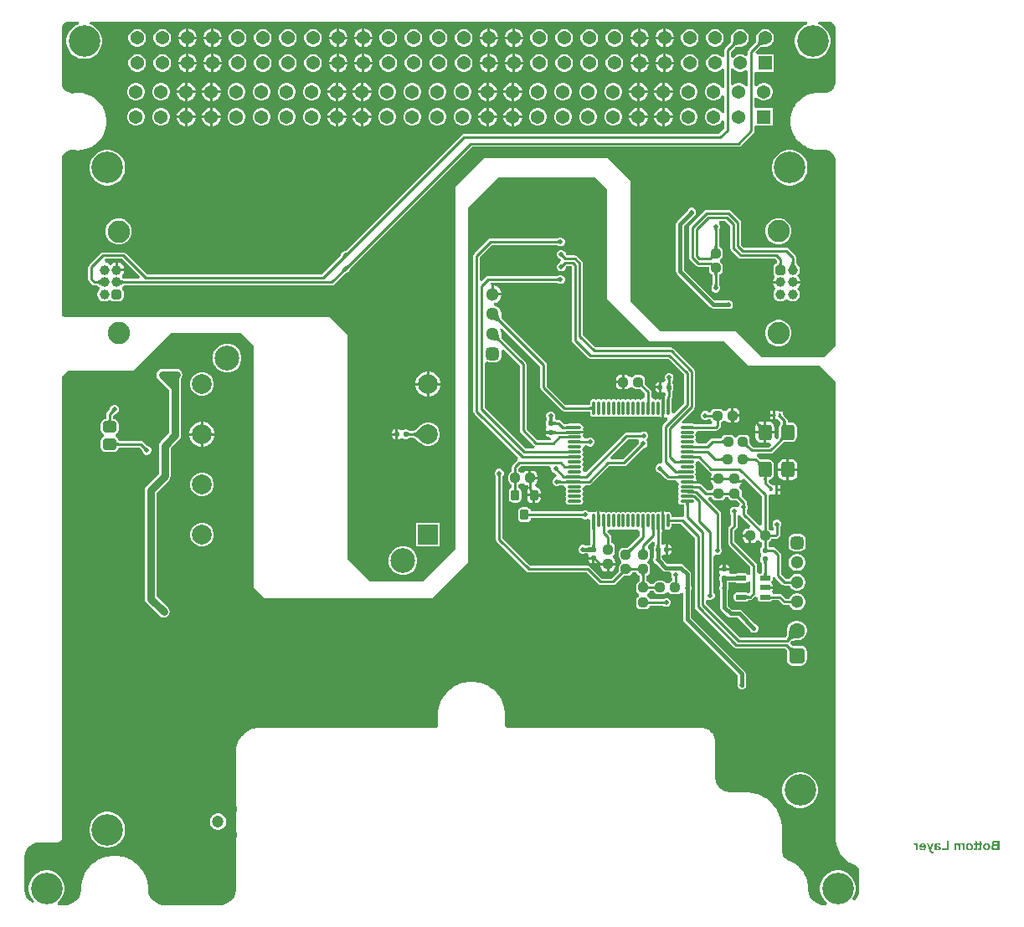
<source format=gbr>
%TF.GenerationSoftware,Altium Limited,Altium Designer,25.8.1 (18)*%
G04 Layer_Physical_Order=4*
G04 Layer_Color=16711680*
%FSLAX45Y45*%
%MOMM*%
%TF.SameCoordinates,E40C52F6-B12D-486C-AAC2-1DB2447C0C70*%
%TF.FilePolarity,Positive*%
%TF.FileFunction,Copper,L4,Bot,Signal*%
%TF.Part,Single*%
G01*
G75*
%TA.AperFunction,SMDPad,CuDef*%
G04:AMPARAMS|DCode=13|XSize=0.95mm|YSize=0.95mm|CornerRadius=0.2375mm|HoleSize=0mm|Usage=FLASHONLY|Rotation=180.000|XOffset=0mm|YOffset=0mm|HoleType=Round|Shape=RoundedRectangle|*
%AMROUNDEDRECTD13*
21,1,0.95000,0.47500,0,0,180.0*
21,1,0.47500,0.95000,0,0,180.0*
1,1,0.47500,-0.23750,0.23750*
1,1,0.47500,0.23750,0.23750*
1,1,0.47500,0.23750,-0.23750*
1,1,0.47500,-0.23750,-0.23750*
%
%ADD13ROUNDEDRECTD13*%
G04:AMPARAMS|DCode=14|XSize=0.95mm|YSize=0.95mm|CornerRadius=0.2375mm|HoleSize=0mm|Usage=FLASHONLY|Rotation=90.000|XOffset=0mm|YOffset=0mm|HoleType=Round|Shape=RoundedRectangle|*
%AMROUNDEDRECTD14*
21,1,0.95000,0.47500,0,0,90.0*
21,1,0.47500,0.95000,0,0,90.0*
1,1,0.47500,0.23750,0.23750*
1,1,0.47500,0.23750,-0.23750*
1,1,0.47500,-0.23750,-0.23750*
1,1,0.47500,-0.23750,0.23750*
%
%ADD14ROUNDEDRECTD14*%
G04:AMPARAMS|DCode=15|XSize=0.44mm|YSize=0.54mm|CornerRadius=0.11mm|HoleSize=0mm|Usage=FLASHONLY|Rotation=90.000|XOffset=0mm|YOffset=0mm|HoleType=Round|Shape=RoundedRectangle|*
%AMROUNDEDRECTD15*
21,1,0.44000,0.32000,0,0,90.0*
21,1,0.22000,0.54000,0,0,90.0*
1,1,0.22000,0.16000,0.11000*
1,1,0.22000,0.16000,-0.11000*
1,1,0.22000,-0.16000,-0.11000*
1,1,0.22000,-0.16000,0.11000*
%
%ADD15ROUNDEDRECTD15*%
G04:AMPARAMS|DCode=16|XSize=0.44mm|YSize=0.54mm|CornerRadius=0.11mm|HoleSize=0mm|Usage=FLASHONLY|Rotation=0.000|XOffset=0mm|YOffset=0mm|HoleType=Round|Shape=RoundedRectangle|*
%AMROUNDEDRECTD16*
21,1,0.44000,0.32000,0,0,0.0*
21,1,0.22000,0.54000,0,0,0.0*
1,1,0.22000,0.11000,-0.16000*
1,1,0.22000,-0.11000,-0.16000*
1,1,0.22000,-0.11000,0.16000*
1,1,0.22000,0.11000,0.16000*
%
%ADD16ROUNDEDRECTD16*%
G04:AMPARAMS|DCode=22|XSize=1.4mm|YSize=1.15mm|CornerRadius=0.2875mm|HoleSize=0mm|Usage=FLASHONLY|Rotation=180.000|XOffset=0mm|YOffset=0mm|HoleType=Round|Shape=RoundedRectangle|*
%AMROUNDEDRECTD22*
21,1,1.40000,0.57500,0,0,180.0*
21,1,0.82500,1.15000,0,0,180.0*
1,1,0.57500,-0.41250,0.28750*
1,1,0.57500,0.41250,0.28750*
1,1,0.57500,0.41250,-0.28750*
1,1,0.57500,-0.41250,-0.28750*
%
%ADD22ROUNDEDRECTD22*%
G04:AMPARAMS|DCode=25|XSize=0.85mm|YSize=1.1mm|CornerRadius=0.2125mm|HoleSize=0mm|Usage=FLASHONLY|Rotation=180.000|XOffset=0mm|YOffset=0mm|HoleType=Round|Shape=RoundedRectangle|*
%AMROUNDEDRECTD25*
21,1,0.85000,0.67500,0,0,180.0*
21,1,0.42500,1.10000,0,0,180.0*
1,1,0.42500,-0.21250,0.33750*
1,1,0.42500,0.21250,0.33750*
1,1,0.42500,0.21250,-0.33750*
1,1,0.42500,-0.21250,-0.33750*
%
%ADD25ROUNDEDRECTD25*%
%TA.AperFunction,Conductor*%
%ADD32C,0.24638*%
%ADD33C,0.76200*%
%ADD34C,0.38100*%
%ADD35C,0.25400*%
%TA.AperFunction,ComponentPad*%
%ADD37C,1.30000*%
%ADD38C,1.29500*%
%ADD39C,2.00000*%
G04:AMPARAMS|DCode=40|XSize=1.3mm|YSize=1.3mm|CornerRadius=0.325mm|HoleSize=0mm|Usage=FLASHONLY|Rotation=270.000|XOffset=0mm|YOffset=0mm|HoleType=Round|Shape=RoundedRectangle|*
%AMROUNDEDRECTD40*
21,1,1.30000,0.65000,0,0,270.0*
21,1,0.65000,1.30000,0,0,270.0*
1,1,0.65000,-0.32500,-0.32500*
1,1,0.65000,-0.32500,0.32500*
1,1,0.65000,0.32500,0.32500*
1,1,0.65000,0.32500,-0.32500*
%
%ADD40ROUNDEDRECTD40*%
%ADD41R,2.00000X2.00000*%
%ADD42C,2.50000*%
%ADD43C,2.25000*%
%ADD44C,1.00000*%
G04:AMPARAMS|DCode=45|XSize=1mm|YSize=1mm|CornerRadius=0.25mm|HoleSize=0mm|Usage=FLASHONLY|Rotation=270.000|XOffset=0mm|YOffset=0mm|HoleType=Round|Shape=RoundedRectangle|*
%AMROUNDEDRECTD45*
21,1,1.00000,0.50000,0,0,270.0*
21,1,0.50000,1.00000,0,0,270.0*
1,1,0.50000,-0.25000,-0.25000*
1,1,0.50000,-0.25000,0.25000*
1,1,0.50000,0.25000,0.25000*
1,1,0.50000,0.25000,-0.25000*
%
%ADD45ROUNDEDRECTD45*%
%ADD46C,1.20000*%
G04:AMPARAMS|DCode=47|XSize=1.6mm|YSize=1.6mm|CornerRadius=0.4mm|HoleSize=0mm|Usage=FLASHONLY|Rotation=90.000|XOffset=0mm|YOffset=0mm|HoleType=Round|Shape=RoundedRectangle|*
%AMROUNDEDRECTD47*
21,1,1.60000,0.80000,0,0,90.0*
21,1,0.80000,1.60000,0,0,90.0*
1,1,0.80000,0.40000,0.40000*
1,1,0.80000,0.40000,-0.40000*
1,1,0.80000,-0.40000,-0.40000*
1,1,0.80000,-0.40000,0.40000*
%
%ADD47ROUNDEDRECTD47*%
%ADD48C,1.60000*%
%ADD49C,1.37000*%
%ADD50R,1.37000X1.37000*%
%TA.AperFunction,WasherPad*%
%ADD51C,3.20000*%
%TA.AperFunction,ViaPad*%
%ADD52C,0.50800*%
%TA.AperFunction,SMDPad,CuDef*%
%ADD53O,0.30000X1.40000*%
%ADD54O,1.40000X0.30000*%
%ADD55R,0.24994X0.35001*%
G04:AMPARAMS|DCode=56|XSize=1.6mm|YSize=1.4mm|CornerRadius=0.35mm|HoleSize=0mm|Usage=FLASHONLY|Rotation=270.000|XOffset=0mm|YOffset=0mm|HoleType=Round|Shape=RoundedRectangle|*
%AMROUNDEDRECTD56*
21,1,1.60000,0.70000,0,0,270.0*
21,1,0.90000,1.40000,0,0,270.0*
1,1,0.70000,-0.35000,-0.45000*
1,1,0.70000,-0.35000,0.45000*
1,1,0.70000,0.35000,0.45000*
1,1,0.70000,0.35000,-0.45000*
%
%ADD56ROUNDEDRECTD56*%
G04:AMPARAMS|DCode=57|XSize=0.55001mm|YSize=1.1mm|CornerRadius=0.1375mm|HoleSize=0mm|Usage=FLASHONLY|Rotation=270.000|XOffset=0mm|YOffset=0mm|HoleType=Round|Shape=RoundedRectangle|*
%AMROUNDEDRECTD57*
21,1,0.55001,0.82499,0,0,270.0*
21,1,0.27501,1.10000,0,0,270.0*
1,1,0.27501,-0.41250,-0.13750*
1,1,0.27501,-0.41250,0.13750*
1,1,0.27501,0.41250,0.13750*
1,1,0.27501,0.41250,-0.13750*
%
%ADD57ROUNDEDRECTD57*%
G36*
X8189776Y8975819D02*
X8200416Y8972538D01*
X8210289Y8967390D01*
X8219069Y8960544D01*
X8226470Y8952224D01*
X8232246Y8942706D01*
X8236209Y8932301D01*
X8238227Y8921351D01*
X8238231Y8915785D01*
X8238643Y8363627D01*
X8238477Y8352277D01*
X8233263Y8329583D01*
X8223406Y8308484D01*
X8209348Y8289923D01*
X8191709Y8274720D01*
X8171276Y8263553D01*
X8148956Y8256918D01*
X8125739Y8255108D01*
X8114201Y8256657D01*
X8113362Y8256605D01*
X8112555Y8256843D01*
X8091227Y8258785D01*
X8088737Y8258521D01*
X8086265Y8258918D01*
X8043501Y8257332D01*
X8040262Y8256563D01*
X8036935Y8256525D01*
X7995059Y8247707D01*
X7991999Y8246399D01*
X7988726Y8245797D01*
X7948954Y8230002D01*
X7946160Y8228194D01*
X7943036Y8227046D01*
X7906520Y8204730D01*
X7904074Y8202474D01*
X7901190Y8200813D01*
X7868991Y8172626D01*
X7866962Y8169987D01*
X7864402Y8167860D01*
X7837452Y8134618D01*
X7835901Y8131673D01*
X7833739Y8129143D01*
X7812820Y8091811D01*
X7811791Y8088646D01*
X7810089Y8085786D01*
X7795808Y8045445D01*
X7795331Y8042152D01*
X7794139Y8039044D01*
X7786909Y7996865D01*
X7786998Y7993537D01*
X7786351Y7990273D01*
X7786383Y7947479D01*
X7787035Y7944216D01*
X7786951Y7940888D01*
X7794244Y7898720D01*
X7795440Y7895614D01*
X7795922Y7892322D01*
X7810264Y7852002D01*
X7811969Y7849144D01*
X7813003Y7845981D01*
X7833977Y7808680D01*
X7836144Y7806152D01*
X7837699Y7803210D01*
X7864699Y7770009D01*
X7867262Y7767886D01*
X7869294Y7765250D01*
X7901536Y7737111D01*
X7904422Y7735454D01*
X7906872Y7733201D01*
X7943420Y7710941D01*
X7946545Y7709798D01*
X7949342Y7707993D01*
X7989138Y7692257D01*
X7992413Y7691660D01*
X7995475Y7690357D01*
X8037363Y7681601D01*
X8040691Y7681568D01*
X8043930Y7680803D01*
X8086697Y7679281D01*
X8089168Y7679682D01*
X8091659Y7679422D01*
X8112984Y7681396D01*
X8113790Y7681635D01*
X8114629Y7681584D01*
X8126166Y7683150D01*
X8149384Y7681375D01*
X8171715Y7674773D01*
X8192164Y7663636D01*
X8209826Y7648460D01*
X8223912Y7629919D01*
X8233799Y7608836D01*
X8239047Y7586148D01*
X8239230Y7574809D01*
X8240630Y5695886D01*
X8125644Y5580900D01*
X7500926D01*
X7234879Y5846947D01*
X6469441D01*
X6170079Y6146309D01*
Y7362717D01*
X5940738Y7592059D01*
X4684866D01*
X4401573Y7308766D01*
Y3640919D01*
X4075615Y3314960D01*
X3529333D01*
X3304400Y3539893D01*
Y5809221D01*
X3123417Y5990204D01*
X447367D01*
X432394Y5993182D01*
X418290Y5999024D01*
X416345Y6000324D01*
Y7569906D01*
X416345Y7581656D01*
X421315Y7604624D01*
X431031Y7626021D01*
X445053Y7644878D01*
X462746Y7660343D01*
X483309Y7671715D01*
X505814Y7678481D01*
X529240Y7680334D01*
X540884Y7678763D01*
X541723Y7678815D01*
X542529Y7678576D01*
X563856Y7676618D01*
X566346Y7676880D01*
X568818Y7676481D01*
X611583Y7678035D01*
X614822Y7678802D01*
X618150Y7678837D01*
X660032Y7687624D01*
X663094Y7688930D01*
X666367Y7689529D01*
X706151Y7705295D01*
X708946Y7707101D01*
X712071Y7708247D01*
X748603Y7730535D01*
X751052Y7732789D01*
X753936Y7734449D01*
X786157Y7762612D01*
X788187Y7765249D01*
X790748Y7767374D01*
X817724Y7800596D01*
X819277Y7803539D01*
X821441Y7806068D01*
X842388Y7843385D01*
X843419Y7846548D01*
X845123Y7849407D01*
X859434Y7889737D01*
X859914Y7893031D01*
X861108Y7896138D01*
X868369Y7938311D01*
X868283Y7941638D01*
X868932Y7944902D01*
Y7987697D01*
X868283Y7990961D01*
X868369Y7994288D01*
X861108Y8036461D01*
X859914Y8039568D01*
X859434Y8042861D01*
X845123Y8083191D01*
X843419Y8086051D01*
X842388Y8089214D01*
X821441Y8126531D01*
X819277Y8129060D01*
X817724Y8132004D01*
X790749Y8165226D01*
X788187Y8167351D01*
X786157Y8169987D01*
X753937Y8198150D01*
X751051Y8199810D01*
X748603Y8202064D01*
X712071Y8224352D01*
X708946Y8225498D01*
X706151Y8227304D01*
X666367Y8243070D01*
X663093Y8243669D01*
X660032Y8244975D01*
X618150Y8253763D01*
X614822Y8253797D01*
X611584Y8254565D01*
X568818Y8256118D01*
X566347Y8255720D01*
X563857Y8255981D01*
X542530Y8254024D01*
X541724Y8253785D01*
X540885Y8253837D01*
X529240Y8252266D01*
X505814Y8254119D01*
X483310Y8260885D01*
X462747Y8272257D01*
X445053Y8287723D01*
X431031Y8306581D01*
X421316Y8327976D01*
X416345Y8350944D01*
Y8362694D01*
X416345Y8921072D01*
X418695Y8932887D01*
X423305Y8944017D01*
X429998Y8954033D01*
X438516Y8962551D01*
X448532Y8969243D01*
X459662Y8973854D01*
X471476Y8976204D01*
X586077D01*
X591997Y8952783D01*
X559239Y8939214D01*
X529758Y8919516D01*
X504686Y8894444D01*
X484987Y8864962D01*
X471418Y8832205D01*
X464501Y8797429D01*
Y8761972D01*
X471418Y8727196D01*
X484987Y8694439D01*
X504686Y8664957D01*
X529758Y8639885D01*
X559239Y8620187D01*
X591997Y8606618D01*
X626772Y8599701D01*
X662229D01*
X697005Y8606618D01*
X729763Y8620187D01*
X759244Y8639885D01*
X784316Y8664957D01*
X804015Y8694439D01*
X817584Y8727196D01*
X824501Y8761972D01*
Y8797429D01*
X817584Y8832205D01*
X804015Y8864962D01*
X784316Y8894444D01*
X759244Y8919516D01*
X729763Y8939214D01*
X697005Y8952783D01*
X702925Y8976204D01*
X7952077D01*
X7957997Y8952783D01*
X7925239Y8939214D01*
X7895758Y8919516D01*
X7870686Y8894444D01*
X7850987Y8864962D01*
X7837418Y8832205D01*
X7830501Y8797429D01*
Y8761972D01*
X7837418Y8727196D01*
X7850987Y8694439D01*
X7870686Y8664957D01*
X7895758Y8639885D01*
X7925239Y8620187D01*
X7957997Y8606618D01*
X7992773Y8599701D01*
X8028230D01*
X8063005Y8606618D01*
X8095763Y8620187D01*
X8125244Y8639885D01*
X8150316Y8664957D01*
X8170015Y8694439D01*
X8183584Y8727196D01*
X8190501Y8761972D01*
Y8797429D01*
X8183584Y8832205D01*
X8170015Y8864962D01*
X8150316Y8894444D01*
X8125244Y8919516D01*
X8095763Y8939214D01*
X8063005Y8952783D01*
X8068925Y8976204D01*
X8186517D01*
X8189776Y8975819D01*
D02*
G37*
G36*
X5932310Y7278861D02*
Y6169795D01*
X6357585Y5744520D01*
X7114747D01*
X7360023Y5499245D01*
X8078812D01*
X8240897Y5337160D01*
X8244340Y714016D01*
X8244491Y713262D01*
X8244371Y712503D01*
X8245144Y693042D01*
X8245680Y690815D01*
X8245589Y688526D01*
X8251659Y650080D01*
X8252712Y647222D01*
X8253064Y644198D01*
X8265028Y607160D01*
X8266512Y604500D01*
X8267330Y601567D01*
X8284897Y566835D01*
X8286775Y564438D01*
X8288039Y561667D01*
X8310785Y530083D01*
X8313013Y528006D01*
X8314691Y525465D01*
X8342063Y497794D01*
X8344586Y496089D01*
X8346638Y493839D01*
X8377974Y470752D01*
X8380732Y469458D01*
X8383108Y467555D01*
X8417648Y449612D01*
X8419847Y448973D01*
X8421790Y447759D01*
X8440002Y440857D01*
X8440759Y440730D01*
X8441426Y440348D01*
X8450544Y437294D01*
X8466023Y425885D01*
X8477254Y410277D01*
X8483155Y391976D01*
X8483154Y382361D01*
X8483155Y184127D01*
X8476962Y152994D01*
X8464813Y123664D01*
X8447177Y97269D01*
X8433508Y83600D01*
X8427575Y83270D01*
X8413924Y107187D01*
X8423714Y121838D01*
X8437283Y154596D01*
X8444200Y189372D01*
Y224829D01*
X8437283Y259604D01*
X8423714Y292362D01*
X8404015Y321843D01*
X8378943Y346915D01*
X8349462Y366614D01*
X8316704Y380183D01*
X8281928Y387100D01*
X8246471D01*
X8211696Y380183D01*
X8178938Y366614D01*
X8149457Y346915D01*
X8124385Y321843D01*
X8104686Y292362D01*
X8091117Y259604D01*
X8084200Y224829D01*
Y189372D01*
X8091117Y154596D01*
X8104686Y121838D01*
X8124385Y92357D01*
X8149457Y67285D01*
X8155147Y63483D01*
X8147673Y38845D01*
X8108627D01*
X8077493Y45038D01*
X8048164Y57187D01*
X8021770Y74823D01*
X7999323Y97269D01*
X7981686Y123664D01*
X7969538Y152994D01*
X7963345Y184127D01*
Y200000D01*
X7963345Y213225D01*
X7963197Y213968D01*
X7963316Y214715D01*
X7962577Y233960D01*
X7962053Y236152D01*
X7962150Y238404D01*
X7956270Y276443D01*
X7955243Y279259D01*
X7954913Y282237D01*
X7943292Y318932D01*
X7941847Y321557D01*
X7941066Y324451D01*
X7923978Y358940D01*
X7922149Y361314D01*
X7920935Y364054D01*
X7898779Y395530D01*
X7896610Y397596D01*
X7894991Y400119D01*
X7868288Y427841D01*
X7865828Y429552D01*
X7863844Y431798D01*
X7833220Y455116D01*
X7830527Y456432D01*
X7828223Y458348D01*
X7794397Y476716D01*
X7792246Y477384D01*
X7790359Y478617D01*
X7772490Y485805D01*
X7771747Y485945D01*
X7771098Y486335D01*
X7763060Y489216D01*
X7748052Y497365D01*
X7734467Y507710D01*
X7722619Y520010D01*
X7712789Y533975D01*
X7705208Y549277D01*
X7700053Y565556D01*
X7697445Y582434D01*
Y814500D01*
X7697318Y815134D01*
X7697424Y815772D01*
X7696728Y837028D01*
X7696290Y838904D01*
X7696416Y840826D01*
X7690867Y882975D01*
X7690044Y885401D01*
X7689876Y887958D01*
X7678873Y929022D01*
X7677739Y931320D01*
X7677239Y933833D01*
X7660971Y973109D01*
X7659547Y975240D01*
X7658724Y977667D01*
X7637468Y1014483D01*
X7635778Y1016410D01*
X7634644Y1018708D01*
X7608765Y1052435D01*
X7606838Y1054124D01*
X7605415Y1056255D01*
X7575354Y1086315D01*
X7573224Y1087739D01*
X7571534Y1089666D01*
X7537807Y1115545D01*
X7535508Y1116679D01*
X7533582Y1118368D01*
X7496766Y1139624D01*
X7494339Y1140448D01*
X7492208Y1141872D01*
X7452932Y1158140D01*
X7450419Y1158640D01*
X7448121Y1159774D01*
X7407058Y1170777D01*
X7404501Y1170944D01*
X7402074Y1171768D01*
X7359926Y1177317D01*
X7358003Y1177191D01*
X7356127Y1177628D01*
X7334871Y1178324D01*
X7334233Y1178219D01*
X7333599Y1178345D01*
X7183600D01*
X7167726Y1178345D01*
X7136592Y1184538D01*
X7107264Y1196686D01*
X7080869Y1214322D01*
X7058423Y1236769D01*
X7040786Y1263164D01*
X7028637Y1292493D01*
X7022444Y1323626D01*
Y1339499D01*
Y1691238D01*
X7022256Y1692187D01*
X7022398Y1693145D01*
X7021916Y1702947D01*
X7021216Y1705740D01*
Y1708618D01*
X7017392Y1727845D01*
X7015928Y1731379D01*
X7015181Y1735132D01*
X7007680Y1753243D01*
X7005554Y1756424D01*
X7004090Y1759959D01*
X6993199Y1776259D01*
X6990493Y1778964D01*
X6988368Y1782145D01*
X6974506Y1796006D01*
X6971325Y1798132D01*
X6968620Y1800837D01*
X6952320Y1811728D01*
X6948786Y1813192D01*
X6945604Y1815318D01*
X6927493Y1822820D01*
X6923740Y1823566D01*
X6920206Y1825030D01*
X6900980Y1828855D01*
X6898101D01*
X6895307Y1829555D01*
X6885506Y1830036D01*
X6884548Y1829894D01*
X6883599Y1830083D01*
X4920937Y1830083D01*
X4918970Y1831131D01*
X4901048Y1849053D01*
X4900000Y1851020D01*
X4900000Y1961238D01*
X4899849Y1961998D01*
X4899970Y1962763D01*
X4899046Y1986301D01*
X4898507Y1988546D01*
X4898597Y1990853D01*
X4891233Y2037348D01*
X4890171Y2040228D01*
X4889810Y2043276D01*
X4875263Y2088047D01*
X4873763Y2090724D01*
X4872930Y2093679D01*
X4851558Y2135623D01*
X4849658Y2138034D01*
X4848373Y2140820D01*
X4820703Y2178905D01*
X4818449Y2180989D01*
X4816744Y2183540D01*
X4783457Y2216827D01*
X4780905Y2218533D01*
X4778822Y2220786D01*
X4740737Y2248457D01*
X4737950Y2249742D01*
X4735539Y2251642D01*
X4693595Y2273013D01*
X4690641Y2273846D01*
X4687964Y2275346D01*
X4643193Y2289893D01*
X4640145Y2290254D01*
X4637265Y2291316D01*
X4590770Y2298680D01*
X4587703Y2298560D01*
X4584693Y2299159D01*
X4537617D01*
X4534607Y2298560D01*
X4531540Y2298680D01*
X4485044Y2291316D01*
X4482165Y2290254D01*
X4479117Y2289893D01*
X4434346Y2275346D01*
X4431669Y2273846D01*
X4428714Y2273013D01*
X4386770Y2251642D01*
X4384359Y2249741D01*
X4381573Y2248457D01*
X4343488Y2220786D01*
X4341404Y2218533D01*
X4338852Y2216827D01*
X4305565Y2183540D01*
X4303860Y2180989D01*
X4301607Y2178905D01*
X4273936Y2140820D01*
X4272651Y2138033D01*
X4270751Y2135623D01*
X4249380Y2093679D01*
X4248546Y2090724D01*
X4247047Y2088047D01*
X4232500Y2043276D01*
X4232139Y2040228D01*
X4231077Y2037348D01*
X4223712Y1990853D01*
X4223803Y1988545D01*
X4223264Y1986300D01*
X4222340Y1962763D01*
X4222461Y1961998D01*
X4222310Y1961238D01*
Y1850101D01*
X4202293Y1830083D01*
X2417500Y1830083D01*
X2416551Y1829895D01*
X2415593Y1830037D01*
X2395990Y1829073D01*
X2393196Y1828374D01*
X2390318D01*
X2351864Y1820725D01*
X2348330Y1819261D01*
X2344577Y1818514D01*
X2308355Y1803510D01*
X2305174Y1801385D01*
X2301639Y1799921D01*
X2269040Y1778138D01*
X2266334Y1775433D01*
X2263153Y1773307D01*
X2235430Y1745584D01*
X2233305Y1742403D01*
X2230599Y1739698D01*
X2208817Y1707099D01*
X2207352Y1703564D01*
X2205227Y1700382D01*
X2190223Y1664160D01*
X2189477Y1660408D01*
X2188013Y1656873D01*
X2180364Y1618420D01*
Y1615540D01*
X2179664Y1612747D01*
X2178701Y1593144D01*
X2178843Y1592187D01*
X2178655Y1591238D01*
Y200001D01*
X2178654Y184128D01*
X2172461Y152993D01*
X2160313Y123665D01*
X2142677Y97271D01*
X2120229Y74822D01*
X2093835Y57187D01*
X2064506Y45038D01*
X2033373Y38845D01*
X1450000D01*
X1434127Y38845D01*
X1402993Y45038D01*
X1373664Y57187D01*
X1347270Y74822D01*
X1324822Y97270D01*
X1307186Y123665D01*
X1295038Y152993D01*
X1288845Y184128D01*
X1288845Y200000D01*
X1288694Y200760D01*
X1288815Y201526D01*
X1287890Y225063D01*
X1287351Y227308D01*
X1287442Y229615D01*
X1280078Y276111D01*
X1279015Y278991D01*
X1278655Y282038D01*
X1264107Y326810D01*
X1262608Y329487D01*
X1261775Y332441D01*
X1240403Y374385D01*
X1238503Y376795D01*
X1237218Y379583D01*
X1209548Y417667D01*
X1207295Y419750D01*
X1205589Y422303D01*
X1172302Y455590D01*
X1169750Y457295D01*
X1167667Y459549D01*
X1129582Y487219D01*
X1126795Y488504D01*
X1124384Y490404D01*
X1082440Y511775D01*
X1079486Y512609D01*
X1076809Y514108D01*
X1032038Y528655D01*
X1028990Y529016D01*
X1026110Y530078D01*
X979614Y537443D01*
X976548Y537322D01*
X973538Y537921D01*
X926462D01*
X923452Y537322D01*
X920385Y537443D01*
X873890Y530078D01*
X871010Y529016D01*
X867962Y528655D01*
X823191Y514108D01*
X820513Y512608D01*
X817559Y511775D01*
X775615Y490404D01*
X773205Y488504D01*
X770417Y487219D01*
X732333Y459549D01*
X730250Y457296D01*
X727698Y455590D01*
X694410Y422303D01*
X692705Y419751D01*
X690452Y417667D01*
X662781Y379583D01*
X661497Y376796D01*
X659596Y374385D01*
X638225Y332441D01*
X637392Y329487D01*
X635892Y326809D01*
X621345Y282038D01*
X620984Y278991D01*
X619922Y276111D01*
X612558Y229615D01*
X612648Y227308D01*
X612109Y225063D01*
X611185Y201525D01*
X611306Y200761D01*
X611155Y200001D01*
X611154Y184128D01*
X604962Y152994D01*
X592813Y123665D01*
X575177Y97270D01*
X552729Y74822D01*
X526336Y57187D01*
X497006Y45038D01*
X465873Y38845D01*
X379879D01*
X372405Y63483D01*
X378244Y67385D01*
X403316Y92457D01*
X423015Y121938D01*
X436584Y154696D01*
X443501Y189472D01*
Y224928D01*
X436584Y259704D01*
X423015Y292462D01*
X403316Y321943D01*
X378244Y347015D01*
X348763Y366714D01*
X316005Y380283D01*
X281230Y387200D01*
X245773D01*
X210997Y380283D01*
X178239Y366714D01*
X148758Y347015D01*
X123686Y321943D01*
X103987Y292462D01*
X90418Y259704D01*
X83501Y224928D01*
Y189472D01*
X90418Y154696D01*
X103987Y121938D01*
X123686Y92457D01*
X138386Y77757D01*
X124430Y56870D01*
X123664Y57187D01*
X97269Y74823D01*
X74823Y97269D01*
X57187Y123664D01*
X45038Y152994D01*
X38845Y184127D01*
Y200000D01*
Y513462D01*
Y529351D01*
X45051Y560517D01*
X57225Y589872D01*
X74896Y616284D01*
X97386Y638736D01*
X123827Y656363D01*
X153202Y668488D01*
X184379Y674642D01*
X200269Y674615D01*
X377434Y674320D01*
X377466Y674327D01*
X377499Y674320D01*
X384904Y675793D01*
X392305Y677253D01*
X392332Y677271D01*
X392364Y677277D01*
X398629Y681463D01*
X404921Y685652D01*
X404940Y685680D01*
X404967Y685698D01*
X409167Y691984D01*
X413363Y698241D01*
X413370Y698273D01*
X413388Y698301D01*
X414862Y705710D01*
X416345Y713102D01*
X416339Y713134D01*
X416345Y713167D01*
Y5378646D01*
X479500Y5441800D01*
X1141800D01*
X1525204Y5825204D01*
X2227987D01*
X2357308Y5695883D01*
Y3255192D01*
X2471957Y3140543D01*
X4159833D01*
X4526651Y3507361D01*
Y7094682D01*
X4832601Y7400632D01*
X5810539D01*
X5932310Y7278861D01*
D02*
G37*
G36*
X9508292Y664658D02*
X9510617Y664236D01*
X9512730Y663707D01*
X9514843Y662968D01*
X9516745Y662122D01*
X9518542Y661171D01*
X9520232Y660220D01*
X9521711Y659164D01*
X9523085Y658107D01*
X9524353Y657051D01*
X9525410Y656100D01*
X9526255Y655254D01*
X9526995Y654515D01*
X9527523Y653986D01*
X9527840Y653564D01*
X9527946Y653458D01*
Y663179D01*
X9545169D01*
Y592490D01*
X9526466D01*
Y626831D01*
Y628627D01*
X9526361Y630318D01*
Y631902D01*
X9526255Y633382D01*
X9526149Y634650D01*
X9526044Y635918D01*
X9525832Y636974D01*
X9525727Y637925D01*
X9525621Y638665D01*
X9525410Y639405D01*
X9525304Y640039D01*
X9525198Y640461D01*
X9525093Y640884D01*
Y641095D01*
X9524987Y641307D01*
X9524353Y642892D01*
X9523613Y644265D01*
X9522768Y645427D01*
X9522028Y646378D01*
X9521289Y647118D01*
X9520655Y647646D01*
X9520232Y647963D01*
X9520127Y648069D01*
X9518753Y648914D01*
X9517379Y649443D01*
X9516111Y649865D01*
X9514949Y650182D01*
X9513892Y650394D01*
X9513047Y650499D01*
X9512307D01*
X9511039Y650394D01*
X9509877Y650288D01*
X9508926Y650077D01*
X9508081Y649760D01*
X9507447Y649443D01*
X9507024Y649231D01*
X9506707Y649126D01*
X9506602Y649020D01*
X9505862Y648386D01*
X9505228Y647646D01*
X9504277Y646167D01*
X9503960Y645533D01*
X9503749Y645005D01*
X9503537Y644582D01*
Y644476D01*
X9503326Y643843D01*
X9503220Y643103D01*
X9503009Y642152D01*
X9502903Y641201D01*
X9502692Y638982D01*
X9502586Y636763D01*
X9502481Y634650D01*
Y633699D01*
Y632853D01*
Y632114D01*
Y631585D01*
Y631268D01*
Y631163D01*
Y592490D01*
X9483778D01*
Y626408D01*
Y628204D01*
X9483672Y629895D01*
Y631480D01*
X9483567Y632959D01*
X9483461Y634227D01*
X9483355Y635389D01*
X9483144Y636552D01*
X9483038Y637503D01*
X9482933Y638348D01*
X9482721Y638982D01*
X9482616Y639616D01*
X9482510Y640144D01*
X9482404Y640461D01*
Y640778D01*
X9482299Y640990D01*
X9481665Y642680D01*
X9480925Y644054D01*
X9480080Y645322D01*
X9479235Y646273D01*
X9478495Y647012D01*
X9477861Y647646D01*
X9477438Y647963D01*
X9477333Y648069D01*
X9475959Y648914D01*
X9474691Y649443D01*
X9473423Y649865D01*
X9472366Y650182D01*
X9471310Y650394D01*
X9470570Y650499D01*
X9469936D01*
X9468034Y650288D01*
X9466449Y649865D01*
X9465076Y649231D01*
X9463913Y648492D01*
X9463068Y647752D01*
X9462540Y647118D01*
X9462117Y646695D01*
X9462011Y646484D01*
X9461694Y645850D01*
X9461377Y645005D01*
X9461060Y644054D01*
X9460849Y643103D01*
X9460532Y640778D01*
X9460215Y638559D01*
X9460109Y636340D01*
Y635389D01*
X9460004Y634544D01*
Y633804D01*
Y633276D01*
Y632959D01*
Y632853D01*
Y592490D01*
X9441301D01*
Y637608D01*
Y639405D01*
X9441407Y641201D01*
X9441512Y642786D01*
X9441618Y644159D01*
X9441724Y645533D01*
X9441935Y646695D01*
X9442146Y647752D01*
X9442252Y648809D01*
X9442463Y649654D01*
X9442675Y650288D01*
X9442886Y650922D01*
X9442992Y651450D01*
X9443097Y651767D01*
X9443203Y652084D01*
X9443309Y652296D01*
X9444365Y654409D01*
X9445633Y656311D01*
X9447007Y657896D01*
X9448275Y659269D01*
X9449543Y660220D01*
X9450494Y660960D01*
X9451128Y661488D01*
X9451234Y661594D01*
X9451339D01*
X9453453Y662651D01*
X9455671Y663390D01*
X9457890Y664024D01*
X9459898Y664341D01*
X9461694Y664553D01*
X9462434Y664658D01*
X9463174Y664764D01*
X9464442D01*
X9466661Y664658D01*
X9468774Y664341D01*
X9470781Y663813D01*
X9472472Y663390D01*
X9473951Y662862D01*
X9475008Y662334D01*
X9475431Y662228D01*
X9475748Y662017D01*
X9475853Y661911D01*
X9475959D01*
X9477967Y660749D01*
X9479763Y659481D01*
X9481453Y658001D01*
X9483038Y656628D01*
X9484201Y655360D01*
X9485152Y654409D01*
X9485574Y653986D01*
X9485786Y653669D01*
X9485891Y653564D01*
X9485997Y653458D01*
X9487265Y655466D01*
X9488639Y657156D01*
X9490012Y658635D01*
X9491280Y659798D01*
X9492443Y660749D01*
X9493394Y661383D01*
X9494027Y661805D01*
X9494133Y661911D01*
X9494239D01*
X9496141Y662862D01*
X9498148Y663602D01*
X9500156Y664024D01*
X9501952Y664447D01*
X9503537Y664658D01*
X9504277D01*
X9504805Y664764D01*
X9505968D01*
X9508292Y664658D01*
D02*
G37*
G36*
X9278896Y664553D02*
X9281115Y664341D01*
X9283122Y664024D01*
X9285024Y663602D01*
X9286715Y663179D01*
X9288194Y662756D01*
X9289673Y662334D01*
X9290836Y661805D01*
X9291892Y661383D01*
X9292843Y660960D01*
X9293583Y660537D01*
X9294111Y660220D01*
X9294534Y660009D01*
X9294745Y659903D01*
X9294851Y659798D01*
X9296119Y658847D01*
X9297281Y657684D01*
X9299289Y655360D01*
X9300979Y652824D01*
X9302353Y650288D01*
X9303410Y648069D01*
X9303832Y647118D01*
X9304149Y646273D01*
X9304361Y645533D01*
X9304572Y645005D01*
X9304678Y644688D01*
Y644582D01*
X9287877Y641518D01*
X9287243Y643209D01*
X9286503Y644688D01*
X9285764Y645956D01*
X9285024Y646907D01*
X9284390Y647646D01*
X9283862Y648069D01*
X9283545Y648386D01*
X9283439Y648492D01*
X9282277Y649126D01*
X9281009Y649654D01*
X9279635Y649971D01*
X9278367Y650288D01*
X9277311Y650394D01*
X9276360Y650499D01*
X9274141D01*
X9272873Y650394D01*
X9271816Y650288D01*
X9270759Y650182D01*
X9268963Y649760D01*
X9267590Y649337D01*
X9266639Y648914D01*
X9265899Y648492D01*
X9265476Y648280D01*
X9265371Y648175D01*
X9264420Y647224D01*
X9263786Y645956D01*
X9263257Y644688D01*
X9262940Y643420D01*
X9262729Y642258D01*
X9262623Y641307D01*
Y640567D01*
Y640461D01*
Y640356D01*
Y638559D01*
X9263680Y638137D01*
X9264842Y637714D01*
X9266216Y637291D01*
X9267590Y636869D01*
X9270654Y636129D01*
X9273612Y635389D01*
X9275092Y635072D01*
X9276465Y634755D01*
X9277733Y634544D01*
X9278790Y634333D01*
X9279635Y634121D01*
X9280375Y634016D01*
X9280798Y633910D01*
X9280903D01*
X9282699Y633593D01*
X9284284Y633170D01*
X9285869Y632748D01*
X9287349Y632431D01*
X9288617Y632008D01*
X9289885Y631691D01*
X9291047Y631268D01*
X9291998Y630951D01*
X9292843Y630635D01*
X9293689Y630423D01*
X9294323Y630106D01*
X9294851Y629895D01*
X9295274Y629684D01*
X9295591Y629578D01*
X9295696Y629472D01*
X9295802D01*
X9297598Y628521D01*
X9299183Y627359D01*
X9300557Y626197D01*
X9301613Y625034D01*
X9302564Y623978D01*
X9303198Y623132D01*
X9303621Y622604D01*
X9303727Y622498D01*
Y622393D01*
X9304678Y620596D01*
X9305417Y618800D01*
X9305840Y617004D01*
X9306263Y615313D01*
X9306474Y613834D01*
X9306580Y612777D01*
Y612355D01*
Y612038D01*
Y611826D01*
Y611721D01*
X9306474Y610030D01*
X9306263Y608445D01*
X9306051Y606966D01*
X9305629Y605592D01*
X9304572Y602951D01*
X9304044Y601894D01*
X9303410Y600837D01*
X9302881Y599886D01*
X9302353Y599041D01*
X9301825Y598407D01*
X9301296Y597773D01*
X9300874Y597350D01*
X9300662Y597033D01*
X9300451Y596822D01*
X9300345Y596716D01*
X9299077Y595660D01*
X9297809Y594814D01*
X9296436Y594075D01*
X9294957Y593335D01*
X9292104Y592278D01*
X9289356Y591644D01*
X9288088Y591433D01*
X9286926Y591222D01*
X9285869Y591116D01*
X9284918Y591011D01*
X9284179Y590905D01*
X9283122D01*
X9280798Y591011D01*
X9278684Y591222D01*
X9276677Y591644D01*
X9274986Y592067D01*
X9273507Y592490D01*
X9272450Y592912D01*
X9272027Y593018D01*
X9271710Y593124D01*
X9271605Y593229D01*
X9271499D01*
X9269491Y594180D01*
X9267590Y595343D01*
X9265793Y596505D01*
X9264314Y597562D01*
X9263046Y598618D01*
X9262095Y599464D01*
X9261461Y599992D01*
X9261250Y600203D01*
X9261144Y599992D01*
X9261038Y599675D01*
X9260827Y598935D01*
X9260721Y598301D01*
X9260616Y598090D01*
Y597984D01*
X9260193Y596716D01*
X9259876Y595554D01*
X9259453Y594603D01*
X9259242Y593863D01*
X9259031Y593229D01*
X9258819Y592807D01*
X9258714Y592595D01*
Y592490D01*
X9240223D01*
X9241068Y594286D01*
X9241808Y596082D01*
X9242442Y597667D01*
X9242864Y599041D01*
X9243181Y600203D01*
X9243392Y601154D01*
X9243604Y601683D01*
Y601894D01*
X9243709Y602739D01*
X9243921Y603796D01*
X9244132Y605909D01*
X9244238Y608234D01*
X9244343Y610453D01*
X9244449Y612460D01*
Y613306D01*
Y614151D01*
Y614785D01*
Y615208D01*
Y615525D01*
Y615630D01*
X9244132Y637503D01*
Y639722D01*
X9244238Y641729D01*
X9244343Y643526D01*
X9244555Y645216D01*
X9244766Y646801D01*
X9244977Y648175D01*
X9245189Y649337D01*
X9245400Y650394D01*
X9245611Y651345D01*
X9245823Y652084D01*
X9246034Y652824D01*
X9246245Y653352D01*
X9246457Y653669D01*
X9246562Y653986D01*
X9246668Y654198D01*
X9247725Y655783D01*
X9249098Y657262D01*
X9250472Y658530D01*
X9251951Y659692D01*
X9253219Y660537D01*
X9254382Y661171D01*
X9254699Y661383D01*
X9255016Y661594D01*
X9255227Y661700D01*
X9255333D01*
X9256600Y662228D01*
X9257868Y662756D01*
X9260827Y663496D01*
X9263891Y664024D01*
X9266956Y664341D01*
X9268435Y664553D01*
X9269703Y664658D01*
X9270971D01*
X9271922Y664764D01*
X9276571D01*
X9278896Y664553D01*
D02*
G37*
G36*
X9207995Y592278D02*
X9208629Y590165D01*
X9209369Y588369D01*
X9210214Y586678D01*
X9210954Y585305D01*
X9211693Y584142D01*
X9212222Y583403D01*
X9212644Y582874D01*
X9212750Y582663D01*
X9214018Y581395D01*
X9215497Y580444D01*
X9217188Y579704D01*
X9218667Y579282D01*
X9220146Y578965D01*
X9221309Y578859D01*
X9221731Y578753D01*
X9222365D01*
X9225007Y578859D01*
X9226381Y579070D01*
X9227543Y579282D01*
X9228600Y579387D01*
X9229445Y579599D01*
X9229973Y579704D01*
X9230184D01*
X9228494Y565017D01*
X9226592Y564595D01*
X9224690Y564383D01*
X9222999Y564172D01*
X9221309Y563961D01*
X9220041D01*
X9218984Y563855D01*
X9218033D01*
X9216026Y563961D01*
X9214229Y564066D01*
X9212644Y564278D01*
X9211271Y564489D01*
X9210108Y564700D01*
X9209263Y564806D01*
X9208735Y565017D01*
X9208523D01*
X9207044Y565440D01*
X9205670Y565968D01*
X9204402Y566496D01*
X9203346Y567025D01*
X9202606Y567447D01*
X9201972Y567870D01*
X9201550Y568081D01*
X9201444Y568187D01*
X9200387Y569032D01*
X9199331Y569878D01*
X9198485Y570723D01*
X9197746Y571568D01*
X9197112Y572308D01*
X9196689Y572942D01*
X9196372Y573365D01*
X9196266Y573470D01*
X9195421Y574844D01*
X9194576Y576323D01*
X9193836Y577908D01*
X9193096Y579387D01*
X9192462Y580761D01*
X9192040Y581818D01*
X9191828Y582240D01*
X9191723Y582557D01*
X9191617Y582769D01*
Y582874D01*
X9187074Y595131D01*
X9162137Y663179D01*
X9181473Y663179D01*
X9198063Y612883D01*
X9214863Y663179D01*
X9234728D01*
X9207995Y592278D01*
D02*
G37*
G36*
X9716662Y677232D02*
Y663179D01*
X9725220D01*
Y648280D01*
X9716662D01*
Y617427D01*
Y615630D01*
Y614045D01*
Y612566D01*
X9716556Y611192D01*
Y609924D01*
X9716450Y608868D01*
Y607917D01*
X9716345Y607071D01*
Y606437D01*
Y605803D01*
X9716239Y605275D01*
Y604852D01*
X9716133Y604430D01*
Y604219D01*
X9715816Y602634D01*
X9715394Y601154D01*
X9714971Y599886D01*
X9714548Y598830D01*
X9714126Y598090D01*
X9713809Y597456D01*
X9713597Y597033D01*
X9713492Y596928D01*
X9712646Y595977D01*
X9711801Y595131D01*
X9710744Y594392D01*
X9709793Y593758D01*
X9708948Y593229D01*
X9708208Y592912D01*
X9707786Y592701D01*
X9707574Y592595D01*
X9705989Y592067D01*
X9704405Y591644D01*
X9702925Y591327D01*
X9701552Y591116D01*
X9700284Y591011D01*
X9699333Y590905D01*
X9698487D01*
X9695529Y591011D01*
X9692676Y591327D01*
X9690140Y591750D01*
X9688027Y592278D01*
X9687076Y592490D01*
X9686230Y592807D01*
X9685491Y593018D01*
X9684857Y593229D01*
X9684328Y593441D01*
X9684011Y593546D01*
X9683800Y593652D01*
X9683694D01*
X9685385Y608128D01*
X9687076Y607600D01*
X9688555Y607177D01*
X9689929Y606860D01*
X9690985Y606649D01*
X9691831Y606543D01*
X9692359Y606437D01*
X9692887D01*
X9694155Y606543D01*
X9695106Y606860D01*
X9695529Y607071D01*
X9695846Y607177D01*
X9695951Y607283D01*
X9696057D01*
X9696797Y608022D01*
X9697325Y608762D01*
X9697536Y609396D01*
X9697642Y609502D01*
Y609607D01*
Y609924D01*
X9697748Y610453D01*
Y611087D01*
X9697853Y611826D01*
Y613517D01*
X9697959Y615208D01*
Y616898D01*
Y617743D01*
Y618377D01*
Y618906D01*
Y619328D01*
Y619645D01*
Y619751D01*
Y648280D01*
X9685174D01*
Y663179D01*
X9697959D01*
Y688221D01*
X9716662Y677232D01*
D02*
G37*
G36*
X9671332D02*
Y663179D01*
X9679890D01*
Y648280D01*
X9671332D01*
Y617427D01*
Y615630D01*
Y614045D01*
Y612566D01*
X9671226Y611192D01*
Y609924D01*
X9671120Y608868D01*
Y607917D01*
X9671015Y607071D01*
Y606437D01*
Y605803D01*
X9670909Y605275D01*
Y604852D01*
X9670803Y604430D01*
Y604219D01*
X9670486Y602634D01*
X9670064Y601154D01*
X9669641Y599886D01*
X9669218Y598830D01*
X9668796Y598090D01*
X9668479Y597456D01*
X9668267Y597033D01*
X9668162Y596928D01*
X9667316Y595977D01*
X9666471Y595131D01*
X9665415Y594392D01*
X9664464Y593758D01*
X9663618Y593229D01*
X9662879Y592912D01*
X9662456Y592701D01*
X9662245Y592595D01*
X9660660Y592067D01*
X9659075Y591644D01*
X9657595Y591327D01*
X9656222Y591116D01*
X9654954Y591011D01*
X9654003Y590905D01*
X9653157D01*
X9650199Y591011D01*
X9647346Y591327D01*
X9644810Y591750D01*
X9642697Y592278D01*
X9641746Y592490D01*
X9640900Y592807D01*
X9640161Y593018D01*
X9639527Y593229D01*
X9638999Y593441D01*
X9638682Y593546D01*
X9638470Y593652D01*
X9638365D01*
X9640055Y608128D01*
X9641746Y607600D01*
X9643225Y607177D01*
X9644599Y606860D01*
X9645655Y606649D01*
X9646501Y606543D01*
X9647029Y606437D01*
X9647557D01*
X9648825Y606543D01*
X9649776Y606860D01*
X9650199Y607071D01*
X9650516Y607177D01*
X9650622Y607283D01*
X9650727D01*
X9651467Y608022D01*
X9651995Y608762D01*
X9652207Y609396D01*
X9652312Y609502D01*
Y609607D01*
Y609924D01*
X9652418Y610453D01*
Y611087D01*
X9652523Y611826D01*
Y613517D01*
X9652629Y615208D01*
Y616898D01*
Y617743D01*
Y618377D01*
Y618906D01*
Y619328D01*
Y619645D01*
Y619751D01*
Y648280D01*
X9639844D01*
Y663179D01*
X9652629D01*
Y688221D01*
X9671332Y677232D01*
D02*
G37*
G36*
X9125788Y664658D02*
X9128324Y664341D01*
X9130649Y663813D01*
X9132762Y663179D01*
X9134876Y662439D01*
X9136778Y661594D01*
X9138574Y660643D01*
X9140159Y659798D01*
X9141532Y658847D01*
X9142800Y657896D01*
X9143963Y657050D01*
X9144808Y656311D01*
X9145548Y655677D01*
X9146076Y655148D01*
X9146393Y654831D01*
X9146499Y654726D01*
X9148084Y652824D01*
X9149457Y650710D01*
X9150725Y648491D01*
X9151782Y646273D01*
X9152627Y643948D01*
X9153367Y641623D01*
X9154001Y639404D01*
X9154423Y637291D01*
X9154846Y635178D01*
X9155057Y633382D01*
X9155269Y631585D01*
X9155480Y630106D01*
Y628944D01*
X9155586Y627993D01*
Y627464D01*
Y627253D01*
X9155480Y624611D01*
X9155269Y621970D01*
X9154952Y619540D01*
X9154529Y617215D01*
X9154001Y615102D01*
X9153367Y613094D01*
X9152733Y611192D01*
X9152099Y609501D01*
X9151465Y608022D01*
X9150831Y606649D01*
X9150197Y605592D01*
X9149669Y604641D01*
X9149246Y603796D01*
X9148929Y603267D01*
X9148718Y602950D01*
X9148612Y602845D01*
X9146816Y600731D01*
X9144914Y598935D01*
X9142800Y597350D01*
X9140687Y595976D01*
X9138362Y594814D01*
X9136144Y593863D01*
X9133925Y593018D01*
X9131706Y592384D01*
X9129592Y591856D01*
X9127690Y591539D01*
X9125894Y591222D01*
X9124415Y591116D01*
X9123147Y591010D01*
X9122196Y590905D01*
X9121351D01*
X9119237Y591010D01*
X9117230Y591116D01*
X9115222Y591433D01*
X9113426Y591750D01*
X9111735Y592173D01*
X9110150Y592595D01*
X9108671Y593018D01*
X9107297Y593546D01*
X9106135Y594075D01*
X9105078Y594497D01*
X9104127Y594920D01*
X9103388Y595342D01*
X9102754Y595659D01*
X9102331Y595976D01*
X9102120Y596082D01*
X9102014Y596188D01*
X9100640Y597244D01*
X9099267Y598407D01*
X9096942Y600943D01*
X9094935Y603479D01*
X9093350Y606015D01*
X9092716Y607177D01*
X9092187Y608339D01*
X9091659Y609290D01*
X9091236Y610135D01*
X9091025Y610875D01*
X9090814Y611403D01*
X9090602Y611720D01*
Y611826D01*
X9109199Y614996D01*
X9109833Y613094D01*
X9110573Y611509D01*
X9111312Y610135D01*
X9112158Y609079D01*
X9112792Y608233D01*
X9113320Y607599D01*
X9113743Y607283D01*
X9113848Y607177D01*
X9115011Y606437D01*
X9116279Y605803D01*
X9117441Y605381D01*
X9118603Y605169D01*
X9119660Y604958D01*
X9120400Y604852D01*
X9121139D01*
X9122302Y604958D01*
X9123464Y605064D01*
X9125577Y605592D01*
X9127479Y606332D01*
X9129064Y607177D01*
X9130332Y607916D01*
X9131283Y608656D01*
X9131811Y609184D01*
X9131917Y609396D01*
X9132023D01*
X9133502Y611298D01*
X9134559Y613411D01*
X9135298Y615630D01*
X9135827Y617743D01*
X9136144Y619540D01*
X9136249Y620385D01*
X9136355Y621124D01*
X9136461Y621653D01*
Y622181D01*
Y622392D01*
Y622498D01*
X9089651D01*
Y626408D01*
X9089968Y630000D01*
X9090391Y633382D01*
X9090919Y636551D01*
X9091553Y639404D01*
X9092293Y641940D01*
X9093033Y644371D01*
X9093878Y646484D01*
X9094723Y648280D01*
X9095569Y649865D01*
X9096308Y651239D01*
X9097048Y652401D01*
X9097576Y653246D01*
X9097999Y653775D01*
X9098316Y654197D01*
X9098421Y654303D01*
X9100218Y656099D01*
X9102120Y657790D01*
X9104127Y659164D01*
X9106135Y660326D01*
X9108248Y661382D01*
X9110256Y662228D01*
X9112263Y662862D01*
X9114271Y663496D01*
X9116067Y663918D01*
X9117758Y664235D01*
X9119343Y664447D01*
X9120611Y664552D01*
X9121773Y664658D01*
X9122513Y664764D01*
X9123253D01*
X9125788Y664658D01*
D02*
G37*
G36*
X9898932Y592490D02*
X9862372D01*
X9859308Y592595D01*
X9854130D01*
X9851911Y592701D01*
X9850010D01*
X9848319Y592807D01*
X9846840D01*
X9845677Y592912D01*
X9844621D01*
X9843775Y593018D01*
X9843141D01*
X9842613Y593124D01*
X9842085D01*
X9839232Y593546D01*
X9836696Y594180D01*
X9834371Y594920D01*
X9832469Y595765D01*
X9830990Y596505D01*
X9830356Y596822D01*
X9829828Y597033D01*
X9829405Y597350D01*
X9829088Y597562D01*
X9828982Y597667D01*
X9828877D01*
X9826975Y599147D01*
X9825284Y600837D01*
X9823805Y602528D01*
X9822643Y604113D01*
X9821692Y605486D01*
X9820952Y606649D01*
X9820741Y607071D01*
X9820529Y607388D01*
X9820424Y607600D01*
Y607705D01*
X9819367Y610136D01*
X9818627Y612460D01*
X9817993Y614574D01*
X9817676Y616581D01*
X9817465Y618272D01*
X9817359Y619011D01*
X9817254Y619540D01*
Y620068D01*
Y620385D01*
Y620596D01*
Y620702D01*
Y622287D01*
X9817465Y623766D01*
X9817993Y626619D01*
X9818839Y629050D01*
X9819684Y631268D01*
X9820107Y632114D01*
X9820529Y632959D01*
X9820952Y633699D01*
X9821375Y634333D01*
X9821692Y634755D01*
X9821903Y635072D01*
X9822009Y635284D01*
X9822114Y635389D01*
X9824016Y637608D01*
X9826235Y639405D01*
X9828560Y640990D01*
X9830673Y642152D01*
X9832681Y643103D01*
X9833526Y643420D01*
X9834266Y643737D01*
X9834900Y643948D01*
X9835322Y644159D01*
X9835639Y644265D01*
X9835745D01*
X9833526Y645427D01*
X9831518Y646801D01*
X9829828Y648280D01*
X9828348Y649654D01*
X9827186Y650922D01*
X9826341Y651873D01*
X9826129Y652296D01*
X9825918Y652613D01*
X9825707Y652718D01*
Y652824D01*
X9824439Y655043D01*
X9823594Y657156D01*
X9822960Y659269D01*
X9822431Y661277D01*
X9822220Y662968D01*
X9822114Y663602D01*
Y664236D01*
X9822009Y664764D01*
Y665081D01*
Y665292D01*
Y665398D01*
X9822114Y667723D01*
X9822431Y669836D01*
X9822960Y671843D01*
X9823488Y673534D01*
X9824122Y674908D01*
X9824544Y675964D01*
X9824756Y676281D01*
X9824967Y676598D01*
X9825073Y676704D01*
Y676810D01*
X9826235Y678606D01*
X9827503Y680191D01*
X9828771Y681565D01*
X9829933Y682833D01*
X9830990Y683678D01*
X9831835Y684417D01*
X9832364Y684840D01*
X9832469Y684946D01*
X9832575D01*
X9834266Y686002D01*
X9836062Y686848D01*
X9837752Y687587D01*
X9839337Y688116D01*
X9840711Y688538D01*
X9841768Y688750D01*
X9842190Y688855D01*
X9842507Y688961D01*
X9842719D01*
X9843881Y689172D01*
X9845043Y689278D01*
X9847791Y689595D01*
X9850643Y689806D01*
X9853496Y689912D01*
X9854764D01*
X9856032Y690018D01*
X9898932D01*
Y592490D01*
D02*
G37*
G36*
X9384137D02*
X9315561D01*
Y608973D01*
X9364483D01*
Y689172D01*
X9384137D01*
Y592490D01*
D02*
G37*
G36*
X9043476Y664658D02*
X9044955Y664447D01*
X9046329Y664024D01*
X9047597Y663601D01*
X9048548Y663179D01*
X9049288Y662756D01*
X9049710Y662545D01*
X9049922Y662439D01*
X9050556Y662016D01*
X9051295Y661382D01*
X9052669Y660009D01*
X9053937Y658530D01*
X9055205Y656945D01*
X9056262Y655465D01*
X9057107Y654197D01*
X9057424Y653669D01*
X9057635Y653352D01*
X9057741Y653141D01*
X9057847Y653035D01*
Y663179D01*
X9075175D01*
Y592490D01*
X9056473D01*
Y614256D01*
Y617532D01*
X9056367Y620491D01*
Y623132D01*
X9056262Y625562D01*
X9056156Y627781D01*
X9056050Y629683D01*
X9055839Y631374D01*
X9055733Y632853D01*
X9055628Y634121D01*
X9055416Y635178D01*
X9055311Y636129D01*
X9055205Y636763D01*
X9055099Y637291D01*
Y637608D01*
X9054994Y637819D01*
Y637925D01*
X9054360Y639933D01*
X9053620Y641518D01*
X9052880Y642891D01*
X9052246Y643948D01*
X9051612Y644793D01*
X9051084Y645322D01*
X9050767Y645639D01*
X9050661Y645744D01*
X9049605Y646484D01*
X9048442Y647012D01*
X9047386Y647435D01*
X9046329Y647646D01*
X9045378Y647857D01*
X9044639Y647963D01*
X9044005D01*
X9042420Y647857D01*
X9040940Y647540D01*
X9039461Y647012D01*
X9038087Y646484D01*
X9036925Y645850D01*
X9036080Y645427D01*
X9035446Y645005D01*
X9035234Y644899D01*
X9029423Y661171D01*
X9031642Y662333D01*
X9033861Y663284D01*
X9035974Y663918D01*
X9037876Y664341D01*
X9039461Y664552D01*
X9040095Y664658D01*
X9040729Y664764D01*
X9041786D01*
X9043476Y664658D01*
D02*
G37*
G36*
X9772558Y664553D02*
X9776045Y664024D01*
X9779215Y663285D01*
X9780694Y662862D01*
X9782068Y662439D01*
X9783230Y662017D01*
X9784287Y661594D01*
X9785237Y661171D01*
X9786083Y660854D01*
X9786717Y660537D01*
X9787139Y660326D01*
X9787456Y660220D01*
X9787562Y660115D01*
X9790521Y658213D01*
X9793057Y656100D01*
X9795276Y653881D01*
X9797178Y651767D01*
X9798551Y649865D01*
X9799185Y649020D01*
X9799608Y648280D01*
X9799925Y647646D01*
X9800242Y647224D01*
X9800347Y646907D01*
X9800453Y646801D01*
X9801298Y645216D01*
X9801932Y643526D01*
X9803095Y640356D01*
X9803834Y637291D01*
X9804468Y634544D01*
X9804574Y633276D01*
X9804785Y632219D01*
X9804891Y631163D01*
Y630318D01*
X9804997Y629684D01*
Y629155D01*
Y628838D01*
Y628733D01*
X9804891Y626514D01*
X9804785Y624400D01*
X9804574Y622287D01*
X9804257Y620385D01*
X9803940Y618589D01*
X9803517Y616898D01*
X9803095Y615313D01*
X9802672Y613834D01*
X9802249Y612566D01*
X9801932Y611404D01*
X9801510Y610453D01*
X9801193Y609607D01*
X9800876Y608973D01*
X9800664Y608551D01*
X9800453Y608234D01*
Y608128D01*
X9798551Y605169D01*
X9796438Y602528D01*
X9794219Y600309D01*
X9792106Y598513D01*
X9790098Y597139D01*
X9789358Y596505D01*
X9788619Y596082D01*
X9787985Y595660D01*
X9787562Y595448D01*
X9787245Y595343D01*
X9787139Y595237D01*
X9783864Y593758D01*
X9780588Y592701D01*
X9777418Y591961D01*
X9774565Y591433D01*
X9773297Y591222D01*
X9772135Y591116D01*
X9771184Y591011D01*
X9770339D01*
X9769599Y590905D01*
X9768648D01*
X9765795Y591011D01*
X9763048Y591327D01*
X9760406Y591856D01*
X9757976Y592595D01*
X9755652Y593335D01*
X9753538Y594180D01*
X9751531Y595131D01*
X9749734Y596188D01*
X9748149Y597139D01*
X9746776Y598090D01*
X9745508Y598935D01*
X9744557Y599781D01*
X9743712Y600415D01*
X9743078Y600943D01*
X9742761Y601260D01*
X9742655Y601366D01*
X9740859Y603373D01*
X9739274Y605592D01*
X9737900Y607705D01*
X9736632Y610030D01*
X9735681Y612249D01*
X9734836Y614468D01*
X9734096Y616581D01*
X9733568Y618694D01*
X9733145Y620596D01*
X9732828Y622393D01*
X9732617Y623978D01*
X9732405Y625351D01*
Y626408D01*
X9732300Y627253D01*
Y627782D01*
Y627993D01*
X9732405Y630951D01*
X9732722Y633699D01*
X9733251Y636340D01*
X9733885Y638771D01*
X9734624Y641095D01*
X9735575Y643314D01*
X9736421Y645322D01*
X9737372Y647118D01*
X9738428Y648703D01*
X9739274Y650182D01*
X9740119Y651345D01*
X9740964Y652401D01*
X9741598Y653247D01*
X9742127Y653775D01*
X9742444Y654198D01*
X9742549Y654303D01*
X9744557Y656100D01*
X9746564Y657790D01*
X9748783Y659164D01*
X9751002Y660326D01*
X9753116Y661383D01*
X9755335Y662228D01*
X9757448Y662862D01*
X9759455Y663496D01*
X9761357Y663919D01*
X9763154Y664236D01*
X9764739Y664447D01*
X9766112Y664553D01*
X9767169Y664658D01*
X9768014Y664764D01*
X9770656D01*
X9772558Y664553D01*
D02*
G37*
G36*
X9598741D02*
X9602227Y664024D01*
X9605397Y663285D01*
X9606877Y662862D01*
X9608250Y662439D01*
X9609413Y662017D01*
X9610469Y661594D01*
X9611420Y661171D01*
X9612266Y660854D01*
X9612899Y660537D01*
X9613322Y660326D01*
X9613639Y660220D01*
X9613745Y660115D01*
X9616703Y658213D01*
X9619239Y656100D01*
X9621458Y653881D01*
X9623360Y651767D01*
X9624734Y649865D01*
X9625368Y649020D01*
X9625791Y648280D01*
X9626107Y647646D01*
X9626424Y647224D01*
X9626530Y646907D01*
X9626636Y646801D01*
X9627481Y645216D01*
X9628115Y643526D01*
X9629277Y640356D01*
X9630017Y637291D01*
X9630651Y634544D01*
X9630757Y633276D01*
X9630968Y632219D01*
X9631074Y631163D01*
Y630318D01*
X9631179Y629684D01*
Y629155D01*
Y628838D01*
Y628733D01*
X9631074Y626514D01*
X9630968Y624400D01*
X9630757Y622287D01*
X9630440Y620385D01*
X9630123Y618589D01*
X9629700Y616898D01*
X9629277Y615313D01*
X9628855Y613834D01*
X9628432Y612566D01*
X9628115Y611404D01*
X9627692Y610453D01*
X9627375Y609607D01*
X9627058Y608973D01*
X9626847Y608551D01*
X9626636Y608234D01*
Y608128D01*
X9624734Y605169D01*
X9622621Y602528D01*
X9620402Y600309D01*
X9618288Y598513D01*
X9616281Y597139D01*
X9615541Y596505D01*
X9614801Y596082D01*
X9614167Y595660D01*
X9613745Y595448D01*
X9613428Y595343D01*
X9613322Y595237D01*
X9610047Y593758D01*
X9606771Y592701D01*
X9603601Y591961D01*
X9600748Y591433D01*
X9599480Y591222D01*
X9598318Y591116D01*
X9597367Y591011D01*
X9596522D01*
X9595782Y590905D01*
X9594831D01*
X9591978Y591011D01*
X9589231Y591327D01*
X9586589Y591856D01*
X9584159Y592595D01*
X9581834Y593335D01*
X9579721Y594180D01*
X9577713Y595131D01*
X9575917Y596188D01*
X9574332Y597139D01*
X9572959Y598090D01*
X9571691Y598935D01*
X9570740Y599781D01*
X9569894Y600415D01*
X9569260Y600943D01*
X9568943Y601260D01*
X9568838Y601366D01*
X9567041Y603373D01*
X9565456Y605592D01*
X9564083Y607705D01*
X9562815Y610030D01*
X9561864Y612249D01*
X9561018Y614468D01*
X9560279Y616581D01*
X9559751Y618694D01*
X9559328Y620596D01*
X9559011Y622393D01*
X9558800Y623978D01*
X9558588Y625351D01*
Y626408D01*
X9558483Y627253D01*
Y627782D01*
Y627993D01*
X9558588Y630951D01*
X9558905Y633699D01*
X9559434Y636340D01*
X9560067Y638771D01*
X9560807Y641095D01*
X9561758Y643314D01*
X9562603Y645322D01*
X9563554Y647118D01*
X9564611Y648703D01*
X9565456Y650182D01*
X9566302Y651345D01*
X9567147Y652401D01*
X9567781Y653247D01*
X9568309Y653775D01*
X9568626Y654198D01*
X9568732Y654303D01*
X9570740Y656100D01*
X9572747Y657790D01*
X9574966Y659164D01*
X9577185Y660326D01*
X9579298Y661383D01*
X9581517Y662228D01*
X9583631Y662862D01*
X9585638Y663496D01*
X9587540Y663919D01*
X9589336Y664236D01*
X9590921Y664447D01*
X9592295Y664553D01*
X9593352Y664658D01*
X9594197Y664764D01*
X9596839D01*
X9598741Y664553D01*
D02*
G37*
%LPC*%
G36*
X6527101Y8907410D02*
Y8826300D01*
X6608210D01*
X6601902Y8849844D01*
X6589540Y8871256D01*
X6572057Y8888739D01*
X6550645Y8901101D01*
X6527101Y8907410D01*
D02*
G37*
G36*
X6501701D02*
X6478157Y8901101D01*
X6456745Y8888739D01*
X6439262Y8871256D01*
X6426900Y8849844D01*
X6420591Y8826300D01*
X6501701D01*
Y8907410D01*
D02*
G37*
G36*
X6273101D02*
Y8826300D01*
X6354210D01*
X6347902Y8849844D01*
X6335540Y8871256D01*
X6318057Y8888739D01*
X6296645Y8901101D01*
X6273101Y8907410D01*
D02*
G37*
G36*
X6247701D02*
X6224157Y8901101D01*
X6202745Y8888739D01*
X6185262Y8871256D01*
X6172900Y8849844D01*
X6166591Y8826300D01*
X6247701D01*
Y8907410D01*
D02*
G37*
G36*
X5003101D02*
Y8826300D01*
X5084210D01*
X5077902Y8849844D01*
X5065540Y8871256D01*
X5048057Y8888739D01*
X5026645Y8901101D01*
X5003101Y8907410D01*
D02*
G37*
G36*
X4977701D02*
X4954157Y8901101D01*
X4932745Y8888739D01*
X4915262Y8871256D01*
X4902900Y8849844D01*
X4896591Y8826300D01*
X4977701D01*
Y8907410D01*
D02*
G37*
G36*
X4749101D02*
Y8826300D01*
X4830210D01*
X4823902Y8849844D01*
X4811540Y8871256D01*
X4794057Y8888739D01*
X4772645Y8901101D01*
X4749101Y8907410D01*
D02*
G37*
G36*
X4723701D02*
X4700157Y8901101D01*
X4678745Y8888739D01*
X4661262Y8871256D01*
X4648900Y8849844D01*
X4642591Y8826300D01*
X4723701D01*
Y8907410D01*
D02*
G37*
G36*
X3479101D02*
Y8826300D01*
X3560210D01*
X3553902Y8849844D01*
X3541540Y8871256D01*
X3524057Y8888739D01*
X3502645Y8901101D01*
X3479101Y8907410D01*
D02*
G37*
G36*
X3453701D02*
X3430157Y8901101D01*
X3408745Y8888739D01*
X3391262Y8871256D01*
X3378900Y8849844D01*
X3372591Y8826300D01*
X3453701D01*
Y8907410D01*
D02*
G37*
G36*
X3225101D02*
Y8826300D01*
X3306210D01*
X3299902Y8849844D01*
X3287540Y8871256D01*
X3270057Y8888739D01*
X3248645Y8901101D01*
X3225101Y8907410D01*
D02*
G37*
G36*
X3199701D02*
X3176157Y8901101D01*
X3154745Y8888739D01*
X3137262Y8871256D01*
X3124900Y8849844D01*
X3118591Y8826300D01*
X3199701D01*
Y8907410D01*
D02*
G37*
G36*
X1955101D02*
Y8826300D01*
X2036210D01*
X2029902Y8849844D01*
X2017540Y8871256D01*
X2000057Y8888739D01*
X1978645Y8901101D01*
X1955101Y8907410D01*
D02*
G37*
G36*
X1929701D02*
X1906157Y8901101D01*
X1884745Y8888739D01*
X1867262Y8871256D01*
X1854900Y8849844D01*
X1848591Y8826300D01*
X1929701D01*
Y8907410D01*
D02*
G37*
G36*
X1701101D02*
Y8826300D01*
X1782210D01*
X1775902Y8849844D01*
X1763540Y8871256D01*
X1746057Y8888739D01*
X1724645Y8901101D01*
X1701101Y8907410D01*
D02*
G37*
G36*
X1675701D02*
X1652157Y8901101D01*
X1630745Y8888739D01*
X1613262Y8871256D01*
X1600900Y8849844D01*
X1594591Y8826300D01*
X1675701D01*
Y8907410D01*
D02*
G37*
G36*
X7034052Y8902100D02*
X7010750D01*
X6988241Y8896069D01*
X6968060Y8884418D01*
X6951583Y8867940D01*
X6939932Y8847760D01*
X6933901Y8825251D01*
Y8801949D01*
X6939932Y8779440D01*
X6951583Y8759260D01*
X6968060Y8742782D01*
X6988241Y8731131D01*
X7010750Y8725100D01*
X7034052D01*
X7056560Y8731131D01*
X7076741Y8742782D01*
X7093218Y8759260D01*
X7104870Y8779440D01*
X7110901Y8801949D01*
Y8825251D01*
X7104870Y8847760D01*
X7093218Y8867940D01*
X7076741Y8884418D01*
X7056560Y8896069D01*
X7034052Y8902100D01*
D02*
G37*
G36*
X6780052D02*
X6756750D01*
X6734241Y8896069D01*
X6714060Y8884418D01*
X6697583Y8867940D01*
X6685932Y8847760D01*
X6679901Y8825251D01*
Y8801949D01*
X6685932Y8779440D01*
X6697583Y8759260D01*
X6714060Y8742782D01*
X6734241Y8731131D01*
X6756750Y8725100D01*
X6780052D01*
X6802560Y8731131D01*
X6822741Y8742782D01*
X6839218Y8759260D01*
X6850870Y8779440D01*
X6856901Y8801949D01*
Y8825251D01*
X6850870Y8847760D01*
X6839218Y8867940D01*
X6822741Y8884418D01*
X6802560Y8896069D01*
X6780052Y8902100D01*
D02*
G37*
G36*
X6018052D02*
X5994750D01*
X5972241Y8896069D01*
X5952060Y8884418D01*
X5935583Y8867940D01*
X5923932Y8847760D01*
X5917901Y8825251D01*
Y8801949D01*
X5923932Y8779440D01*
X5935583Y8759260D01*
X5952060Y8742782D01*
X5972241Y8731131D01*
X5994750Y8725100D01*
X6018052D01*
X6040560Y8731131D01*
X6060741Y8742782D01*
X6077218Y8759260D01*
X6088870Y8779440D01*
X6094901Y8801949D01*
Y8825251D01*
X6088870Y8847760D01*
X6077218Y8867940D01*
X6060741Y8884418D01*
X6040560Y8896069D01*
X6018052Y8902100D01*
D02*
G37*
G36*
X5764052D02*
X5740750D01*
X5718241Y8896069D01*
X5698060Y8884418D01*
X5681583Y8867940D01*
X5669932Y8847760D01*
X5663901Y8825251D01*
Y8801949D01*
X5669932Y8779440D01*
X5681583Y8759260D01*
X5698060Y8742782D01*
X5718241Y8731131D01*
X5740750Y8725100D01*
X5764052D01*
X5786560Y8731131D01*
X5806741Y8742782D01*
X5823218Y8759260D01*
X5834870Y8779440D01*
X5840901Y8801949D01*
Y8825251D01*
X5834870Y8847760D01*
X5823218Y8867940D01*
X5806741Y8884418D01*
X5786560Y8896069D01*
X5764052Y8902100D01*
D02*
G37*
G36*
X5510052D02*
X5486750D01*
X5464241Y8896069D01*
X5444060Y8884418D01*
X5427583Y8867940D01*
X5415932Y8847760D01*
X5409901Y8825251D01*
Y8801949D01*
X5415932Y8779440D01*
X5427583Y8759260D01*
X5444060Y8742782D01*
X5464241Y8731131D01*
X5486750Y8725100D01*
X5510052D01*
X5532560Y8731131D01*
X5552741Y8742782D01*
X5569218Y8759260D01*
X5580870Y8779440D01*
X5586901Y8801949D01*
Y8825251D01*
X5580870Y8847760D01*
X5569218Y8867940D01*
X5552741Y8884418D01*
X5532560Y8896069D01*
X5510052Y8902100D01*
D02*
G37*
G36*
X5256052D02*
X5232750D01*
X5210241Y8896069D01*
X5190060Y8884418D01*
X5173583Y8867940D01*
X5161932Y8847760D01*
X5155901Y8825251D01*
Y8801949D01*
X5161932Y8779440D01*
X5173583Y8759260D01*
X5190060Y8742782D01*
X5210241Y8731131D01*
X5232750Y8725100D01*
X5256052D01*
X5278560Y8731131D01*
X5298741Y8742782D01*
X5315218Y8759260D01*
X5326870Y8779440D01*
X5332901Y8801949D01*
Y8825251D01*
X5326870Y8847760D01*
X5315218Y8867940D01*
X5298741Y8884418D01*
X5278560Y8896069D01*
X5256052Y8902100D01*
D02*
G37*
G36*
X4494052D02*
X4470750D01*
X4448241Y8896069D01*
X4428060Y8884418D01*
X4411583Y8867940D01*
X4399932Y8847760D01*
X4393901Y8825251D01*
Y8801949D01*
X4399932Y8779440D01*
X4411583Y8759260D01*
X4428060Y8742782D01*
X4448241Y8731131D01*
X4470750Y8725100D01*
X4494052D01*
X4516560Y8731131D01*
X4536741Y8742782D01*
X4553218Y8759260D01*
X4564870Y8779440D01*
X4570901Y8801949D01*
Y8825251D01*
X4564870Y8847760D01*
X4553218Y8867940D01*
X4536741Y8884418D01*
X4516560Y8896069D01*
X4494052Y8902100D01*
D02*
G37*
G36*
X4240052D02*
X4216750D01*
X4194241Y8896069D01*
X4174060Y8884418D01*
X4157583Y8867940D01*
X4145932Y8847760D01*
X4139901Y8825251D01*
Y8801949D01*
X4145932Y8779440D01*
X4157583Y8759260D01*
X4174060Y8742782D01*
X4194241Y8731131D01*
X4216750Y8725100D01*
X4240052D01*
X4262560Y8731131D01*
X4282741Y8742782D01*
X4299218Y8759260D01*
X4310870Y8779440D01*
X4316901Y8801949D01*
Y8825251D01*
X4310870Y8847760D01*
X4299218Y8867940D01*
X4282741Y8884418D01*
X4262560Y8896069D01*
X4240052Y8902100D01*
D02*
G37*
G36*
X3986052D02*
X3962750D01*
X3940241Y8896069D01*
X3920060Y8884418D01*
X3903583Y8867940D01*
X3891932Y8847760D01*
X3885901Y8825251D01*
Y8801949D01*
X3891932Y8779440D01*
X3903583Y8759260D01*
X3920060Y8742782D01*
X3940241Y8731131D01*
X3962750Y8725100D01*
X3986052D01*
X4008560Y8731131D01*
X4028741Y8742782D01*
X4045218Y8759260D01*
X4056870Y8779440D01*
X4062901Y8801949D01*
Y8825251D01*
X4056870Y8847760D01*
X4045218Y8867940D01*
X4028741Y8884418D01*
X4008560Y8896069D01*
X3986052Y8902100D01*
D02*
G37*
G36*
X3732052D02*
X3708750D01*
X3686241Y8896069D01*
X3666060Y8884418D01*
X3649583Y8867940D01*
X3637932Y8847760D01*
X3631901Y8825251D01*
Y8801949D01*
X3637932Y8779440D01*
X3649583Y8759260D01*
X3666060Y8742782D01*
X3686241Y8731131D01*
X3708750Y8725100D01*
X3732052D01*
X3754560Y8731131D01*
X3774741Y8742782D01*
X3791218Y8759260D01*
X3802870Y8779440D01*
X3808901Y8801949D01*
Y8825251D01*
X3802870Y8847760D01*
X3791218Y8867940D01*
X3774741Y8884418D01*
X3754560Y8896069D01*
X3732052Y8902100D01*
D02*
G37*
G36*
X2970052D02*
X2946750D01*
X2924241Y8896069D01*
X2904060Y8884418D01*
X2887583Y8867940D01*
X2875932Y8847760D01*
X2869901Y8825251D01*
Y8801949D01*
X2875932Y8779440D01*
X2887583Y8759260D01*
X2904060Y8742782D01*
X2924241Y8731131D01*
X2946750Y8725100D01*
X2970052D01*
X2992560Y8731131D01*
X3012741Y8742782D01*
X3029218Y8759260D01*
X3040870Y8779440D01*
X3046901Y8801949D01*
Y8825251D01*
X3040870Y8847760D01*
X3029218Y8867940D01*
X3012741Y8884418D01*
X2992560Y8896069D01*
X2970052Y8902100D01*
D02*
G37*
G36*
X2716052D02*
X2692750D01*
X2670241Y8896069D01*
X2650060Y8884418D01*
X2633583Y8867940D01*
X2621932Y8847760D01*
X2615901Y8825251D01*
Y8801949D01*
X2621932Y8779440D01*
X2633583Y8759260D01*
X2650060Y8742782D01*
X2670241Y8731131D01*
X2692750Y8725100D01*
X2716052D01*
X2738560Y8731131D01*
X2758741Y8742782D01*
X2775218Y8759260D01*
X2786870Y8779440D01*
X2792901Y8801949D01*
Y8825251D01*
X2786870Y8847760D01*
X2775218Y8867940D01*
X2758741Y8884418D01*
X2738560Y8896069D01*
X2716052Y8902100D01*
D02*
G37*
G36*
X2462052D02*
X2438750D01*
X2416241Y8896069D01*
X2396060Y8884418D01*
X2379583Y8867940D01*
X2367932Y8847760D01*
X2361901Y8825251D01*
Y8801949D01*
X2367932Y8779440D01*
X2379583Y8759260D01*
X2396060Y8742782D01*
X2416241Y8731131D01*
X2438750Y8725100D01*
X2462052D01*
X2484560Y8731131D01*
X2504741Y8742782D01*
X2521218Y8759260D01*
X2532870Y8779440D01*
X2538901Y8801949D01*
Y8825251D01*
X2532870Y8847760D01*
X2521218Y8867940D01*
X2504741Y8884418D01*
X2484560Y8896069D01*
X2462052Y8902100D01*
D02*
G37*
G36*
X2208052D02*
X2184750D01*
X2162241Y8896069D01*
X2142060Y8884418D01*
X2125583Y8867940D01*
X2113932Y8847760D01*
X2107901Y8825251D01*
Y8801949D01*
X2113932Y8779440D01*
X2125583Y8759260D01*
X2142060Y8742782D01*
X2162241Y8731131D01*
X2184750Y8725100D01*
X2208052D01*
X2230560Y8731131D01*
X2250741Y8742782D01*
X2267218Y8759260D01*
X2278870Y8779440D01*
X2284901Y8801949D01*
Y8825251D01*
X2278870Y8847760D01*
X2267218Y8867940D01*
X2250741Y8884418D01*
X2230560Y8896069D01*
X2208052Y8902100D01*
D02*
G37*
G36*
X1446052D02*
X1422750D01*
X1400241Y8896069D01*
X1380060Y8884418D01*
X1363583Y8867940D01*
X1351932Y8847760D01*
X1345901Y8825251D01*
Y8801949D01*
X1351932Y8779440D01*
X1363583Y8759260D01*
X1380060Y8742782D01*
X1400241Y8731131D01*
X1422750Y8725100D01*
X1446052D01*
X1468560Y8731131D01*
X1488741Y8742782D01*
X1505218Y8759260D01*
X1516870Y8779440D01*
X1522901Y8801949D01*
Y8825251D01*
X1516870Y8847760D01*
X1505218Y8867940D01*
X1488741Y8884418D01*
X1468560Y8896069D01*
X1446052Y8902100D01*
D02*
G37*
G36*
X1192052D02*
X1168750D01*
X1146241Y8896069D01*
X1126060Y8884418D01*
X1109583Y8867940D01*
X1097932Y8847760D01*
X1091901Y8825251D01*
Y8801949D01*
X1097932Y8779440D01*
X1109583Y8759260D01*
X1126060Y8742782D01*
X1146241Y8731131D01*
X1168750Y8725100D01*
X1192052D01*
X1214560Y8731131D01*
X1234741Y8742782D01*
X1251218Y8759260D01*
X1262870Y8779440D01*
X1268901Y8801949D01*
Y8825251D01*
X1262870Y8847760D01*
X1251218Y8867940D01*
X1234741Y8884418D01*
X1214560Y8896069D01*
X1192052Y8902100D01*
D02*
G37*
G36*
X6608210Y8800900D02*
X6527101D01*
Y8719791D01*
X6550645Y8726099D01*
X6572057Y8738461D01*
X6589540Y8755944D01*
X6601902Y8777356D01*
X6608210Y8800900D01*
D02*
G37*
G36*
X6501701D02*
X6420591D01*
X6426900Y8777356D01*
X6439262Y8755944D01*
X6456745Y8738461D01*
X6478157Y8726099D01*
X6501701Y8719791D01*
Y8800900D01*
D02*
G37*
G36*
X6354210D02*
X6273101D01*
Y8719791D01*
X6296645Y8726099D01*
X6318057Y8738461D01*
X6335540Y8755944D01*
X6347902Y8777356D01*
X6354210Y8800900D01*
D02*
G37*
G36*
X6247701D02*
X6166591D01*
X6172900Y8777356D01*
X6185262Y8755944D01*
X6202745Y8738461D01*
X6224157Y8726099D01*
X6247701Y8719791D01*
Y8800900D01*
D02*
G37*
G36*
X5084210D02*
X5003101D01*
Y8719791D01*
X5026645Y8726099D01*
X5048057Y8738461D01*
X5065540Y8755944D01*
X5077902Y8777356D01*
X5084210Y8800900D01*
D02*
G37*
G36*
X4977701D02*
X4896591D01*
X4902900Y8777356D01*
X4915262Y8755944D01*
X4932745Y8738461D01*
X4954157Y8726099D01*
X4977701Y8719791D01*
Y8800900D01*
D02*
G37*
G36*
X4830210D02*
X4749101D01*
Y8719791D01*
X4772645Y8726099D01*
X4794057Y8738461D01*
X4811540Y8755944D01*
X4823902Y8777356D01*
X4830210Y8800900D01*
D02*
G37*
G36*
X4723701D02*
X4642591D01*
X4648900Y8777356D01*
X4661262Y8755944D01*
X4678745Y8738461D01*
X4700157Y8726099D01*
X4723701Y8719791D01*
Y8800900D01*
D02*
G37*
G36*
X3560210D02*
X3479101D01*
Y8719791D01*
X3502645Y8726099D01*
X3524057Y8738461D01*
X3541540Y8755944D01*
X3553902Y8777356D01*
X3560210Y8800900D01*
D02*
G37*
G36*
X3453701D02*
X3372591D01*
X3378900Y8777356D01*
X3391262Y8755944D01*
X3408745Y8738461D01*
X3430157Y8726099D01*
X3453701Y8719791D01*
Y8800900D01*
D02*
G37*
G36*
X3306210D02*
X3225101D01*
Y8719791D01*
X3248645Y8726099D01*
X3270057Y8738461D01*
X3287540Y8755944D01*
X3299902Y8777356D01*
X3306210Y8800900D01*
D02*
G37*
G36*
X3199701D02*
X3118591D01*
X3124900Y8777356D01*
X3137262Y8755944D01*
X3154745Y8738461D01*
X3176157Y8726099D01*
X3199701Y8719791D01*
Y8800900D01*
D02*
G37*
G36*
X2036210D02*
X1955101D01*
Y8719791D01*
X1978645Y8726099D01*
X2000057Y8738461D01*
X2017540Y8755944D01*
X2029902Y8777356D01*
X2036210Y8800900D01*
D02*
G37*
G36*
X1929701D02*
X1848591D01*
X1854900Y8777356D01*
X1867262Y8755944D01*
X1884745Y8738461D01*
X1906157Y8726099D01*
X1929701Y8719791D01*
Y8800900D01*
D02*
G37*
G36*
X1782210D02*
X1701101D01*
Y8719791D01*
X1724645Y8726099D01*
X1746057Y8738461D01*
X1763540Y8755944D01*
X1775902Y8777356D01*
X1782210Y8800900D01*
D02*
G37*
G36*
X1675701D02*
X1594591D01*
X1600900Y8777356D01*
X1613262Y8755944D01*
X1630745Y8738461D01*
X1652157Y8726099D01*
X1675701Y8719791D01*
Y8800900D01*
D02*
G37*
G36*
X7542052Y8902100D02*
X7518750D01*
X7496241Y8896069D01*
X7476060Y8884418D01*
X7459583Y8867940D01*
X7447932Y8847760D01*
X7441901Y8825251D01*
Y8815151D01*
X7441520Y8813480D01*
X7441022Y8795510D01*
X7440342Y8788380D01*
X7439364Y8781850D01*
X7438140Y8776144D01*
X7436721Y8771288D01*
X7435172Y8767289D01*
X7433573Y8764134D01*
X7432093Y8761894D01*
X7366699Y8696500D01*
X7359556Y8685810D01*
X7357048Y8673199D01*
Y8638955D01*
X7332410Y8628749D01*
X7330741Y8630418D01*
X7310560Y8642069D01*
X7288052Y8648100D01*
X7264750D01*
X7242241Y8642069D01*
X7222060Y8630418D01*
X7205583Y8613940D01*
X7205090Y8613087D01*
X7180452Y8619689D01*
Y8671050D01*
X7224694Y8715292D01*
X7226935Y8716773D01*
X7230091Y8718372D01*
X7234090Y8719921D01*
X7238946Y8721340D01*
X7244650Y8722563D01*
X7250939Y8723506D01*
X7266872Y8724638D01*
X7275883Y8724712D01*
X7277753Y8725100D01*
X7288052D01*
X7310560Y8731131D01*
X7330741Y8742782D01*
X7347218Y8759260D01*
X7358870Y8779440D01*
X7364901Y8801949D01*
Y8825251D01*
X7358870Y8847760D01*
X7347218Y8867940D01*
X7330741Y8884418D01*
X7310560Y8896069D01*
X7288052Y8902100D01*
X7264750D01*
X7242241Y8896069D01*
X7222060Y8884418D01*
X7205583Y8867940D01*
X7193932Y8847760D01*
X7187901Y8825251D01*
Y8815151D01*
X7187520Y8813480D01*
X7187022Y8795510D01*
X7186342Y8788380D01*
X7185364Y8781850D01*
X7184140Y8776144D01*
X7182721Y8771288D01*
X7181172Y8767289D01*
X7179573Y8764134D01*
X7178093Y8761894D01*
X7124199Y8708000D01*
X7117056Y8697310D01*
X7114548Y8684699D01*
Y8626265D01*
X7103367Y8619805D01*
X7089910Y8617249D01*
X7076741Y8630418D01*
X7056560Y8642069D01*
X7034052Y8648100D01*
X7010750D01*
X6988241Y8642069D01*
X6968060Y8630418D01*
X6951583Y8613940D01*
X6939932Y8593760D01*
X6933901Y8571251D01*
Y8547949D01*
X6939932Y8525440D01*
X6951583Y8505260D01*
X6968060Y8488782D01*
X6988241Y8477131D01*
X7010750Y8471100D01*
X7034052D01*
X7056560Y8477131D01*
X7076741Y8488782D01*
X7089910Y8501951D01*
X7103367Y8499395D01*
X7114548Y8492935D01*
Y8309888D01*
X7103565Y8305850D01*
X7089910Y8305574D01*
X7080518Y8321840D01*
X7064041Y8338318D01*
X7043860Y8349969D01*
X7021352Y8356000D01*
X6998050D01*
X6975541Y8349969D01*
X6955360Y8338318D01*
X6938883Y8321840D01*
X6927232Y8301660D01*
X6921201Y8279151D01*
Y8255849D01*
X6927232Y8233340D01*
X6938883Y8213160D01*
X6955360Y8196682D01*
X6975541Y8185031D01*
X6998050Y8179000D01*
X7021352D01*
X7043860Y8185031D01*
X7064041Y8196682D01*
X7080518Y8213160D01*
X7089910Y8229426D01*
X7103565Y8229150D01*
X7114548Y8225113D01*
Y8055888D01*
X7103565Y8051850D01*
X7089910Y8051574D01*
X7080518Y8067840D01*
X7064041Y8084318D01*
X7043860Y8095969D01*
X7021352Y8102000D01*
X6998050D01*
X6975541Y8095969D01*
X6955360Y8084318D01*
X6938883Y8067840D01*
X6927232Y8047660D01*
X6921201Y8025151D01*
Y8001849D01*
X6927232Y7979340D01*
X6938883Y7959160D01*
X6955360Y7942682D01*
X6975541Y7931031D01*
X6998050Y7925000D01*
X7021352D01*
X7043860Y7931031D01*
X7064041Y7942682D01*
X7080518Y7959160D01*
X7089910Y7975426D01*
X7103565Y7975150D01*
X7114548Y7971113D01*
Y7892069D01*
X7060031Y7837551D01*
X4480220D01*
X4467609Y7835043D01*
X4456919Y7827900D01*
X3285646Y6656627D01*
X3285322Y6656370D01*
X3284535Y6655817D01*
X3284000Y6655491D01*
X3283929Y6655455D01*
X3283720Y6655418D01*
X3283477Y6655323D01*
X3283219Y6655257D01*
X3276447D01*
X3259761Y6648346D01*
X3246989Y6635574D01*
X3240078Y6618888D01*
Y6612116D01*
X3240012Y6611858D01*
X3239917Y6611615D01*
X3239880Y6611406D01*
X3239844Y6611335D01*
X3239518Y6610800D01*
X3239119Y6610232D01*
X3238445Y6609426D01*
X3046813Y6417794D01*
X1278805D01*
X1063442Y6633158D01*
X1052751Y6640301D01*
X1040141Y6642809D01*
X834857D01*
X822247Y6640301D01*
X811556Y6633158D01*
X694199Y6515801D01*
X687056Y6505110D01*
X684548Y6492500D01*
Y6369343D01*
X687056Y6356733D01*
X694199Y6346042D01*
X723338Y6316903D01*
X734028Y6309760D01*
X746639Y6307252D01*
X771592D01*
X772994Y6307022D01*
X775243Y6306413D01*
X777720Y6305482D01*
X780440Y6304178D01*
X783402Y6302457D01*
X786333Y6300459D01*
X793725Y6294332D01*
X794303Y6293769D01*
X796392Y6289158D01*
X798932Y6274618D01*
X799174Y6271779D01*
X794707Y6261406D01*
X791486Y6258185D01*
X782270Y6242223D01*
X777500Y6224420D01*
Y6205988D01*
X782270Y6188185D01*
X791486Y6172223D01*
X804519Y6159190D01*
X820481Y6149974D01*
X838284Y6145204D01*
X856715D01*
X874519Y6149974D01*
X890481Y6159190D01*
X915057Y6157761D01*
X929942Y6147815D01*
X947500Y6144322D01*
X997500D01*
X1015058Y6147815D01*
X1029943Y6157761D01*
X1039889Y6172646D01*
X1043381Y6190204D01*
Y6240204D01*
X1039889Y6257762D01*
X1032644Y6268605D01*
X1029950Y6274401D01*
X1029979Y6281972D01*
X1033188Y6300111D01*
X1033417Y6300289D01*
X1036597Y6302457D01*
X1039559Y6304178D01*
X1042279Y6305482D01*
X1044756Y6306413D01*
X1047005Y6307022D01*
X1048408Y6307252D01*
X3145825D01*
X3158435Y6309760D01*
X3169125Y6316903D01*
X3285310Y6433088D01*
X3285634Y6433345D01*
X3286420Y6433897D01*
X3286956Y6434223D01*
X3287026Y6434259D01*
X3287235Y6434296D01*
X3287479Y6434391D01*
X3287737Y6434457D01*
X3294509D01*
X3311195Y6441369D01*
X3323966Y6454140D01*
X3330878Y6470827D01*
Y6477598D01*
X3330944Y6477856D01*
X3331039Y6478100D01*
X3331076Y6478308D01*
X3331112Y6478379D01*
X3331438Y6478915D01*
X3331837Y6479483D01*
X3332511Y6480289D01*
X4563435Y7711213D01*
X7260754D01*
X7273364Y7713721D01*
X7284055Y7720865D01*
X7413301Y7850111D01*
X7420444Y7860801D01*
X7422952Y7873411D01*
Y7902950D01*
X7429201Y7925000D01*
X7447590Y7925000D01*
X7606201D01*
Y8102000D01*
X7447590D01*
X7429201Y8102000D01*
X7422952Y8124050D01*
Y8205333D01*
X7444315Y8212320D01*
X7447590Y8212453D01*
X7463360Y8196682D01*
X7483541Y8185031D01*
X7506050Y8179000D01*
X7529352D01*
X7551860Y8185031D01*
X7572041Y8196682D01*
X7588518Y8213160D01*
X7600170Y8233340D01*
X7606201Y8255849D01*
Y8279151D01*
X7600170Y8301660D01*
X7588518Y8321840D01*
X7572041Y8338318D01*
X7551860Y8349969D01*
X7529352Y8356000D01*
X7506050D01*
X7483541Y8349969D01*
X7463360Y8338318D01*
X7447590Y8322547D01*
X7444315Y8322681D01*
X7422952Y8329667D01*
Y8457365D01*
X7441901Y8471100D01*
X7447590Y8471100D01*
X7618901D01*
Y8648100D01*
X7446346D01*
X7432067Y8668665D01*
X7478694Y8715292D01*
X7480935Y8716773D01*
X7484091Y8718372D01*
X7488090Y8719921D01*
X7492946Y8721340D01*
X7498650Y8722563D01*
X7504939Y8723506D01*
X7520872Y8724638D01*
X7529883Y8724712D01*
X7531753Y8725100D01*
X7542052D01*
X7564560Y8731131D01*
X7584741Y8742782D01*
X7601218Y8759260D01*
X7612870Y8779440D01*
X7618901Y8801949D01*
Y8825251D01*
X7612870Y8847760D01*
X7601218Y8867940D01*
X7584741Y8884418D01*
X7564560Y8896069D01*
X7542052Y8902100D01*
D02*
G37*
G36*
X6527101Y8653410D02*
Y8572300D01*
X6608210D01*
X6601902Y8595844D01*
X6589540Y8617256D01*
X6572057Y8634739D01*
X6550645Y8647101D01*
X6527101Y8653410D01*
D02*
G37*
G36*
X6501701D02*
X6478157Y8647101D01*
X6456745Y8634739D01*
X6439262Y8617256D01*
X6426900Y8595844D01*
X6420591Y8572300D01*
X6501701D01*
Y8653410D01*
D02*
G37*
G36*
X6273101D02*
Y8572300D01*
X6354210D01*
X6347902Y8595844D01*
X6335540Y8617256D01*
X6318057Y8634739D01*
X6296645Y8647101D01*
X6273101Y8653410D01*
D02*
G37*
G36*
X6247701D02*
X6224157Y8647101D01*
X6202745Y8634739D01*
X6185262Y8617256D01*
X6172900Y8595844D01*
X6166591Y8572300D01*
X6247701D01*
Y8653410D01*
D02*
G37*
G36*
X5003101D02*
Y8572300D01*
X5084210D01*
X5077902Y8595844D01*
X5065540Y8617256D01*
X5048057Y8634739D01*
X5026645Y8647101D01*
X5003101Y8653410D01*
D02*
G37*
G36*
X4977701D02*
X4954157Y8647101D01*
X4932745Y8634739D01*
X4915262Y8617256D01*
X4902900Y8595844D01*
X4896591Y8572300D01*
X4977701D01*
Y8653410D01*
D02*
G37*
G36*
X4749101D02*
Y8572300D01*
X4830210D01*
X4823902Y8595844D01*
X4811540Y8617256D01*
X4794057Y8634739D01*
X4772645Y8647101D01*
X4749101Y8653410D01*
D02*
G37*
G36*
X4723701D02*
X4700157Y8647101D01*
X4678745Y8634739D01*
X4661262Y8617256D01*
X4648900Y8595844D01*
X4642591Y8572300D01*
X4723701D01*
Y8653410D01*
D02*
G37*
G36*
X3479101D02*
Y8572300D01*
X3560210D01*
X3553902Y8595844D01*
X3541540Y8617256D01*
X3524057Y8634739D01*
X3502645Y8647101D01*
X3479101Y8653410D01*
D02*
G37*
G36*
X3453701D02*
X3430157Y8647101D01*
X3408745Y8634739D01*
X3391262Y8617256D01*
X3378900Y8595844D01*
X3372591Y8572300D01*
X3453701D01*
Y8653410D01*
D02*
G37*
G36*
X3225101D02*
Y8572300D01*
X3306210D01*
X3299902Y8595844D01*
X3287540Y8617256D01*
X3270057Y8634739D01*
X3248645Y8647101D01*
X3225101Y8653410D01*
D02*
G37*
G36*
X3199701D02*
X3176157Y8647101D01*
X3154745Y8634739D01*
X3137262Y8617256D01*
X3124900Y8595844D01*
X3118591Y8572300D01*
X3199701D01*
Y8653410D01*
D02*
G37*
G36*
X1955101D02*
Y8572300D01*
X2036210D01*
X2029902Y8595844D01*
X2017540Y8617256D01*
X2000057Y8634739D01*
X1978645Y8647101D01*
X1955101Y8653410D01*
D02*
G37*
G36*
X1929701D02*
X1906157Y8647101D01*
X1884745Y8634739D01*
X1867262Y8617256D01*
X1854900Y8595844D01*
X1848591Y8572300D01*
X1929701D01*
Y8653410D01*
D02*
G37*
G36*
X1701101D02*
Y8572300D01*
X1782210D01*
X1775902Y8595844D01*
X1763540Y8617256D01*
X1746057Y8634739D01*
X1724645Y8647101D01*
X1701101Y8653410D01*
D02*
G37*
G36*
X1675701D02*
X1652157Y8647101D01*
X1630745Y8634739D01*
X1613262Y8617256D01*
X1600900Y8595844D01*
X1594591Y8572300D01*
X1675701D01*
Y8653410D01*
D02*
G37*
G36*
X6780052Y8648100D02*
X6756750D01*
X6734241Y8642069D01*
X6714060Y8630418D01*
X6697583Y8613940D01*
X6685932Y8593760D01*
X6679901Y8571251D01*
Y8547949D01*
X6685932Y8525440D01*
X6697583Y8505260D01*
X6714060Y8488782D01*
X6734241Y8477131D01*
X6756750Y8471100D01*
X6780052D01*
X6802560Y8477131D01*
X6822741Y8488782D01*
X6839218Y8505260D01*
X6850870Y8525440D01*
X6856901Y8547949D01*
Y8571251D01*
X6850870Y8593760D01*
X6839218Y8613940D01*
X6822741Y8630418D01*
X6802560Y8642069D01*
X6780052Y8648100D01*
D02*
G37*
G36*
X6018052D02*
X5994750D01*
X5972241Y8642069D01*
X5952060Y8630418D01*
X5935583Y8613940D01*
X5923932Y8593760D01*
X5917901Y8571251D01*
Y8547949D01*
X5923932Y8525440D01*
X5935583Y8505260D01*
X5952060Y8488782D01*
X5972241Y8477131D01*
X5994750Y8471100D01*
X6018052D01*
X6040560Y8477131D01*
X6060741Y8488782D01*
X6077218Y8505260D01*
X6088870Y8525440D01*
X6094901Y8547949D01*
Y8571251D01*
X6088870Y8593760D01*
X6077218Y8613940D01*
X6060741Y8630418D01*
X6040560Y8642069D01*
X6018052Y8648100D01*
D02*
G37*
G36*
X5764052D02*
X5740750D01*
X5718241Y8642069D01*
X5698060Y8630418D01*
X5681583Y8613940D01*
X5669932Y8593760D01*
X5663901Y8571251D01*
Y8547949D01*
X5669932Y8525440D01*
X5681583Y8505260D01*
X5698060Y8488782D01*
X5718241Y8477131D01*
X5740750Y8471100D01*
X5764052D01*
X5786560Y8477131D01*
X5806741Y8488782D01*
X5823218Y8505260D01*
X5834870Y8525440D01*
X5840901Y8547949D01*
Y8571251D01*
X5834870Y8593760D01*
X5823218Y8613940D01*
X5806741Y8630418D01*
X5786560Y8642069D01*
X5764052Y8648100D01*
D02*
G37*
G36*
X5510052D02*
X5486750D01*
X5464241Y8642069D01*
X5444060Y8630418D01*
X5427583Y8613940D01*
X5415932Y8593760D01*
X5409901Y8571251D01*
Y8547949D01*
X5415932Y8525440D01*
X5427583Y8505260D01*
X5444060Y8488782D01*
X5464241Y8477131D01*
X5486750Y8471100D01*
X5510052D01*
X5532560Y8477131D01*
X5552741Y8488782D01*
X5569218Y8505260D01*
X5580870Y8525440D01*
X5586901Y8547949D01*
Y8571251D01*
X5580870Y8593760D01*
X5569218Y8613940D01*
X5552741Y8630418D01*
X5532560Y8642069D01*
X5510052Y8648100D01*
D02*
G37*
G36*
X5256052D02*
X5232750D01*
X5210241Y8642069D01*
X5190060Y8630418D01*
X5173583Y8613940D01*
X5161932Y8593760D01*
X5155901Y8571251D01*
Y8547949D01*
X5161932Y8525440D01*
X5173583Y8505260D01*
X5190060Y8488782D01*
X5210241Y8477131D01*
X5232750Y8471100D01*
X5256052D01*
X5278560Y8477131D01*
X5298741Y8488782D01*
X5315218Y8505260D01*
X5326870Y8525440D01*
X5332901Y8547949D01*
Y8571251D01*
X5326870Y8593760D01*
X5315218Y8613940D01*
X5298741Y8630418D01*
X5278560Y8642069D01*
X5256052Y8648100D01*
D02*
G37*
G36*
X4494052D02*
X4470750D01*
X4448241Y8642069D01*
X4428060Y8630418D01*
X4411583Y8613940D01*
X4399932Y8593760D01*
X4393901Y8571251D01*
Y8547949D01*
X4399932Y8525440D01*
X4411583Y8505260D01*
X4428060Y8488782D01*
X4448241Y8477131D01*
X4470750Y8471100D01*
X4494052D01*
X4516560Y8477131D01*
X4536741Y8488782D01*
X4553218Y8505260D01*
X4564870Y8525440D01*
X4570901Y8547949D01*
Y8571251D01*
X4564870Y8593760D01*
X4553218Y8613940D01*
X4536741Y8630418D01*
X4516560Y8642069D01*
X4494052Y8648100D01*
D02*
G37*
G36*
X4240052D02*
X4216750D01*
X4194241Y8642069D01*
X4174060Y8630418D01*
X4157583Y8613940D01*
X4145932Y8593760D01*
X4139901Y8571251D01*
Y8547949D01*
X4145932Y8525440D01*
X4157583Y8505260D01*
X4174060Y8488782D01*
X4194241Y8477131D01*
X4216750Y8471100D01*
X4240052D01*
X4262560Y8477131D01*
X4282741Y8488782D01*
X4299218Y8505260D01*
X4310870Y8525440D01*
X4316901Y8547949D01*
Y8571251D01*
X4310870Y8593760D01*
X4299218Y8613940D01*
X4282741Y8630418D01*
X4262560Y8642069D01*
X4240052Y8648100D01*
D02*
G37*
G36*
X3986052D02*
X3962750D01*
X3940241Y8642069D01*
X3920060Y8630418D01*
X3903583Y8613940D01*
X3891932Y8593760D01*
X3885901Y8571251D01*
Y8547949D01*
X3891932Y8525440D01*
X3903583Y8505260D01*
X3920060Y8488782D01*
X3940241Y8477131D01*
X3962750Y8471100D01*
X3986052D01*
X4008560Y8477131D01*
X4028741Y8488782D01*
X4045218Y8505260D01*
X4056870Y8525440D01*
X4062901Y8547949D01*
Y8571251D01*
X4056870Y8593760D01*
X4045218Y8613940D01*
X4028741Y8630418D01*
X4008560Y8642069D01*
X3986052Y8648100D01*
D02*
G37*
G36*
X3732052D02*
X3708750D01*
X3686241Y8642069D01*
X3666060Y8630418D01*
X3649583Y8613940D01*
X3637932Y8593760D01*
X3631901Y8571251D01*
Y8547949D01*
X3637932Y8525440D01*
X3649583Y8505260D01*
X3666060Y8488782D01*
X3686241Y8477131D01*
X3708750Y8471100D01*
X3732052D01*
X3754560Y8477131D01*
X3774741Y8488782D01*
X3791218Y8505260D01*
X3802870Y8525440D01*
X3808901Y8547949D01*
Y8571251D01*
X3802870Y8593760D01*
X3791218Y8613940D01*
X3774741Y8630418D01*
X3754560Y8642069D01*
X3732052Y8648100D01*
D02*
G37*
G36*
X2970052D02*
X2946750D01*
X2924241Y8642069D01*
X2904060Y8630418D01*
X2887583Y8613940D01*
X2875932Y8593760D01*
X2869901Y8571251D01*
Y8547949D01*
X2875932Y8525440D01*
X2887583Y8505260D01*
X2904060Y8488782D01*
X2924241Y8477131D01*
X2946750Y8471100D01*
X2970052D01*
X2992560Y8477131D01*
X3012741Y8488782D01*
X3029218Y8505260D01*
X3040870Y8525440D01*
X3046901Y8547949D01*
Y8571251D01*
X3040870Y8593760D01*
X3029218Y8613940D01*
X3012741Y8630418D01*
X2992560Y8642069D01*
X2970052Y8648100D01*
D02*
G37*
G36*
X2716052D02*
X2692750D01*
X2670241Y8642069D01*
X2650060Y8630418D01*
X2633583Y8613940D01*
X2621932Y8593760D01*
X2615901Y8571251D01*
Y8547949D01*
X2621932Y8525440D01*
X2633583Y8505260D01*
X2650060Y8488782D01*
X2670241Y8477131D01*
X2692750Y8471100D01*
X2716052D01*
X2738560Y8477131D01*
X2758741Y8488782D01*
X2775218Y8505260D01*
X2786870Y8525440D01*
X2792901Y8547949D01*
Y8571251D01*
X2786870Y8593760D01*
X2775218Y8613940D01*
X2758741Y8630418D01*
X2738560Y8642069D01*
X2716052Y8648100D01*
D02*
G37*
G36*
X2462052D02*
X2438750D01*
X2416241Y8642069D01*
X2396060Y8630418D01*
X2379583Y8613940D01*
X2367932Y8593760D01*
X2361901Y8571251D01*
Y8547949D01*
X2367932Y8525440D01*
X2379583Y8505260D01*
X2396060Y8488782D01*
X2416241Y8477131D01*
X2438750Y8471100D01*
X2462052D01*
X2484560Y8477131D01*
X2504741Y8488782D01*
X2521218Y8505260D01*
X2532870Y8525440D01*
X2538901Y8547949D01*
Y8571251D01*
X2532870Y8593760D01*
X2521218Y8613940D01*
X2504741Y8630418D01*
X2484560Y8642069D01*
X2462052Y8648100D01*
D02*
G37*
G36*
X2208052D02*
X2184750D01*
X2162241Y8642069D01*
X2142060Y8630418D01*
X2125583Y8613940D01*
X2113932Y8593760D01*
X2107901Y8571251D01*
Y8547949D01*
X2113932Y8525440D01*
X2125583Y8505260D01*
X2142060Y8488782D01*
X2162241Y8477131D01*
X2184750Y8471100D01*
X2208052D01*
X2230560Y8477131D01*
X2250741Y8488782D01*
X2267218Y8505260D01*
X2278870Y8525440D01*
X2284901Y8547949D01*
Y8571251D01*
X2278870Y8593760D01*
X2267218Y8613940D01*
X2250741Y8630418D01*
X2230560Y8642069D01*
X2208052Y8648100D01*
D02*
G37*
G36*
X1446052D02*
X1422750D01*
X1400241Y8642069D01*
X1380060Y8630418D01*
X1363583Y8613940D01*
X1351932Y8593760D01*
X1345901Y8571251D01*
Y8547949D01*
X1351932Y8525440D01*
X1363583Y8505260D01*
X1380060Y8488782D01*
X1400241Y8477131D01*
X1422750Y8471100D01*
X1446052D01*
X1468560Y8477131D01*
X1488741Y8488782D01*
X1505218Y8505260D01*
X1516870Y8525440D01*
X1522901Y8547949D01*
Y8571251D01*
X1516870Y8593760D01*
X1505218Y8613940D01*
X1488741Y8630418D01*
X1468560Y8642069D01*
X1446052Y8648100D01*
D02*
G37*
G36*
X1192052D02*
X1168750D01*
X1146241Y8642069D01*
X1126060Y8630418D01*
X1109583Y8613940D01*
X1097932Y8593760D01*
X1091901Y8571251D01*
Y8547949D01*
X1097932Y8525440D01*
X1109583Y8505260D01*
X1126060Y8488782D01*
X1146241Y8477131D01*
X1168750Y8471100D01*
X1192052D01*
X1214560Y8477131D01*
X1234741Y8488782D01*
X1251218Y8505260D01*
X1262870Y8525440D01*
X1268901Y8547949D01*
Y8571251D01*
X1262870Y8593760D01*
X1251218Y8613940D01*
X1234741Y8630418D01*
X1214560Y8642069D01*
X1192052Y8648100D01*
D02*
G37*
G36*
X6608210Y8546900D02*
X6527101D01*
Y8465791D01*
X6550645Y8472099D01*
X6572057Y8484461D01*
X6589540Y8501944D01*
X6601902Y8523356D01*
X6608210Y8546900D01*
D02*
G37*
G36*
X6501701D02*
X6420591D01*
X6426900Y8523356D01*
X6439262Y8501944D01*
X6456745Y8484461D01*
X6478157Y8472099D01*
X6501701Y8465791D01*
Y8546900D01*
D02*
G37*
G36*
X6354210D02*
X6273101D01*
Y8465791D01*
X6296645Y8472099D01*
X6318057Y8484461D01*
X6335540Y8501944D01*
X6347902Y8523356D01*
X6354210Y8546900D01*
D02*
G37*
G36*
X6247701D02*
X6166591D01*
X6172900Y8523356D01*
X6185262Y8501944D01*
X6202745Y8484461D01*
X6224157Y8472099D01*
X6247701Y8465791D01*
Y8546900D01*
D02*
G37*
G36*
X5084210D02*
X5003101D01*
Y8465791D01*
X5026645Y8472099D01*
X5048057Y8484461D01*
X5065540Y8501944D01*
X5077902Y8523356D01*
X5084210Y8546900D01*
D02*
G37*
G36*
X4977701D02*
X4896591D01*
X4902900Y8523356D01*
X4915262Y8501944D01*
X4932745Y8484461D01*
X4954157Y8472099D01*
X4977701Y8465791D01*
Y8546900D01*
D02*
G37*
G36*
X4830210D02*
X4749101D01*
Y8465791D01*
X4772645Y8472099D01*
X4794057Y8484461D01*
X4811540Y8501944D01*
X4823902Y8523356D01*
X4830210Y8546900D01*
D02*
G37*
G36*
X4723701D02*
X4642591D01*
X4648900Y8523356D01*
X4661262Y8501944D01*
X4678745Y8484461D01*
X4700157Y8472099D01*
X4723701Y8465791D01*
Y8546900D01*
D02*
G37*
G36*
X3560210D02*
X3479101D01*
Y8465791D01*
X3502645Y8472099D01*
X3524057Y8484461D01*
X3541540Y8501944D01*
X3553902Y8523356D01*
X3560210Y8546900D01*
D02*
G37*
G36*
X3453701D02*
X3372591D01*
X3378900Y8523356D01*
X3391262Y8501944D01*
X3408745Y8484461D01*
X3430157Y8472099D01*
X3453701Y8465791D01*
Y8546900D01*
D02*
G37*
G36*
X3306210D02*
X3225101D01*
Y8465791D01*
X3248645Y8472099D01*
X3270057Y8484461D01*
X3287540Y8501944D01*
X3299902Y8523356D01*
X3306210Y8546900D01*
D02*
G37*
G36*
X3199701D02*
X3118591D01*
X3124900Y8523356D01*
X3137262Y8501944D01*
X3154745Y8484461D01*
X3176157Y8472099D01*
X3199701Y8465791D01*
Y8546900D01*
D02*
G37*
G36*
X2036210D02*
X1955101D01*
Y8465791D01*
X1978645Y8472099D01*
X2000057Y8484461D01*
X2017540Y8501944D01*
X2029902Y8523356D01*
X2036210Y8546900D01*
D02*
G37*
G36*
X1929701D02*
X1848591D01*
X1854900Y8523356D01*
X1867262Y8501944D01*
X1884745Y8484461D01*
X1906157Y8472099D01*
X1929701Y8465791D01*
Y8546900D01*
D02*
G37*
G36*
X1782210D02*
X1701101D01*
Y8465791D01*
X1724645Y8472099D01*
X1746057Y8484461D01*
X1763540Y8501944D01*
X1775902Y8523356D01*
X1782210Y8546900D01*
D02*
G37*
G36*
X1675701D02*
X1594591D01*
X1600900Y8523356D01*
X1613262Y8501944D01*
X1630745Y8484461D01*
X1652157Y8472099D01*
X1675701Y8465791D01*
Y8546900D01*
D02*
G37*
G36*
X6514401Y8361310D02*
Y8280200D01*
X6595510D01*
X6589202Y8303744D01*
X6576840Y8325156D01*
X6559357Y8342639D01*
X6537945Y8355001D01*
X6514401Y8361310D01*
D02*
G37*
G36*
X6489001D02*
X6465457Y8355001D01*
X6444045Y8342639D01*
X6426562Y8325156D01*
X6414200Y8303744D01*
X6407891Y8280200D01*
X6489001D01*
Y8361310D01*
D02*
G37*
G36*
X6260401D02*
Y8280200D01*
X6341510D01*
X6335202Y8303744D01*
X6322840Y8325156D01*
X6305357Y8342639D01*
X6283945Y8355001D01*
X6260401Y8361310D01*
D02*
G37*
G36*
X6235001D02*
X6211457Y8355001D01*
X6190045Y8342639D01*
X6172562Y8325156D01*
X6160200Y8303744D01*
X6153891Y8280200D01*
X6235001D01*
Y8361310D01*
D02*
G37*
G36*
X4990401D02*
Y8280200D01*
X5071510D01*
X5065202Y8303744D01*
X5052840Y8325156D01*
X5035357Y8342639D01*
X5013945Y8355001D01*
X4990401Y8361310D01*
D02*
G37*
G36*
X4965001D02*
X4941457Y8355001D01*
X4920045Y8342639D01*
X4902562Y8325156D01*
X4890200Y8303744D01*
X4883891Y8280200D01*
X4965001D01*
Y8361310D01*
D02*
G37*
G36*
X4736401D02*
Y8280200D01*
X4817510D01*
X4811202Y8303744D01*
X4798840Y8325156D01*
X4781357Y8342639D01*
X4759945Y8355001D01*
X4736401Y8361310D01*
D02*
G37*
G36*
X4711001D02*
X4687457Y8355001D01*
X4666045Y8342639D01*
X4648562Y8325156D01*
X4636200Y8303744D01*
X4629891Y8280200D01*
X4711001D01*
Y8361310D01*
D02*
G37*
G36*
X3466401D02*
Y8280200D01*
X3547510D01*
X3541202Y8303744D01*
X3528840Y8325156D01*
X3511357Y8342639D01*
X3489945Y8355001D01*
X3466401Y8361310D01*
D02*
G37*
G36*
X3441001D02*
X3417457Y8355001D01*
X3396045Y8342639D01*
X3378562Y8325156D01*
X3366200Y8303744D01*
X3359891Y8280200D01*
X3441001D01*
Y8361310D01*
D02*
G37*
G36*
X3212401D02*
Y8280200D01*
X3293510D01*
X3287202Y8303744D01*
X3274840Y8325156D01*
X3257357Y8342639D01*
X3235945Y8355001D01*
X3212401Y8361310D01*
D02*
G37*
G36*
X3187001D02*
X3163457Y8355001D01*
X3142045Y8342639D01*
X3124562Y8325156D01*
X3112200Y8303744D01*
X3105891Y8280200D01*
X3187001D01*
Y8361310D01*
D02*
G37*
G36*
X1942401D02*
Y8280200D01*
X2023510D01*
X2017202Y8303744D01*
X2004840Y8325156D01*
X1987357Y8342639D01*
X1965945Y8355001D01*
X1942401Y8361310D01*
D02*
G37*
G36*
X1917001D02*
X1893457Y8355001D01*
X1872045Y8342639D01*
X1854562Y8325156D01*
X1842200Y8303744D01*
X1835891Y8280200D01*
X1917001D01*
Y8361310D01*
D02*
G37*
G36*
X1688401D02*
Y8280200D01*
X1769510D01*
X1763202Y8303744D01*
X1750840Y8325156D01*
X1733357Y8342639D01*
X1711945Y8355001D01*
X1688401Y8361310D01*
D02*
G37*
G36*
X1663001D02*
X1639457Y8355001D01*
X1618045Y8342639D01*
X1600562Y8325156D01*
X1588200Y8303744D01*
X1581891Y8280200D01*
X1663001D01*
Y8361310D01*
D02*
G37*
G36*
X6767352Y8356000D02*
X6744050D01*
X6721541Y8349969D01*
X6701360Y8338318D01*
X6684883Y8321840D01*
X6673232Y8301660D01*
X6667201Y8279151D01*
Y8255849D01*
X6673232Y8233340D01*
X6684883Y8213160D01*
X6701360Y8196682D01*
X6721541Y8185031D01*
X6744050Y8179000D01*
X6767352D01*
X6789860Y8185031D01*
X6810041Y8196682D01*
X6826518Y8213160D01*
X6838170Y8233340D01*
X6844201Y8255849D01*
Y8279151D01*
X6838170Y8301660D01*
X6826518Y8321840D01*
X6810041Y8338318D01*
X6789860Y8349969D01*
X6767352Y8356000D01*
D02*
G37*
G36*
X6005352D02*
X5982050D01*
X5959541Y8349969D01*
X5939360Y8338318D01*
X5922883Y8321840D01*
X5911232Y8301660D01*
X5905201Y8279151D01*
Y8255849D01*
X5911232Y8233340D01*
X5922883Y8213160D01*
X5939360Y8196682D01*
X5959541Y8185031D01*
X5982050Y8179000D01*
X6005352D01*
X6027860Y8185031D01*
X6048041Y8196682D01*
X6064518Y8213160D01*
X6076170Y8233340D01*
X6082201Y8255849D01*
Y8279151D01*
X6076170Y8301660D01*
X6064518Y8321840D01*
X6048041Y8338318D01*
X6027860Y8349969D01*
X6005352Y8356000D01*
D02*
G37*
G36*
X5751352D02*
X5728050D01*
X5705541Y8349969D01*
X5685360Y8338318D01*
X5668883Y8321840D01*
X5657232Y8301660D01*
X5651201Y8279151D01*
Y8255849D01*
X5657232Y8233340D01*
X5668883Y8213160D01*
X5685360Y8196682D01*
X5705541Y8185031D01*
X5728050Y8179000D01*
X5751352D01*
X5773860Y8185031D01*
X5794041Y8196682D01*
X5810518Y8213160D01*
X5822170Y8233340D01*
X5828201Y8255849D01*
Y8279151D01*
X5822170Y8301660D01*
X5810518Y8321840D01*
X5794041Y8338318D01*
X5773860Y8349969D01*
X5751352Y8356000D01*
D02*
G37*
G36*
X5497352D02*
X5474050D01*
X5451541Y8349969D01*
X5431360Y8338318D01*
X5414883Y8321840D01*
X5403232Y8301660D01*
X5397201Y8279151D01*
Y8255849D01*
X5403232Y8233340D01*
X5414883Y8213160D01*
X5431360Y8196682D01*
X5451541Y8185031D01*
X5474050Y8179000D01*
X5497352D01*
X5519860Y8185031D01*
X5540041Y8196682D01*
X5556518Y8213160D01*
X5568170Y8233340D01*
X5574201Y8255849D01*
Y8279151D01*
X5568170Y8301660D01*
X5556518Y8321840D01*
X5540041Y8338318D01*
X5519860Y8349969D01*
X5497352Y8356000D01*
D02*
G37*
G36*
X5243352D02*
X5220050D01*
X5197541Y8349969D01*
X5177360Y8338318D01*
X5160883Y8321840D01*
X5149232Y8301660D01*
X5143201Y8279151D01*
Y8255849D01*
X5149232Y8233340D01*
X5160883Y8213160D01*
X5177360Y8196682D01*
X5197541Y8185031D01*
X5220050Y8179000D01*
X5243352D01*
X5265860Y8185031D01*
X5286041Y8196682D01*
X5302518Y8213160D01*
X5314170Y8233340D01*
X5320201Y8255849D01*
Y8279151D01*
X5314170Y8301660D01*
X5302518Y8321840D01*
X5286041Y8338318D01*
X5265860Y8349969D01*
X5243352Y8356000D01*
D02*
G37*
G36*
X4481352D02*
X4458050D01*
X4435541Y8349969D01*
X4415360Y8338318D01*
X4398883Y8321840D01*
X4387232Y8301660D01*
X4381201Y8279151D01*
Y8255849D01*
X4387232Y8233340D01*
X4398883Y8213160D01*
X4415360Y8196682D01*
X4435541Y8185031D01*
X4458050Y8179000D01*
X4481352D01*
X4503860Y8185031D01*
X4524041Y8196682D01*
X4540518Y8213160D01*
X4552170Y8233340D01*
X4558201Y8255849D01*
Y8279151D01*
X4552170Y8301660D01*
X4540518Y8321840D01*
X4524041Y8338318D01*
X4503860Y8349969D01*
X4481352Y8356000D01*
D02*
G37*
G36*
X4227352D02*
X4204050D01*
X4181541Y8349969D01*
X4161360Y8338318D01*
X4144883Y8321840D01*
X4133232Y8301660D01*
X4127201Y8279151D01*
Y8255849D01*
X4133232Y8233340D01*
X4144883Y8213160D01*
X4161360Y8196682D01*
X4181541Y8185031D01*
X4204050Y8179000D01*
X4227352D01*
X4249860Y8185031D01*
X4270041Y8196682D01*
X4286518Y8213160D01*
X4298170Y8233340D01*
X4304201Y8255849D01*
Y8279151D01*
X4298170Y8301660D01*
X4286518Y8321840D01*
X4270041Y8338318D01*
X4249860Y8349969D01*
X4227352Y8356000D01*
D02*
G37*
G36*
X3973352D02*
X3950050D01*
X3927541Y8349969D01*
X3907360Y8338318D01*
X3890883Y8321840D01*
X3879232Y8301660D01*
X3873201Y8279151D01*
Y8255849D01*
X3879232Y8233340D01*
X3890883Y8213160D01*
X3907360Y8196682D01*
X3927541Y8185031D01*
X3950050Y8179000D01*
X3973352D01*
X3995860Y8185031D01*
X4016041Y8196682D01*
X4032518Y8213160D01*
X4044170Y8233340D01*
X4050201Y8255849D01*
Y8279151D01*
X4044170Y8301660D01*
X4032518Y8321840D01*
X4016041Y8338318D01*
X3995860Y8349969D01*
X3973352Y8356000D01*
D02*
G37*
G36*
X3719352D02*
X3696050D01*
X3673541Y8349969D01*
X3653360Y8338318D01*
X3636883Y8321840D01*
X3625232Y8301660D01*
X3619201Y8279151D01*
Y8255849D01*
X3625232Y8233340D01*
X3636883Y8213160D01*
X3653360Y8196682D01*
X3673541Y8185031D01*
X3696050Y8179000D01*
X3719352D01*
X3741860Y8185031D01*
X3762041Y8196682D01*
X3778518Y8213160D01*
X3790170Y8233340D01*
X3796201Y8255849D01*
Y8279151D01*
X3790170Y8301660D01*
X3778518Y8321840D01*
X3762041Y8338318D01*
X3741860Y8349969D01*
X3719352Y8356000D01*
D02*
G37*
G36*
X2957352D02*
X2934050D01*
X2911541Y8349969D01*
X2891360Y8338318D01*
X2874883Y8321840D01*
X2863232Y8301660D01*
X2857201Y8279151D01*
Y8255849D01*
X2863232Y8233340D01*
X2874883Y8213160D01*
X2891360Y8196682D01*
X2911541Y8185031D01*
X2934050Y8179000D01*
X2957352D01*
X2979860Y8185031D01*
X3000041Y8196682D01*
X3016518Y8213160D01*
X3028170Y8233340D01*
X3034201Y8255849D01*
Y8279151D01*
X3028170Y8301660D01*
X3016518Y8321840D01*
X3000041Y8338318D01*
X2979860Y8349969D01*
X2957352Y8356000D01*
D02*
G37*
G36*
X2703352D02*
X2680050D01*
X2657541Y8349969D01*
X2637360Y8338318D01*
X2620883Y8321840D01*
X2609232Y8301660D01*
X2603201Y8279151D01*
Y8255849D01*
X2609232Y8233340D01*
X2620883Y8213160D01*
X2637360Y8196682D01*
X2657541Y8185031D01*
X2680050Y8179000D01*
X2703352D01*
X2725860Y8185031D01*
X2746041Y8196682D01*
X2762518Y8213160D01*
X2774170Y8233340D01*
X2780201Y8255849D01*
Y8279151D01*
X2774170Y8301660D01*
X2762518Y8321840D01*
X2746041Y8338318D01*
X2725860Y8349969D01*
X2703352Y8356000D01*
D02*
G37*
G36*
X2449352D02*
X2426050D01*
X2403541Y8349969D01*
X2383360Y8338318D01*
X2366883Y8321840D01*
X2355232Y8301660D01*
X2349201Y8279151D01*
Y8255849D01*
X2355232Y8233340D01*
X2366883Y8213160D01*
X2383360Y8196682D01*
X2403541Y8185031D01*
X2426050Y8179000D01*
X2449352D01*
X2471860Y8185031D01*
X2492041Y8196682D01*
X2508518Y8213160D01*
X2520170Y8233340D01*
X2526201Y8255849D01*
Y8279151D01*
X2520170Y8301660D01*
X2508518Y8321840D01*
X2492041Y8338318D01*
X2471860Y8349969D01*
X2449352Y8356000D01*
D02*
G37*
G36*
X2195352D02*
X2172050D01*
X2149541Y8349969D01*
X2129360Y8338318D01*
X2112883Y8321840D01*
X2101232Y8301660D01*
X2095201Y8279151D01*
Y8255849D01*
X2101232Y8233340D01*
X2112883Y8213160D01*
X2129360Y8196682D01*
X2149541Y8185031D01*
X2172050Y8179000D01*
X2195352D01*
X2217860Y8185031D01*
X2238041Y8196682D01*
X2254518Y8213160D01*
X2266170Y8233340D01*
X2272201Y8255849D01*
Y8279151D01*
X2266170Y8301660D01*
X2254518Y8321840D01*
X2238041Y8338318D01*
X2217860Y8349969D01*
X2195352Y8356000D01*
D02*
G37*
G36*
X1433352D02*
X1410050D01*
X1387541Y8349969D01*
X1367360Y8338318D01*
X1350883Y8321840D01*
X1339232Y8301660D01*
X1333201Y8279151D01*
Y8255849D01*
X1339232Y8233340D01*
X1350883Y8213160D01*
X1367360Y8196682D01*
X1387541Y8185031D01*
X1410050Y8179000D01*
X1433352D01*
X1455860Y8185031D01*
X1476041Y8196682D01*
X1492518Y8213160D01*
X1504170Y8233340D01*
X1510201Y8255849D01*
Y8279151D01*
X1504170Y8301660D01*
X1492518Y8321840D01*
X1476041Y8338318D01*
X1455860Y8349969D01*
X1433352Y8356000D01*
D02*
G37*
G36*
X1179352D02*
X1156050D01*
X1133541Y8349969D01*
X1113360Y8338318D01*
X1096883Y8321840D01*
X1085232Y8301660D01*
X1079201Y8279151D01*
Y8255849D01*
X1085232Y8233340D01*
X1096883Y8213160D01*
X1113360Y8196682D01*
X1133541Y8185031D01*
X1156050Y8179000D01*
X1179352D01*
X1201860Y8185031D01*
X1222041Y8196682D01*
X1238518Y8213160D01*
X1250170Y8233340D01*
X1256201Y8255849D01*
Y8279151D01*
X1250170Y8301660D01*
X1238518Y8321840D01*
X1222041Y8338318D01*
X1201860Y8349969D01*
X1179352Y8356000D01*
D02*
G37*
G36*
X6595510Y8254800D02*
X6514401D01*
Y8173691D01*
X6537945Y8179999D01*
X6559357Y8192361D01*
X6576840Y8209844D01*
X6589202Y8231256D01*
X6595510Y8254800D01*
D02*
G37*
G36*
X6489001D02*
X6407891D01*
X6414200Y8231256D01*
X6426562Y8209844D01*
X6444045Y8192361D01*
X6465457Y8179999D01*
X6489001Y8173691D01*
Y8254800D01*
D02*
G37*
G36*
X6341510D02*
X6260401D01*
Y8173691D01*
X6283945Y8179999D01*
X6305357Y8192361D01*
X6322840Y8209844D01*
X6335202Y8231256D01*
X6341510Y8254800D01*
D02*
G37*
G36*
X6235001D02*
X6153891D01*
X6160200Y8231256D01*
X6172562Y8209844D01*
X6190045Y8192361D01*
X6211457Y8179999D01*
X6235001Y8173691D01*
Y8254800D01*
D02*
G37*
G36*
X5071510D02*
X4990401D01*
Y8173691D01*
X5013945Y8179999D01*
X5035357Y8192361D01*
X5052840Y8209844D01*
X5065202Y8231256D01*
X5071510Y8254800D01*
D02*
G37*
G36*
X4965001D02*
X4883891D01*
X4890200Y8231256D01*
X4902562Y8209844D01*
X4920045Y8192361D01*
X4941457Y8179999D01*
X4965001Y8173691D01*
Y8254800D01*
D02*
G37*
G36*
X4817510D02*
X4736401D01*
Y8173691D01*
X4759945Y8179999D01*
X4781357Y8192361D01*
X4798840Y8209844D01*
X4811202Y8231256D01*
X4817510Y8254800D01*
D02*
G37*
G36*
X4711001D02*
X4629891D01*
X4636200Y8231256D01*
X4648562Y8209844D01*
X4666045Y8192361D01*
X4687457Y8179999D01*
X4711001Y8173691D01*
Y8254800D01*
D02*
G37*
G36*
X3547510D02*
X3466401D01*
Y8173691D01*
X3489945Y8179999D01*
X3511357Y8192361D01*
X3528840Y8209844D01*
X3541202Y8231256D01*
X3547510Y8254800D01*
D02*
G37*
G36*
X3441001D02*
X3359891D01*
X3366200Y8231256D01*
X3378562Y8209844D01*
X3396045Y8192361D01*
X3417457Y8179999D01*
X3441001Y8173691D01*
Y8254800D01*
D02*
G37*
G36*
X3293510D02*
X3212401D01*
Y8173691D01*
X3235945Y8179999D01*
X3257357Y8192361D01*
X3274840Y8209844D01*
X3287202Y8231256D01*
X3293510Y8254800D01*
D02*
G37*
G36*
X3187001D02*
X3105891D01*
X3112200Y8231256D01*
X3124562Y8209844D01*
X3142045Y8192361D01*
X3163457Y8179999D01*
X3187001Y8173691D01*
Y8254800D01*
D02*
G37*
G36*
X2023510D02*
X1942401D01*
Y8173691D01*
X1965945Y8179999D01*
X1987357Y8192361D01*
X2004840Y8209844D01*
X2017202Y8231256D01*
X2023510Y8254800D01*
D02*
G37*
G36*
X1917001D02*
X1835891D01*
X1842200Y8231256D01*
X1854562Y8209844D01*
X1872045Y8192361D01*
X1893457Y8179999D01*
X1917001Y8173691D01*
Y8254800D01*
D02*
G37*
G36*
X1769510D02*
X1688401D01*
Y8173691D01*
X1711945Y8179999D01*
X1733357Y8192361D01*
X1750840Y8209844D01*
X1763202Y8231256D01*
X1769510Y8254800D01*
D02*
G37*
G36*
X1663001D02*
X1581891D01*
X1588200Y8231256D01*
X1600562Y8209844D01*
X1618045Y8192361D01*
X1639457Y8179999D01*
X1663001Y8173691D01*
Y8254800D01*
D02*
G37*
G36*
X6514401Y8107310D02*
Y8026200D01*
X6595510D01*
X6589202Y8049744D01*
X6576840Y8071156D01*
X6559357Y8088639D01*
X6537945Y8101001D01*
X6514401Y8107310D01*
D02*
G37*
G36*
X6489001D02*
X6465457Y8101001D01*
X6444045Y8088639D01*
X6426562Y8071156D01*
X6414200Y8049744D01*
X6407891Y8026200D01*
X6489001D01*
Y8107310D01*
D02*
G37*
G36*
X6260401D02*
Y8026200D01*
X6341510D01*
X6335202Y8049744D01*
X6322840Y8071156D01*
X6305357Y8088639D01*
X6283945Y8101001D01*
X6260401Y8107310D01*
D02*
G37*
G36*
X6235001D02*
X6211457Y8101001D01*
X6190045Y8088639D01*
X6172562Y8071156D01*
X6160200Y8049744D01*
X6153891Y8026200D01*
X6235001D01*
Y8107310D01*
D02*
G37*
G36*
X4990401D02*
Y8026200D01*
X5071510D01*
X5065202Y8049744D01*
X5052840Y8071156D01*
X5035357Y8088639D01*
X5013945Y8101001D01*
X4990401Y8107310D01*
D02*
G37*
G36*
X4965001D02*
X4941457Y8101001D01*
X4920045Y8088639D01*
X4902562Y8071156D01*
X4890200Y8049744D01*
X4883891Y8026200D01*
X4965001D01*
Y8107310D01*
D02*
G37*
G36*
X4736401D02*
Y8026200D01*
X4817510D01*
X4811202Y8049744D01*
X4798840Y8071156D01*
X4781357Y8088639D01*
X4759945Y8101001D01*
X4736401Y8107310D01*
D02*
G37*
G36*
X4711001D02*
X4687457Y8101001D01*
X4666045Y8088639D01*
X4648562Y8071156D01*
X4636200Y8049744D01*
X4629891Y8026200D01*
X4711001D01*
Y8107310D01*
D02*
G37*
G36*
X3466401D02*
Y8026200D01*
X3547510D01*
X3541202Y8049744D01*
X3528840Y8071156D01*
X3511357Y8088639D01*
X3489945Y8101001D01*
X3466401Y8107310D01*
D02*
G37*
G36*
X3441001D02*
X3417457Y8101001D01*
X3396045Y8088639D01*
X3378562Y8071156D01*
X3366200Y8049744D01*
X3359891Y8026200D01*
X3441001D01*
Y8107310D01*
D02*
G37*
G36*
X3212401D02*
Y8026200D01*
X3293510D01*
X3287202Y8049744D01*
X3274840Y8071156D01*
X3257357Y8088639D01*
X3235945Y8101001D01*
X3212401Y8107310D01*
D02*
G37*
G36*
X3187001D02*
X3163457Y8101001D01*
X3142045Y8088639D01*
X3124562Y8071156D01*
X3112200Y8049744D01*
X3105891Y8026200D01*
X3187001D01*
Y8107310D01*
D02*
G37*
G36*
X1942401D02*
Y8026200D01*
X2023510D01*
X2017202Y8049744D01*
X2004840Y8071156D01*
X1987357Y8088639D01*
X1965945Y8101001D01*
X1942401Y8107310D01*
D02*
G37*
G36*
X1917001D02*
X1893457Y8101001D01*
X1872045Y8088639D01*
X1854562Y8071156D01*
X1842200Y8049744D01*
X1835891Y8026200D01*
X1917001D01*
Y8107310D01*
D02*
G37*
G36*
X1688401D02*
Y8026200D01*
X1769510D01*
X1763202Y8049744D01*
X1750840Y8071156D01*
X1733357Y8088639D01*
X1711945Y8101001D01*
X1688401Y8107310D01*
D02*
G37*
G36*
X1663001D02*
X1639457Y8101001D01*
X1618045Y8088639D01*
X1600562Y8071156D01*
X1588200Y8049744D01*
X1581891Y8026200D01*
X1663001D01*
Y8107310D01*
D02*
G37*
G36*
X6767352Y8102000D02*
X6744050D01*
X6721541Y8095969D01*
X6701360Y8084318D01*
X6684883Y8067840D01*
X6673232Y8047660D01*
X6667201Y8025151D01*
Y8001849D01*
X6673232Y7979340D01*
X6684883Y7959160D01*
X6701360Y7942682D01*
X6721541Y7931031D01*
X6744050Y7925000D01*
X6767352D01*
X6789860Y7931031D01*
X6810041Y7942682D01*
X6826518Y7959160D01*
X6838170Y7979340D01*
X6844201Y8001849D01*
Y8025151D01*
X6838170Y8047660D01*
X6826518Y8067840D01*
X6810041Y8084318D01*
X6789860Y8095969D01*
X6767352Y8102000D01*
D02*
G37*
G36*
X6005352D02*
X5982050D01*
X5959541Y8095969D01*
X5939360Y8084318D01*
X5922883Y8067840D01*
X5911232Y8047660D01*
X5905201Y8025151D01*
Y8001849D01*
X5911232Y7979340D01*
X5922883Y7959160D01*
X5939360Y7942682D01*
X5959541Y7931031D01*
X5982050Y7925000D01*
X6005352D01*
X6027860Y7931031D01*
X6048041Y7942682D01*
X6064518Y7959160D01*
X6076170Y7979340D01*
X6082201Y8001849D01*
Y8025151D01*
X6076170Y8047660D01*
X6064518Y8067840D01*
X6048041Y8084318D01*
X6027860Y8095969D01*
X6005352Y8102000D01*
D02*
G37*
G36*
X5751352D02*
X5728050D01*
X5705541Y8095969D01*
X5685360Y8084318D01*
X5668883Y8067840D01*
X5657232Y8047660D01*
X5651201Y8025151D01*
Y8001849D01*
X5657232Y7979340D01*
X5668883Y7959160D01*
X5685360Y7942682D01*
X5705541Y7931031D01*
X5728050Y7925000D01*
X5751352D01*
X5773860Y7931031D01*
X5794041Y7942682D01*
X5810518Y7959160D01*
X5822170Y7979340D01*
X5828201Y8001849D01*
Y8025151D01*
X5822170Y8047660D01*
X5810518Y8067840D01*
X5794041Y8084318D01*
X5773860Y8095969D01*
X5751352Y8102000D01*
D02*
G37*
G36*
X5497352D02*
X5474050D01*
X5451541Y8095969D01*
X5431360Y8084318D01*
X5414883Y8067840D01*
X5403232Y8047660D01*
X5397201Y8025151D01*
Y8001849D01*
X5403232Y7979340D01*
X5414883Y7959160D01*
X5431360Y7942682D01*
X5451541Y7931031D01*
X5474050Y7925000D01*
X5497352D01*
X5519860Y7931031D01*
X5540041Y7942682D01*
X5556518Y7959160D01*
X5568170Y7979340D01*
X5574201Y8001849D01*
Y8025151D01*
X5568170Y8047660D01*
X5556518Y8067840D01*
X5540041Y8084318D01*
X5519860Y8095969D01*
X5497352Y8102000D01*
D02*
G37*
G36*
X5243352D02*
X5220050D01*
X5197541Y8095969D01*
X5177360Y8084318D01*
X5160883Y8067840D01*
X5149232Y8047660D01*
X5143201Y8025151D01*
Y8001849D01*
X5149232Y7979340D01*
X5160883Y7959160D01*
X5177360Y7942682D01*
X5197541Y7931031D01*
X5220050Y7925000D01*
X5243352D01*
X5265860Y7931031D01*
X5286041Y7942682D01*
X5302518Y7959160D01*
X5314170Y7979340D01*
X5320201Y8001849D01*
Y8025151D01*
X5314170Y8047660D01*
X5302518Y8067840D01*
X5286041Y8084318D01*
X5265860Y8095969D01*
X5243352Y8102000D01*
D02*
G37*
G36*
X4481352D02*
X4458050D01*
X4435541Y8095969D01*
X4415360Y8084318D01*
X4398883Y8067840D01*
X4387232Y8047660D01*
X4381201Y8025151D01*
Y8001849D01*
X4387232Y7979340D01*
X4398883Y7959160D01*
X4415360Y7942682D01*
X4435541Y7931031D01*
X4458050Y7925000D01*
X4481352D01*
X4503860Y7931031D01*
X4524041Y7942682D01*
X4540518Y7959160D01*
X4552170Y7979340D01*
X4558201Y8001849D01*
Y8025151D01*
X4552170Y8047660D01*
X4540518Y8067840D01*
X4524041Y8084318D01*
X4503860Y8095969D01*
X4481352Y8102000D01*
D02*
G37*
G36*
X4227352D02*
X4204050D01*
X4181541Y8095969D01*
X4161360Y8084318D01*
X4144883Y8067840D01*
X4133232Y8047660D01*
X4127201Y8025151D01*
Y8001849D01*
X4133232Y7979340D01*
X4144883Y7959160D01*
X4161360Y7942682D01*
X4181541Y7931031D01*
X4204050Y7925000D01*
X4227352D01*
X4249860Y7931031D01*
X4270041Y7942682D01*
X4286518Y7959160D01*
X4298170Y7979340D01*
X4304201Y8001849D01*
Y8025151D01*
X4298170Y8047660D01*
X4286518Y8067840D01*
X4270041Y8084318D01*
X4249860Y8095969D01*
X4227352Y8102000D01*
D02*
G37*
G36*
X3973352D02*
X3950050D01*
X3927541Y8095969D01*
X3907360Y8084318D01*
X3890883Y8067840D01*
X3879232Y8047660D01*
X3873201Y8025151D01*
Y8001849D01*
X3879232Y7979340D01*
X3890883Y7959160D01*
X3907360Y7942682D01*
X3927541Y7931031D01*
X3950050Y7925000D01*
X3973352D01*
X3995860Y7931031D01*
X4016041Y7942682D01*
X4032518Y7959160D01*
X4044170Y7979340D01*
X4050201Y8001849D01*
Y8025151D01*
X4044170Y8047660D01*
X4032518Y8067840D01*
X4016041Y8084318D01*
X3995860Y8095969D01*
X3973352Y8102000D01*
D02*
G37*
G36*
X3719352D02*
X3696050D01*
X3673541Y8095969D01*
X3653360Y8084318D01*
X3636883Y8067840D01*
X3625232Y8047660D01*
X3619201Y8025151D01*
Y8001849D01*
X3625232Y7979340D01*
X3636883Y7959160D01*
X3653360Y7942682D01*
X3673541Y7931031D01*
X3696050Y7925000D01*
X3719352D01*
X3741860Y7931031D01*
X3762041Y7942682D01*
X3778518Y7959160D01*
X3790170Y7979340D01*
X3796201Y8001849D01*
Y8025151D01*
X3790170Y8047660D01*
X3778518Y8067840D01*
X3762041Y8084318D01*
X3741860Y8095969D01*
X3719352Y8102000D01*
D02*
G37*
G36*
X2957352D02*
X2934050D01*
X2911541Y8095969D01*
X2891360Y8084318D01*
X2874883Y8067840D01*
X2863232Y8047660D01*
X2857201Y8025151D01*
Y8001849D01*
X2863232Y7979340D01*
X2874883Y7959160D01*
X2891360Y7942682D01*
X2911541Y7931031D01*
X2934050Y7925000D01*
X2957352D01*
X2979860Y7931031D01*
X3000041Y7942682D01*
X3016518Y7959160D01*
X3028170Y7979340D01*
X3034201Y8001849D01*
Y8025151D01*
X3028170Y8047660D01*
X3016518Y8067840D01*
X3000041Y8084318D01*
X2979860Y8095969D01*
X2957352Y8102000D01*
D02*
G37*
G36*
X2703352D02*
X2680050D01*
X2657541Y8095969D01*
X2637360Y8084318D01*
X2620883Y8067840D01*
X2609232Y8047660D01*
X2603201Y8025151D01*
Y8001849D01*
X2609232Y7979340D01*
X2620883Y7959160D01*
X2637360Y7942682D01*
X2657541Y7931031D01*
X2680050Y7925000D01*
X2703352D01*
X2725860Y7931031D01*
X2746041Y7942682D01*
X2762518Y7959160D01*
X2774170Y7979340D01*
X2780201Y8001849D01*
Y8025151D01*
X2774170Y8047660D01*
X2762518Y8067840D01*
X2746041Y8084318D01*
X2725860Y8095969D01*
X2703352Y8102000D01*
D02*
G37*
G36*
X2449352D02*
X2426050D01*
X2403541Y8095969D01*
X2383360Y8084318D01*
X2366883Y8067840D01*
X2355232Y8047660D01*
X2349201Y8025151D01*
Y8001849D01*
X2355232Y7979340D01*
X2366883Y7959160D01*
X2383360Y7942682D01*
X2403541Y7931031D01*
X2426050Y7925000D01*
X2449352D01*
X2471860Y7931031D01*
X2492041Y7942682D01*
X2508518Y7959160D01*
X2520170Y7979340D01*
X2526201Y8001849D01*
Y8025151D01*
X2520170Y8047660D01*
X2508518Y8067840D01*
X2492041Y8084318D01*
X2471860Y8095969D01*
X2449352Y8102000D01*
D02*
G37*
G36*
X2195352D02*
X2172050D01*
X2149541Y8095969D01*
X2129360Y8084318D01*
X2112883Y8067840D01*
X2101232Y8047660D01*
X2095201Y8025151D01*
Y8001849D01*
X2101232Y7979340D01*
X2112883Y7959160D01*
X2129360Y7942682D01*
X2149541Y7931031D01*
X2172050Y7925000D01*
X2195352D01*
X2217860Y7931031D01*
X2238041Y7942682D01*
X2254518Y7959160D01*
X2266170Y7979340D01*
X2272201Y8001849D01*
Y8025151D01*
X2266170Y8047660D01*
X2254518Y8067840D01*
X2238041Y8084318D01*
X2217860Y8095969D01*
X2195352Y8102000D01*
D02*
G37*
G36*
X1433352D02*
X1410050D01*
X1387541Y8095969D01*
X1367360Y8084318D01*
X1350883Y8067840D01*
X1339232Y8047660D01*
X1333201Y8025151D01*
Y8001849D01*
X1339232Y7979340D01*
X1350883Y7959160D01*
X1367360Y7942682D01*
X1387541Y7931031D01*
X1410050Y7925000D01*
X1433352D01*
X1455860Y7931031D01*
X1476041Y7942682D01*
X1492518Y7959160D01*
X1504170Y7979340D01*
X1510201Y8001849D01*
Y8025151D01*
X1504170Y8047660D01*
X1492518Y8067840D01*
X1476041Y8084318D01*
X1455860Y8095969D01*
X1433352Y8102000D01*
D02*
G37*
G36*
X1179352D02*
X1156050D01*
X1133541Y8095969D01*
X1113360Y8084318D01*
X1096883Y8067840D01*
X1085232Y8047660D01*
X1079201Y8025151D01*
Y8001849D01*
X1085232Y7979340D01*
X1096883Y7959160D01*
X1113360Y7942682D01*
X1133541Y7931031D01*
X1156050Y7925000D01*
X1179352D01*
X1201860Y7931031D01*
X1222041Y7942682D01*
X1238518Y7959160D01*
X1250170Y7979340D01*
X1256201Y8001849D01*
Y8025151D01*
X1250170Y8047660D01*
X1238518Y8067840D01*
X1222041Y8084318D01*
X1201860Y8095969D01*
X1179352Y8102000D01*
D02*
G37*
G36*
X6595510Y8000800D02*
X6514401D01*
Y7919691D01*
X6537945Y7925999D01*
X6559357Y7938361D01*
X6576840Y7955844D01*
X6589202Y7977256D01*
X6595510Y8000800D01*
D02*
G37*
G36*
X6489001D02*
X6407891D01*
X6414200Y7977256D01*
X6426562Y7955844D01*
X6444045Y7938361D01*
X6465457Y7925999D01*
X6489001Y7919691D01*
Y8000800D01*
D02*
G37*
G36*
X6341510D02*
X6260401D01*
Y7919691D01*
X6283945Y7925999D01*
X6305357Y7938361D01*
X6322840Y7955844D01*
X6335202Y7977256D01*
X6341510Y8000800D01*
D02*
G37*
G36*
X6235001D02*
X6153891D01*
X6160200Y7977256D01*
X6172562Y7955844D01*
X6190045Y7938361D01*
X6211457Y7925999D01*
X6235001Y7919691D01*
Y8000800D01*
D02*
G37*
G36*
X5071510D02*
X4990401D01*
Y7919691D01*
X5013945Y7925999D01*
X5035357Y7938361D01*
X5052840Y7955844D01*
X5065202Y7977256D01*
X5071510Y8000800D01*
D02*
G37*
G36*
X4965001D02*
X4883891D01*
X4890200Y7977256D01*
X4902562Y7955844D01*
X4920045Y7938361D01*
X4941457Y7925999D01*
X4965001Y7919691D01*
Y8000800D01*
D02*
G37*
G36*
X4817510D02*
X4736401D01*
Y7919691D01*
X4759945Y7925999D01*
X4781357Y7938361D01*
X4798840Y7955844D01*
X4811202Y7977256D01*
X4817510Y8000800D01*
D02*
G37*
G36*
X4711001D02*
X4629891D01*
X4636200Y7977256D01*
X4648562Y7955844D01*
X4666045Y7938361D01*
X4687457Y7925999D01*
X4711001Y7919691D01*
Y8000800D01*
D02*
G37*
G36*
X3547510D02*
X3466401D01*
Y7919691D01*
X3489945Y7925999D01*
X3511357Y7938361D01*
X3528840Y7955844D01*
X3541202Y7977256D01*
X3547510Y8000800D01*
D02*
G37*
G36*
X3441001D02*
X3359891D01*
X3366200Y7977256D01*
X3378562Y7955844D01*
X3396045Y7938361D01*
X3417457Y7925999D01*
X3441001Y7919691D01*
Y8000800D01*
D02*
G37*
G36*
X3293510D02*
X3212401D01*
Y7919691D01*
X3235945Y7925999D01*
X3257357Y7938361D01*
X3274840Y7955844D01*
X3287202Y7977256D01*
X3293510Y8000800D01*
D02*
G37*
G36*
X3187001D02*
X3105891D01*
X3112200Y7977256D01*
X3124562Y7955844D01*
X3142045Y7938361D01*
X3163457Y7925999D01*
X3187001Y7919691D01*
Y8000800D01*
D02*
G37*
G36*
X2023510D02*
X1942401D01*
Y7919691D01*
X1965945Y7925999D01*
X1987357Y7938361D01*
X2004840Y7955844D01*
X2017202Y7977256D01*
X2023510Y8000800D01*
D02*
G37*
G36*
X1917001D02*
X1835891D01*
X1842200Y7977256D01*
X1854562Y7955844D01*
X1872045Y7938361D01*
X1893457Y7925999D01*
X1917001Y7919691D01*
Y8000800D01*
D02*
G37*
G36*
X1769510D02*
X1688401D01*
Y7919691D01*
X1711945Y7925999D01*
X1733357Y7938361D01*
X1750840Y7955844D01*
X1763202Y7977256D01*
X1769510Y8000800D01*
D02*
G37*
G36*
X1663001D02*
X1581891D01*
X1588200Y7977256D01*
X1600562Y7955844D01*
X1618045Y7938361D01*
X1639457Y7925999D01*
X1663001Y7919691D01*
Y8000800D01*
D02*
G37*
G36*
X7795877Y7679748D02*
X7760421D01*
X7725645Y7672830D01*
X7692887Y7659262D01*
X7663406Y7639563D01*
X7638334Y7614491D01*
X7618635Y7585010D01*
X7605066Y7552252D01*
X7598149Y7517476D01*
Y7482019D01*
X7605066Y7447244D01*
X7618635Y7414486D01*
X7638334Y7385005D01*
X7663406Y7359933D01*
X7692887Y7340234D01*
X7725645Y7326665D01*
X7760421Y7319748D01*
X7795877D01*
X7830653Y7326665D01*
X7863411Y7340234D01*
X7892892Y7359933D01*
X7917964Y7385005D01*
X7937663Y7414486D01*
X7951232Y7447244D01*
X7958149Y7482019D01*
Y7517476D01*
X7951232Y7552252D01*
X7937663Y7585010D01*
X7917964Y7614491D01*
X7892892Y7639563D01*
X7863411Y7659262D01*
X7830653Y7672830D01*
X7795877Y7679748D01*
D02*
G37*
G36*
X895228D02*
X859771D01*
X824996Y7672830D01*
X792238Y7659262D01*
X762757Y7639563D01*
X737685Y7614491D01*
X717986Y7585010D01*
X704417Y7552252D01*
X697500Y7517476D01*
Y7482019D01*
X704417Y7447244D01*
X717986Y7414486D01*
X737685Y7385005D01*
X762757Y7359933D01*
X792238Y7340234D01*
X824996Y7326665D01*
X859771Y7319748D01*
X895228D01*
X930004Y7326665D01*
X962762Y7340234D01*
X992243Y7359933D01*
X1017315Y7385005D01*
X1037014Y7414486D01*
X1050583Y7447244D01*
X1057500Y7482019D01*
Y7517476D01*
X1050583Y7552252D01*
X1037014Y7585010D01*
X1017315Y7614491D01*
X992243Y7639563D01*
X962762Y7659262D01*
X930004Y7672830D01*
X895228Y7679748D01*
D02*
G37*
G36*
X7681346Y6988400D02*
X7646458D01*
X7612759Y6979370D01*
X7582545Y6961926D01*
X7557875Y6937257D01*
X7540431Y6907043D01*
X7531402Y6873344D01*
Y6838456D01*
X7540431Y6804757D01*
X7557875Y6774543D01*
X7582545Y6749874D01*
X7612759Y6732430D01*
X7646458Y6723400D01*
X7681346D01*
X7715045Y6732430D01*
X7745258Y6749874D01*
X7769928Y6774543D01*
X7787372Y6804757D01*
X7796401Y6838456D01*
Y6873344D01*
X7787372Y6907043D01*
X7769928Y6937257D01*
X7745258Y6961926D01*
X7715045Y6979370D01*
X7681346Y6988400D01*
D02*
G37*
G36*
X1009944Y6987704D02*
X975056D01*
X941357Y6978674D01*
X911143Y6961230D01*
X886473Y6936561D01*
X869030Y6906347D01*
X860000Y6872648D01*
Y6837760D01*
X869030Y6804061D01*
X886473Y6773847D01*
X911143Y6749178D01*
X941357Y6731734D01*
X975056Y6722704D01*
X1009944D01*
X1043643Y6731734D01*
X1073856Y6749178D01*
X1098526Y6773847D01*
X1115970Y6804061D01*
X1125000Y6837760D01*
Y6872648D01*
X1115970Y6906347D01*
X1098526Y6936561D01*
X1073856Y6961230D01*
X1043643Y6978674D01*
X1009944Y6987704D01*
D02*
G37*
G36*
X7160041Y7071611D02*
X6938115D01*
X6925505Y7069103D01*
X6914814Y7061960D01*
X6768962Y6916108D01*
X6761819Y6905417D01*
X6759311Y6892807D01*
Y6590852D01*
X6761819Y6578242D01*
X6768962Y6567552D01*
X6828595Y6507919D01*
X6839285Y6500776D01*
X6851895Y6498268D01*
X6962273D01*
Y6459683D01*
X6965669Y6442612D01*
X6975338Y6428141D01*
X6989810Y6418471D01*
X6997685Y6416905D01*
X6997754Y6416155D01*
Y6313560D01*
X6997707Y6313147D01*
X6997542Y6312198D01*
X6997392Y6311581D01*
X6997362Y6311490D01*
X6997236Y6311308D01*
X6997133Y6311071D01*
X6997006Y6310855D01*
X6992294Y6306143D01*
X6985382Y6289457D01*
Y6271395D01*
X6992294Y6254709D01*
X7005065Y6241938D01*
X7021752Y6235026D01*
X7039813D01*
X7056499Y6241938D01*
X7069271Y6254709D01*
X7076182Y6271395D01*
Y6289457D01*
X7069271Y6306143D01*
X7064406Y6311007D01*
X7064259Y6311255D01*
X7064154Y6311493D01*
X7064038Y6311658D01*
X7064019Y6311716D01*
X7063871Y6312322D01*
X7063753Y6312993D01*
X7063658Y6314048D01*
Y6416159D01*
X7063730Y6416935D01*
X7071451Y6418471D01*
X7085922Y6428141D01*
X7095592Y6442612D01*
X7098987Y6459683D01*
Y6507183D01*
X7095592Y6524253D01*
X7085922Y6538725D01*
X7076913Y6544744D01*
X7075062Y6552783D01*
Y6564082D01*
X7076913Y6572121D01*
X7085922Y6578141D01*
X7095592Y6592612D01*
X7098987Y6609682D01*
Y6657183D01*
X7095592Y6674253D01*
X7085922Y6688724D01*
X7071451Y6698394D01*
X7063730Y6699930D01*
X7063658Y6700706D01*
Y6869111D01*
X7063706Y6869524D01*
X7063871Y6870462D01*
X7064019Y6871068D01*
X7064038Y6871126D01*
X7064154Y6871290D01*
X7064259Y6871529D01*
X7064406Y6871776D01*
X7069271Y6876641D01*
X7076182Y6893327D01*
Y6911388D01*
X7069271Y6928075D01*
X7060915Y6936431D01*
X7066178Y6957200D01*
X7068468Y6961069D01*
X7127902D01*
X7177309Y6911662D01*
Y6684843D01*
X7179818Y6672232D01*
X7186961Y6661542D01*
X7259259Y6589244D01*
X7269949Y6582101D01*
X7282560Y6579592D01*
X7628958D01*
X7649947Y6558604D01*
X7647301Y6534474D01*
X7641344Y6533289D01*
X7626458Y6523343D01*
X7616513Y6508458D01*
X7613020Y6490900D01*
Y6440900D01*
X7616513Y6423342D01*
X7626458Y6408457D01*
X7628105Y6391736D01*
X7623566Y6387197D01*
X7613640Y6370004D01*
X7609245Y6353601D01*
X7683902D01*
Y6328201D01*
X7609245D01*
X7613640Y6311797D01*
X7623566Y6294604D01*
X7627003Y6291168D01*
X7636480Y6278058D01*
X7627387Y6258014D01*
X7618672Y6242919D01*
X7613902Y6225116D01*
Y6206685D01*
X7618672Y6188881D01*
X7627888Y6172919D01*
X7640921Y6159886D01*
X7656883Y6150671D01*
X7674686Y6145900D01*
X7693117D01*
X7710921Y6150671D01*
X7726882Y6159886D01*
X7730103Y6163107D01*
X7746402Y6170126D01*
X7762700Y6163107D01*
X7765921Y6159886D01*
X7781883Y6150671D01*
X7799686Y6145900D01*
X7818117D01*
X7835921Y6150671D01*
X7851882Y6159886D01*
X7864915Y6172919D01*
X7874131Y6188881D01*
X7878901Y6206685D01*
Y6225116D01*
X7874131Y6242919D01*
X7865416Y6258014D01*
X7856324Y6278058D01*
X7865801Y6291168D01*
X7869237Y6294604D01*
X7879163Y6311797D01*
X7883558Y6328200D01*
X7808903D01*
Y6353600D01*
X7883558D01*
X7879163Y6370004D01*
X7869237Y6387197D01*
X7865801Y6390633D01*
X7856324Y6403743D01*
X7865416Y6423786D01*
X7874131Y6438881D01*
X7878901Y6456685D01*
Y6475116D01*
X7874131Y6492919D01*
X7864915Y6508881D01*
X7859528Y6514268D01*
X7858517Y6515827D01*
X7854573Y6519881D01*
X7851451Y6523440D01*
X7848816Y6526817D01*
X7846649Y6529998D01*
X7844927Y6532960D01*
X7843623Y6535680D01*
X7842692Y6538157D01*
X7842083Y6540406D01*
X7841854Y6541808D01*
Y6591162D01*
X7839346Y6603773D01*
X7832202Y6614463D01*
X7766182Y6680483D01*
X7755492Y6687626D01*
X7742881Y6690135D01*
X7314699D01*
X7287852Y6716981D01*
Y6943801D01*
X7285344Y6956411D01*
X7278200Y6967101D01*
X7183342Y7061960D01*
X7172652Y7069103D01*
X7160041Y7071611D01*
D02*
G37*
G36*
X6795931Y7093326D02*
X6777870D01*
X6761183Y7086414D01*
X6748412Y7073643D01*
X6742827Y7060160D01*
X6638285Y6955618D01*
X6629654Y6942701D01*
X6626624Y6927464D01*
Y6449378D01*
X6629654Y6434141D01*
X6638285Y6421224D01*
X6973737Y6085773D01*
X6986654Y6077142D01*
X7001890Y6074111D01*
X7136636D01*
X7150120Y6068526D01*
X7168181D01*
X7184868Y6075438D01*
X7197639Y6088209D01*
X7204550Y6104895D01*
Y6122957D01*
X7197639Y6139643D01*
X7184868Y6152414D01*
X7168181Y6159326D01*
X7150120D01*
X7136636Y6153741D01*
X7018382D01*
X6706254Y6465869D01*
Y6910972D01*
X6799134Y7003853D01*
X6812617Y7009438D01*
X6825389Y7022209D01*
X6832300Y7038895D01*
Y7056957D01*
X6825389Y7073643D01*
X6812617Y7086414D01*
X6795931Y7093326D01*
D02*
G37*
G36*
X7681346Y5958400D02*
X7646458D01*
X7612759Y5949370D01*
X7582545Y5931926D01*
X7557875Y5907257D01*
X7540431Y5877043D01*
X7531402Y5843344D01*
Y5808456D01*
X7540431Y5774757D01*
X7557875Y5744544D01*
X7582545Y5719874D01*
X7612759Y5702430D01*
X7646458Y5693400D01*
X7681346D01*
X7715045Y5702430D01*
X7745258Y5719874D01*
X7769928Y5744544D01*
X7787372Y5774757D01*
X7796401Y5808456D01*
Y5843344D01*
X7787372Y5877043D01*
X7769928Y5907257D01*
X7745258Y5931926D01*
X7715045Y5949370D01*
X7681346Y5958400D01*
D02*
G37*
G36*
X4137459Y5435200D02*
X4133647D01*
Y5322502D01*
X4246349D01*
Y5326309D01*
X4237804Y5358203D01*
X4221294Y5386797D01*
X4197947Y5410145D01*
X4169352Y5426654D01*
X4137459Y5435200D01*
D02*
G37*
G36*
X4108247D02*
X4104440D01*
X4072547Y5426654D01*
X4043952Y5410145D01*
X4020604Y5386797D01*
X4004095Y5358203D01*
X3995549Y5326309D01*
Y5322502D01*
X4108247D01*
Y5435200D01*
D02*
G37*
G36*
X4246349Y5297102D02*
X4133647D01*
Y5184400D01*
X4137459D01*
X4169352Y5192946D01*
X4197947Y5209455D01*
X4221294Y5232803D01*
X4237804Y5261398D01*
X4246349Y5293291D01*
Y5297102D01*
D02*
G37*
G36*
X4108247D02*
X3995549D01*
Y5293291D01*
X4004095Y5261398D01*
X4020604Y5232803D01*
X4043952Y5209455D01*
X4072547Y5192946D01*
X4104440Y5184400D01*
X4108247D01*
Y5297102D01*
D02*
G37*
G36*
X4136748Y4921800D02*
X4105151D01*
X4074631Y4913622D01*
X4047267Y4897824D01*
X4036796Y4887353D01*
X4035178Y4886282D01*
X4024489Y4875685D01*
X4004767Y4858010D01*
X3996175Y4851256D01*
X3988136Y4845611D01*
X3980881Y4841195D01*
X3974501Y4837985D01*
X3969118Y4835921D01*
X3964859Y4834870D01*
X3963531Y4834752D01*
X3936609D01*
X3935987Y4834810D01*
X3934123Y4835121D01*
X3932681Y4835485D01*
X3931632Y4835855D01*
X3930944Y4836179D01*
X3930540Y4836428D01*
X3930329Y4836595D01*
X3930209Y4836718D01*
X3929335Y4837866D01*
X3929193Y4837991D01*
X3927750Y4840150D01*
X3923643Y4842894D01*
X3923372Y4843134D01*
X3923193Y4843195D01*
X3917496Y4847001D01*
X3905401Y4849407D01*
X3883401D01*
X3871305Y4847001D01*
X3863185Y4841576D01*
X3843292D01*
X3841644Y4844043D01*
X3829603Y4852088D01*
X3817101Y4854575D01*
Y4801800D01*
Y4749025D01*
X3829603Y4751512D01*
X3841644Y4759557D01*
X3843292Y4762024D01*
X3863185D01*
X3871305Y4756599D01*
X3883401Y4754193D01*
X3905401D01*
X3917496Y4756599D01*
X3923193Y4760405D01*
X3923372Y4760467D01*
X3923643Y4760706D01*
X3927750Y4763450D01*
X3929193Y4765610D01*
X3929335Y4765735D01*
X3930208Y4766882D01*
X3930329Y4767005D01*
X3930541Y4767173D01*
X3930944Y4767421D01*
X3931632Y4767745D01*
X3932681Y4768115D01*
X3934124Y4768479D01*
X3935989Y4768790D01*
X3936607Y4768848D01*
X3963531D01*
X3964859Y4768730D01*
X3969118Y4767680D01*
X3974501Y4765615D01*
X3980881Y4762405D01*
X3988138Y4757988D01*
X3995800Y4752608D01*
X4024632Y4727774D01*
X4035178Y4717318D01*
X4036796Y4716248D01*
X4047267Y4705776D01*
X4074631Y4689978D01*
X4105151Y4681800D01*
X4136748D01*
X4167268Y4689978D01*
X4194631Y4705776D01*
X4216973Y4728118D01*
X4232772Y4755482D01*
X4240949Y4786002D01*
Y4817598D01*
X4232772Y4848119D01*
X4216973Y4875482D01*
X4194631Y4897824D01*
X4167268Y4913622D01*
X4136748Y4921800D01*
D02*
G37*
G36*
X3791701Y4854575D02*
X3779198Y4852088D01*
X3767158Y4844043D01*
X3759113Y4832003D01*
X3756288Y4817800D01*
Y4814500D01*
X3791701D01*
Y4854575D01*
D02*
G37*
G36*
Y4789100D02*
X3756288D01*
Y4785800D01*
X3759113Y4771598D01*
X3767158Y4759557D01*
X3779198Y4751512D01*
X3791701Y4749025D01*
Y4789100D01*
D02*
G37*
G36*
X4240949Y3905800D02*
X4000949D01*
Y3665800D01*
X4240949D01*
Y3905800D01*
D02*
G37*
G36*
X3886039Y3667800D02*
X3847860D01*
X3810981Y3657919D01*
X3777917Y3638829D01*
X3750920Y3611832D01*
X3731831Y3578768D01*
X3721949Y3541890D01*
Y3503711D01*
X3731831Y3466832D01*
X3750920Y3433768D01*
X3777917Y3406771D01*
X3810981Y3387682D01*
X3847860Y3377800D01*
X3886039D01*
X3922917Y3387682D01*
X3955981Y3406771D01*
X3982978Y3433768D01*
X4002068Y3466832D01*
X4011949Y3503711D01*
Y3541890D01*
X4002068Y3578768D01*
X3982978Y3611832D01*
X3955981Y3638829D01*
X3922917Y3657919D01*
X3886039Y3667800D01*
D02*
G37*
%LPD*%
G36*
X7529716Y8745103D02*
X7520062Y8745024D01*
X7502703Y8743790D01*
X7494998Y8742635D01*
X7487942Y8741122D01*
X7481535Y8739250D01*
X7475778Y8737021D01*
X7470670Y8734432D01*
X7466212Y8731485D01*
X7462402Y8728180D01*
X7444981Y8745602D01*
X7448286Y8749411D01*
X7451233Y8753869D01*
X7453821Y8758977D01*
X7456051Y8764735D01*
X7457923Y8771141D01*
X7459436Y8778197D01*
X7460591Y8785903D01*
X7461387Y8794257D01*
X7461904Y8812915D01*
X7529716Y8745103D01*
D02*
G37*
G36*
X7275716D02*
X7266062Y8745024D01*
X7248703Y8743790D01*
X7240998Y8742635D01*
X7233942Y8741122D01*
X7227535Y8739250D01*
X7221778Y8737021D01*
X7216670Y8734432D01*
X7212212Y8731485D01*
X7208402Y8728180D01*
X7190981Y8745602D01*
X7194286Y8749411D01*
X7197233Y8753869D01*
X7199821Y8758977D01*
X7202051Y8764735D01*
X7203923Y8771141D01*
X7205436Y8778197D01*
X7206591Y8785903D01*
X7207387Y8794257D01*
X7207904Y8812915D01*
X7275716Y8745103D01*
D02*
G37*
G36*
X7205583Y8505260D02*
X7222060Y8488782D01*
X7242241Y8477131D01*
X7264750Y8471100D01*
X7288052D01*
X7310560Y8477131D01*
X7330741Y8488782D01*
X7332410Y8490451D01*
X7357048Y8480246D01*
Y8332095D01*
X7341594Y8325061D01*
X7332410Y8323949D01*
X7318041Y8338318D01*
X7297860Y8349969D01*
X7275352Y8356000D01*
X7252050D01*
X7229541Y8349969D01*
X7209360Y8338318D01*
X7205090Y8334048D01*
X7180452Y8344253D01*
Y8499512D01*
X7205090Y8506113D01*
X7205583Y8505260D01*
D02*
G37*
G36*
X3320672Y6627629D02*
X3318797Y6625677D01*
X3315644Y6621907D01*
X3314366Y6620088D01*
X3313287Y6618314D01*
X3312407Y6616584D01*
X3311726Y6614899D01*
X3311244Y6613259D01*
X3310961Y6611663D01*
X3310877Y6610111D01*
X3285732Y6635256D01*
X3287283Y6635340D01*
X3288879Y6635623D01*
X3290520Y6636105D01*
X3292205Y6636787D01*
X3293935Y6637666D01*
X3295709Y6638745D01*
X3297527Y6640024D01*
X3299390Y6641500D01*
X3303250Y6645051D01*
X3320672Y6627629D01*
D02*
G37*
G36*
X3285224Y6584459D02*
X3283672Y6584374D01*
X3282076Y6584091D01*
X3280436Y6583609D01*
X3278751Y6582928D01*
X3277021Y6582048D01*
X3275247Y6580969D01*
X3273428Y6579691D01*
X3271565Y6578214D01*
X3267706Y6574663D01*
X3250284Y6592085D01*
X3252159Y6594037D01*
X3255311Y6597808D01*
X3256590Y6599626D01*
X3257669Y6601400D01*
X3258548Y6603130D01*
X3259230Y6604815D01*
X3259712Y6606456D01*
X3259995Y6608052D01*
X3260079Y6609603D01*
X3285224Y6584459D01*
D02*
G37*
G36*
X3320672Y6497629D02*
X3318797Y6495677D01*
X3315644Y6491907D01*
X3314366Y6490088D01*
X3313287Y6488314D01*
X3312407Y6486584D01*
X3311726Y6484899D01*
X3311244Y6483259D01*
X3310961Y6481663D01*
X3310877Y6480111D01*
X3285732Y6505256D01*
X3287283Y6505340D01*
X3288879Y6505623D01*
X3290520Y6506105D01*
X3292205Y6506787D01*
X3293935Y6507666D01*
X3295709Y6508745D01*
X3297527Y6510024D01*
X3299390Y6511500D01*
X3303250Y6515051D01*
X3320672Y6497629D01*
D02*
G37*
G36*
X3285224Y6454459D02*
X3283672Y6454374D01*
X3282076Y6454091D01*
X3280436Y6453609D01*
X3278751Y6452928D01*
X3277021Y6452048D01*
X3275247Y6450969D01*
X3273428Y6449691D01*
X3271565Y6448214D01*
X3267706Y6444663D01*
X3250284Y6462085D01*
X3252159Y6464037D01*
X3255311Y6467808D01*
X3256590Y6469626D01*
X3257669Y6471400D01*
X3258548Y6473130D01*
X3259230Y6474815D01*
X3259712Y6476456D01*
X3259995Y6478052D01*
X3260079Y6479603D01*
X3285224Y6454459D01*
D02*
G37*
G36*
X1207478Y6395919D02*
X1198049Y6373156D01*
X1048408D01*
X1047005Y6373386D01*
X1044756Y6373995D01*
X1042279Y6374926D01*
X1039559Y6376230D01*
X1036597Y6377951D01*
X1033666Y6379949D01*
X1030071Y6382929D01*
X1028090Y6386785D01*
X1026411Y6397573D01*
X1026529Y6407532D01*
X1029064Y6415008D01*
X1029399Y6415471D01*
X1032835Y6418907D01*
X1042761Y6436101D01*
X1047156Y6452503D01*
X972498D01*
Y6465203D01*
X959798D01*
Y6539860D01*
X943396Y6535466D01*
X926203Y6525539D01*
X910000Y6513155D01*
X893796Y6525539D01*
X876603Y6535466D01*
X859038Y6540172D01*
X855233Y6546148D01*
X847677Y6565242D01*
X856555Y6576905D01*
X1026492D01*
X1207478Y6395919D01*
D02*
G37*
G36*
X1012636Y6370895D02*
X1021392Y6363637D01*
X1025718Y6360688D01*
X1030011Y6358193D01*
X1034269Y6356152D01*
X1038492Y6354564D01*
X1042682Y6353430D01*
X1046837Y6352750D01*
X1050959Y6352523D01*
Y6327885D01*
X1046837Y6327658D01*
X1042682Y6326978D01*
X1038492Y6325844D01*
X1034269Y6324256D01*
X1030011Y6322215D01*
X1025718Y6319720D01*
X1021392Y6316771D01*
X1017031Y6313369D01*
X1012636Y6309513D01*
X1008207Y6305204D01*
Y6375204D01*
X1012636Y6370895D01*
D02*
G37*
G36*
X811793Y6305204D02*
X807363Y6309513D01*
X798607Y6316771D01*
X794281Y6319720D01*
X789989Y6322215D01*
X785731Y6324256D01*
X781507Y6325844D01*
X777317Y6326978D01*
X773162Y6327658D01*
X769041Y6327885D01*
Y6352523D01*
X773162Y6352750D01*
X777317Y6353430D01*
X781507Y6354564D01*
X785731Y6356152D01*
X789989Y6358193D01*
X794281Y6360688D01*
X798607Y6363637D01*
X802968Y6367039D01*
X807363Y6370895D01*
X811793Y6375204D01*
Y6305204D01*
D02*
G37*
%LPC*%
G36*
X985198Y6539861D02*
Y6477903D01*
X1047157D01*
X1042761Y6494307D01*
X1032835Y6511501D01*
X1018796Y6525539D01*
X1001603Y6535466D01*
X985198Y6539861D01*
D02*
G37*
%LPD*%
G36*
X7048508Y6884165D02*
X7047466Y6883010D01*
X7046534Y6881683D01*
X7045712Y6880184D01*
X7044999Y6878513D01*
X7044396Y6876668D01*
X7043903Y6874652D01*
X7043519Y6872463D01*
X7043244Y6870102D01*
X7043025Y6864863D01*
X7018387Y6864947D01*
X7018333Y6867654D01*
X7017898Y6872550D01*
X7017517Y6874740D01*
X7017028Y6876759D01*
X7016429Y6878605D01*
X7015722Y6880280D01*
X7014906Y6881783D01*
X7013982Y6883113D01*
X7012948Y6884272D01*
X7048508Y6884165D01*
D02*
G37*
G36*
X7043148Y6701051D02*
X7043517Y6697060D01*
X7044130Y6693492D01*
X7044990Y6690348D01*
X7046095Y6687629D01*
X7047446Y6685335D01*
X7049042Y6683465D01*
X7050884Y6682019D01*
X7052971Y6680998D01*
X7055304Y6680401D01*
X7006108Y6680421D01*
X7008441Y6681018D01*
X7010529Y6682038D01*
X7012371Y6683483D01*
X7013967Y6685352D01*
X7015317Y6687644D01*
X7016423Y6690361D01*
X7017282Y6693502D01*
X7017896Y6697067D01*
X7018265Y6701055D01*
X7018387Y6705468D01*
X7043025D01*
X7043148Y6701051D01*
D02*
G37*
G36*
X7003725Y6586758D02*
X7002112Y6586767D01*
X7000398Y6586504D01*
X6998585Y6585970D01*
X6996671Y6585165D01*
X6994656Y6584089D01*
X6992541Y6582742D01*
X6990325Y6581124D01*
X6988009Y6579234D01*
X6983075Y6574642D01*
X6965816Y6592226D01*
X6969128Y6595623D01*
X6977011Y6604780D01*
X6978955Y6607488D01*
X6980556Y6610023D01*
X6981815Y6612386D01*
X6982731Y6614576D01*
X6983306Y6616594D01*
X6983538Y6618439D01*
X7003725Y6586758D01*
D02*
G37*
G36*
X7696344Y6535762D02*
X7696713Y6531565D01*
X7697329Y6527854D01*
X7698192Y6524629D01*
X7699300Y6521892D01*
X7700655Y6519641D01*
X7702257Y6517876D01*
X7704105Y6516599D01*
X7706199Y6515808D01*
X7708540Y6515504D01*
X7659264D01*
X7661604Y6515808D01*
X7663698Y6516599D01*
X7665546Y6517876D01*
X7667148Y6519641D01*
X7668503Y6521892D01*
X7669612Y6524629D01*
X7670474Y6527854D01*
X7671090Y6531565D01*
X7671459Y6535762D01*
X7671583Y6540446D01*
X7696221D01*
X7696344Y6535762D01*
D02*
G37*
G36*
X7821447Y6540238D02*
X7822128Y6536082D01*
X7823262Y6531893D01*
X7824849Y6527669D01*
X7826891Y6523411D01*
X7829386Y6519119D01*
X7832334Y6514792D01*
X7835736Y6510432D01*
X7839592Y6506037D01*
X7843902Y6501607D01*
X7773902D01*
X7778211Y6506037D01*
X7785469Y6514792D01*
X7788417Y6519119D01*
X7790912Y6523411D01*
X7792954Y6527669D01*
X7794541Y6531893D01*
X7795675Y6536082D01*
X7796356Y6540238D01*
X7796583Y6544359D01*
X7821221D01*
X7821447Y6540238D01*
D02*
G37*
G36*
X7052971Y6435867D02*
X7050884Y6434846D01*
X7049042Y6433400D01*
X7047446Y6431530D01*
X7046095Y6429236D01*
X7044990Y6426517D01*
X7044130Y6423373D01*
X7043517Y6419806D01*
X7043148Y6415814D01*
X7043025Y6411397D01*
X7018387D01*
X7018265Y6415810D01*
X7017896Y6419798D01*
X7017282Y6423363D01*
X7016423Y6426504D01*
X7015317Y6429221D01*
X7013967Y6431513D01*
X7012371Y6433382D01*
X7010529Y6434827D01*
X7008441Y6435847D01*
X7006108Y6436444D01*
X7055304Y6436464D01*
X7052971Y6435867D01*
D02*
G37*
G36*
X7043080Y6315215D02*
X7043519Y6310320D01*
X7043903Y6308131D01*
X7044396Y6306115D01*
X7044999Y6304271D01*
X7045712Y6302599D01*
X7046534Y6301100D01*
X7047466Y6299773D01*
X7048508Y6298618D01*
X7012948Y6298512D01*
X7013981Y6299671D01*
X7014906Y6301001D01*
X7015722Y6302504D01*
X7016429Y6304178D01*
X7017027Y6306025D01*
X7017517Y6308043D01*
X7017898Y6310234D01*
X7018170Y6312596D01*
X7018387Y6317836D01*
X7043025Y6317921D01*
X7043080Y6315215D01*
D02*
G37*
G36*
X3914760Y4823347D02*
X3916660Y4821410D01*
X3918813Y4819701D01*
X3921218Y4818220D01*
X3923875Y4816967D01*
X3926784Y4815942D01*
X3929946Y4815145D01*
X3933359Y4814575D01*
X3937025Y4814233D01*
X3940943Y4814119D01*
Y4789481D01*
X3937025Y4789367D01*
X3933359Y4789025D01*
X3929946Y4788456D01*
X3926784Y4787658D01*
X3923875Y4786633D01*
X3921218Y4785380D01*
X3918813Y4783899D01*
X3916660Y4782190D01*
X3914760Y4780254D01*
X3913112Y4778089D01*
Y4825511D01*
X3914760Y4823347D01*
D02*
G37*
G36*
X4049535Y4731800D02*
X4038480Y4742760D01*
X4008345Y4768716D01*
X3999310Y4775061D01*
X3990780Y4780252D01*
X3982755Y4784290D01*
X3975235Y4787174D01*
X3968221Y4788904D01*
X3961711Y4789481D01*
Y4814119D01*
X3968221Y4814696D01*
X3975235Y4816426D01*
X3982755Y4819310D01*
X3990780Y4823348D01*
X3999310Y4828539D01*
X4008345Y4834884D01*
X4017885Y4842383D01*
X4038480Y4860841D01*
X4049535Y4871800D01*
Y4731800D01*
D02*
G37*
%LPC*%
G36*
X5468039Y6794326D02*
X5449977D01*
X5433291Y6787414D01*
X5428504Y6782627D01*
X5428271Y6782489D01*
X5428034Y6782385D01*
X5427860Y6782264D01*
X5427786Y6782239D01*
X5427177Y6782091D01*
X5426492Y6781971D01*
X5425446Y6781878D01*
X4754651D01*
X4742040Y6779370D01*
X4731350Y6772227D01*
X4589147Y6630024D01*
X4582004Y6619333D01*
X4579496Y6606723D01*
Y5032611D01*
X4582004Y5020001D01*
X4589147Y5009311D01*
X5030483Y4567975D01*
X5031028Y4562039D01*
X5025292Y4538322D01*
X5022058Y4536161D01*
X4977641Y4491744D01*
X4970498Y4481054D01*
X4967989Y4468443D01*
Y4424328D01*
X4960121Y4422763D01*
X4945649Y4413094D01*
X4935980Y4398622D01*
X4932584Y4381552D01*
Y4334052D01*
X4935980Y4316981D01*
X4945649Y4302510D01*
X4960121Y4292840D01*
X4967989Y4291275D01*
Y4260178D01*
X4963597Y4259304D01*
X4949952Y4250187D01*
X4940835Y4236542D01*
X4937633Y4220447D01*
Y4152947D01*
X4940835Y4136853D01*
X4949952Y4123208D01*
X4963597Y4114091D01*
X4979692Y4110889D01*
X5022191D01*
X5038286Y4114091D01*
X5051931Y4123208D01*
X5061048Y4136853D01*
X5064250Y4152947D01*
Y4220447D01*
X5061048Y4236542D01*
X5051931Y4250187D01*
X5038286Y4259304D01*
X5033894Y4260178D01*
Y4291275D01*
X5041762Y4292840D01*
X5056233Y4302510D01*
X5059006Y4306659D01*
X5059895Y4306993D01*
X5086903Y4305879D01*
X5091756Y4298616D01*
X5108014Y4287753D01*
X5127191Y4283939D01*
X5136398D01*
X5143872Y4259301D01*
X5136059Y4254080D01*
X5125748Y4238649D01*
X5122128Y4220447D01*
Y4199399D01*
X5190943D01*
X5259756D01*
Y4220447D01*
X5256135Y4238649D01*
X5245824Y4254080D01*
X5230393Y4264391D01*
X5212192Y4268011D01*
X5208670D01*
X5201196Y4292649D01*
X5210127Y4298616D01*
X5220990Y4314874D01*
X5224804Y4334052D01*
Y4345102D01*
X5150940D01*
Y4357802D01*
X5138240D01*
Y4431664D01*
X5127191D01*
X5108014Y4427850D01*
X5091756Y4416987D01*
X5086903Y4409724D01*
X5059895Y4408610D01*
X5059006Y4408944D01*
X5056233Y4413094D01*
X5041762Y4422763D01*
X5033894Y4424328D01*
Y4454794D01*
X5059008Y4479908D01*
X5347690D01*
X5367000Y4462142D01*
Y4444081D01*
X5373911Y4427395D01*
X5386683Y4414623D01*
X5403369Y4407712D01*
X5408506D01*
X5422207Y4390963D01*
X5415096Y4367605D01*
X5399846Y4361289D01*
X5387075Y4348518D01*
X5380163Y4331831D01*
Y4313770D01*
X5387075Y4297084D01*
X5399846Y4284312D01*
X5416532Y4277401D01*
X5434594D01*
X5451280Y4284312D01*
X5456070Y4289102D01*
X5456297Y4289236D01*
X5456537Y4289342D01*
X5456711Y4289463D01*
X5456786Y4289488D01*
X5457395Y4289636D01*
X5458080Y4289756D01*
X5459125Y4289849D01*
X5487664D01*
X5509394Y4272801D01*
X5512110Y4259145D01*
X5519690Y4247802D01*
X5512110Y4236458D01*
X5509394Y4222801D01*
X5512110Y4209145D01*
X5519689Y4197801D01*
X5512110Y4186458D01*
X5509394Y4172801D01*
X5512110Y4159145D01*
X5519689Y4147801D01*
X5512110Y4136458D01*
X5509394Y4122802D01*
X5512110Y4109145D01*
X5519846Y4097568D01*
X5531423Y4089832D01*
X5545079Y4087116D01*
X5655079D01*
X5668735Y4089832D01*
X5680313Y4097568D01*
X5688048Y4109145D01*
X5690765Y4122802D01*
X5688048Y4136458D01*
X5680469Y4147801D01*
X5688048Y4159145D01*
X5690765Y4172801D01*
X5688048Y4186458D01*
X5680469Y4197801D01*
X5688048Y4209145D01*
X5690765Y4222801D01*
X5688048Y4236458D01*
X5680469Y4247802D01*
X5688048Y4259145D01*
X5690765Y4272801D01*
X5712495Y4289849D01*
X5749769D01*
X5762379Y4292357D01*
X5773069Y4299501D01*
X5953477Y4479908D01*
X6102354D01*
X6114964Y4482417D01*
X6125654Y4489560D01*
X6296591Y4660497D01*
X6304420D01*
X6321107Y4667408D01*
X6333878Y4680180D01*
X6340790Y4696866D01*
Y4714927D01*
X6336900Y4724317D01*
X6327618Y4747140D01*
X6340389Y4759911D01*
X6347300Y4776598D01*
Y4794659D01*
X6340389Y4811345D01*
X6327617Y4824117D01*
X6310931Y4831028D01*
X6292870D01*
X6276183Y4824117D01*
X6270647Y4818580D01*
X6129243D01*
X6116632Y4816072D01*
X6105942Y4808929D01*
X5714910Y4417897D01*
X5703834Y4420147D01*
X5690612Y4427202D01*
X5688777Y4432793D01*
X5688048Y4436458D01*
X5687117Y4437851D01*
X5682737Y4451196D01*
X5688048Y4459145D01*
X5690765Y4472801D01*
X5688048Y4486458D01*
X5680469Y4497802D01*
X5688048Y4509145D01*
X5690765Y4522801D01*
X5688048Y4536458D01*
X5680469Y4547801D01*
X5688048Y4559145D01*
X5690765Y4572801D01*
X5688048Y4586458D01*
X5680469Y4597801D01*
X5688048Y4609145D01*
X5690765Y4622801D01*
X5688048Y4636458D01*
X5680469Y4647801D01*
X5688048Y4659145D01*
X5690765Y4672801D01*
X5712495Y4689849D01*
X5727622D01*
X5728036Y4689801D01*
X5728981Y4689636D01*
X5729590Y4689488D01*
X5729665Y4689464D01*
X5729838Y4689342D01*
X5730075Y4689238D01*
X5730308Y4689100D01*
X5735095Y4684313D01*
X5751782Y4677401D01*
X5769843D01*
X5786529Y4684313D01*
X5799301Y4697084D01*
X5806212Y4713771D01*
Y4731832D01*
X5799301Y4748518D01*
X5786529Y4761290D01*
X5769843Y4768201D01*
X5751782D01*
X5735095Y4761290D01*
X5730308Y4756503D01*
X5730075Y4756364D01*
X5729838Y4756260D01*
X5729665Y4756139D01*
X5729590Y4756115D01*
X5728981Y4755966D01*
X5728296Y4755847D01*
X5727250Y4755754D01*
X5712495D01*
X5692136Y4771726D01*
X5689561Y4778853D01*
X5688048Y4786458D01*
X5685359Y4790482D01*
X5684206Y4793675D01*
X5693135Y4807038D01*
X5693745Y4810103D01*
X5600078D01*
Y4835503D01*
X5693744D01*
X5693135Y4838565D01*
X5684206Y4851928D01*
X5683529Y4852381D01*
X5688048Y4859145D01*
X5690765Y4872801D01*
X5688048Y4886458D01*
X5680313Y4898035D01*
X5668735Y4905770D01*
X5655079Y4908487D01*
X5545079D01*
X5539972Y4907471D01*
X5516008Y4906142D01*
X5492966D01*
X5462731Y4936376D01*
X5451915Y4943604D01*
X5439156Y4946142D01*
X5417188D01*
X5415528Y4947414D01*
X5402759Y4967354D01*
X5402698Y4968403D01*
X5402762Y4969750D01*
X5402902Y4970742D01*
X5403101Y4971614D01*
X5405400Y4977164D01*
Y4995225D01*
X5398488Y5011912D01*
X5385717Y5024683D01*
X5369030Y5031595D01*
X5350969D01*
X5334283Y5024683D01*
X5321511Y5011912D01*
X5314600Y4995225D01*
Y4977164D01*
X5321511Y4960478D01*
X5321650Y4946151D01*
X5318827Y4941927D01*
X5318614Y4941683D01*
X5318563Y4941531D01*
X5314798Y4935897D01*
X5312392Y4923801D01*
Y4901801D01*
X5314798Y4889706D01*
X5321650Y4879451D01*
X5314235Y4854774D01*
X5309712Y4848004D01*
X5307225Y4835501D01*
X5316859D01*
X5324314Y4836143D01*
X5327261Y4836718D01*
X5329828Y4837421D01*
X5332014Y4838252D01*
X5333819Y4839211D01*
X5335244Y4840298D01*
X5336289Y4841512D01*
Y4835501D01*
X5360001D01*
Y4810101D01*
X5336289D01*
Y4804090D01*
X5335244Y4805305D01*
X5333819Y4806391D01*
X5332014Y4807350D01*
X5329828Y4808181D01*
X5327261Y4808884D01*
X5324314Y4809460D01*
X5320986Y4809907D01*
X5318035Y4810101D01*
X5307225D01*
X5309712Y4797599D01*
X5317757Y4785558D01*
X5329797Y4777513D01*
X5344000Y4774688D01*
X5348179D01*
X5363039Y4750050D01*
X5361041Y4746263D01*
X5357457Y4743913D01*
X5225852D01*
X5115290Y4854475D01*
Y5509862D01*
X5112782Y5522473D01*
X5105639Y5533163D01*
X4869004Y5769797D01*
X4867643Y5771830D01*
X4866128Y5774761D01*
X4864662Y5778455D01*
X4863316Y5782930D01*
X4862152Y5788187D01*
X4861256Y5793958D01*
X4860163Y5808697D01*
X4860089Y5817033D01*
X4859700Y5818896D01*
Y5828690D01*
X4853908Y5850309D01*
X4844975Y5865780D01*
X4864691Y5880909D01*
X5256380Y5489220D01*
Y5274033D01*
X5258888Y5261423D01*
X5266031Y5250732D01*
X5472263Y5044501D01*
X5482953Y5037357D01*
X5495563Y5034849D01*
X5759394D01*
Y5012802D01*
X5762110Y4999145D01*
X5769846Y4987568D01*
X5781423Y4979832D01*
X5795079Y4977116D01*
X5808736Y4979832D01*
X5820079Y4987412D01*
X5831423Y4979832D01*
X5845079Y4977116D01*
X5858736Y4979832D01*
X5870079Y4987412D01*
X5881423Y4979832D01*
X5895079Y4977116D01*
X5908735Y4979832D01*
X5920079Y4987412D01*
X5931423Y4979832D01*
X5945079Y4977116D01*
X5958736Y4979832D01*
X5970079Y4987412D01*
X5981423Y4979832D01*
X5995079Y4977116D01*
X6008736Y4979832D01*
X6020079Y4987412D01*
X6031423Y4979832D01*
X6045079Y4977116D01*
X6058736Y4979832D01*
X6070079Y4987412D01*
X6081423Y4979832D01*
X6095079Y4977116D01*
X6108736Y4979832D01*
X6120079Y4987412D01*
X6131423Y4979832D01*
X6145079Y4977116D01*
X6158735Y4979832D01*
X6170079Y4987412D01*
X6181423Y4979832D01*
X6195079Y4977116D01*
X6208736Y4979832D01*
X6220079Y4987412D01*
X6231423Y4979832D01*
X6245079Y4977116D01*
X6258736Y4979832D01*
X6270079Y4987412D01*
X6281423Y4979832D01*
X6295079Y4977116D01*
X6308735Y4979832D01*
X6320079Y4987412D01*
X6331423Y4979832D01*
X6345079Y4977116D01*
X6358736Y4979832D01*
X6370079Y4987412D01*
X6381423Y4979832D01*
X6395079Y4977116D01*
X6408735Y4979832D01*
X6420079Y4987412D01*
X6431423Y4979832D01*
X6445079Y4977116D01*
X6458736Y4979832D01*
X6465500Y4984352D01*
X6465953Y4983675D01*
X6479316Y4974746D01*
X6482381Y4974136D01*
Y5067802D01*
X6507781D01*
Y4974137D01*
X6510842Y4974746D01*
X6516324Y4978408D01*
X6536350Y4972615D01*
X6541477Y4957601D01*
X6541940Y4946242D01*
X6501140Y4905443D01*
X6493997Y4894753D01*
X6491489Y4882142D01*
Y4522067D01*
X6486307Y4516230D01*
X6470800Y4503201D01*
X6456678D01*
X6439991Y4496290D01*
X6427220Y4483518D01*
X6420308Y4466832D01*
Y4448771D01*
X6427220Y4432084D01*
X6439991Y4419313D01*
X6456678Y4412401D01*
X6463449D01*
X6463708Y4412335D01*
X6463951Y4412240D01*
X6464160Y4412203D01*
X6464231Y4412167D01*
X6464766Y4411842D01*
X6465334Y4411443D01*
X6466140Y4410768D01*
X6527408Y4349501D01*
X6538098Y4342358D01*
X6550708Y4339849D01*
X6622158D01*
X6643888Y4322801D01*
X6647024Y4307038D01*
X6655953Y4293675D01*
X6656630Y4293222D01*
X6652110Y4286458D01*
X6649394Y4272801D01*
X6652110Y4259145D01*
X6659690Y4247802D01*
X6652110Y4236458D01*
X6649394Y4222801D01*
X6652110Y4209145D01*
X6659689Y4197801D01*
X6652110Y4186458D01*
X6649394Y4172801D01*
X6652110Y4159145D01*
X6659689Y4147801D01*
X6652110Y4136458D01*
X6649394Y4122802D01*
X6652110Y4109145D01*
X6659846Y4097568D01*
X6671423Y4089832D01*
X6685079Y4087116D01*
X6707127D01*
Y3982411D01*
X6691392Y3962837D01*
X6683219Y3960754D01*
X6580765D01*
Y3982801D01*
X6578048Y3996458D01*
X6570313Y4008035D01*
X6558735Y4015770D01*
X6545079Y4018487D01*
X6531423Y4015770D01*
X6524659Y4011251D01*
X6524206Y4011928D01*
X6510842Y4020857D01*
X6507781Y4021466D01*
Y3927801D01*
X6482381D01*
Y4021467D01*
X6479316Y4020857D01*
X6465953Y4011928D01*
X6465500Y4011251D01*
X6458736Y4015770D01*
X6445079Y4018487D01*
X6431423Y4015770D01*
X6420079Y4008191D01*
X6408735Y4015770D01*
X6395079Y4018487D01*
X6381423Y4015770D01*
X6370079Y4008191D01*
X6358736Y4015770D01*
X6345079Y4018487D01*
X6331423Y4015770D01*
X6320079Y4008191D01*
X6308735Y4015770D01*
X6295079Y4018487D01*
X6281423Y4015770D01*
X6270079Y4008191D01*
X6258736Y4015770D01*
X6245079Y4018487D01*
X6231423Y4015770D01*
X6220079Y4008191D01*
X6208736Y4015770D01*
X6195079Y4018487D01*
X6181423Y4015770D01*
X6170079Y4008191D01*
X6158735Y4015770D01*
X6145079Y4018487D01*
X6131423Y4015770D01*
X6120079Y4008191D01*
X6108736Y4015770D01*
X6095079Y4018487D01*
X6081423Y4015770D01*
X6070079Y4008191D01*
X6058736Y4015770D01*
X6045079Y4018487D01*
X6031423Y4015770D01*
X6020079Y4008191D01*
X6008736Y4015770D01*
X5995079Y4018487D01*
X5981423Y4015770D01*
X5970079Y4008191D01*
X5958736Y4015770D01*
X5945079Y4018487D01*
X5931423Y4015770D01*
X5920079Y4008191D01*
X5908735Y4015770D01*
X5895079Y4018487D01*
X5881423Y4015770D01*
X5874659Y4011251D01*
X5874206Y4011928D01*
X5860842Y4020857D01*
X5857780Y4021466D01*
Y3927801D01*
X5832380D01*
Y4021467D01*
X5829316Y4020857D01*
X5815953Y4011928D01*
X5815500Y4011251D01*
X5808736Y4015770D01*
X5795079Y4018487D01*
X5781423Y4015770D01*
X5775488Y4011805D01*
X5756336Y4012238D01*
X5745314Y4015668D01*
X5735796Y4025185D01*
X5719110Y4032097D01*
X5701049D01*
X5684362Y4025185D01*
X5678826Y4019649D01*
X5159250D01*
Y4020447D01*
X5156048Y4036542D01*
X5146931Y4050187D01*
X5133286Y4059304D01*
X5117191Y4062505D01*
X5074691D01*
X5058596Y4059304D01*
X5044952Y4050187D01*
X5035834Y4036542D01*
X5032633Y4020447D01*
Y3952947D01*
X5035834Y3936852D01*
X5044952Y3923208D01*
X5058596Y3914090D01*
X5074691Y3910889D01*
X5117191D01*
X5133286Y3914090D01*
X5146931Y3923208D01*
X5156048Y3936852D01*
X5159250Y3952947D01*
Y3953745D01*
X5678826D01*
X5684362Y3948209D01*
X5701049Y3941297D01*
X5719110D01*
X5735796Y3948209D01*
X5759394Y3936963D01*
Y3872801D01*
X5760410Y3867694D01*
X5761739Y3843730D01*
Y3683189D01*
X5761707Y3682477D01*
X5761441Y3680246D01*
X5761045Y3677963D01*
X5760898Y3677328D01*
X5745234Y3676095D01*
X5708593D01*
X5695110Y3681679D01*
X5677049D01*
X5660362Y3674768D01*
X5647591Y3661996D01*
X5640679Y3645310D01*
Y3627249D01*
X5647591Y3610563D01*
X5660362Y3597791D01*
X5677049Y3590880D01*
X5695110D01*
X5708593Y3596464D01*
X5731852D01*
X5745021Y3571826D01*
X5744791Y3571482D01*
X5742304Y3558978D01*
X5795080D01*
Y3546278D01*
X5807780D01*
Y3498166D01*
X5811079D01*
X5825282Y3500991D01*
X5835798Y3508018D01*
X5859054Y3511356D01*
X5859054Y3511356D01*
X5859059Y3511355D01*
X5859059Y3511355D01*
X5865454Y3510029D01*
Y3498981D01*
X5939315D01*
X6013179D01*
Y3510030D01*
X6009365Y3529207D01*
X5998502Y3545465D01*
X5991239Y3550318D01*
X5990125Y3577326D01*
X5990459Y3578215D01*
X5994609Y3580988D01*
X6004278Y3595459D01*
X6007674Y3612529D01*
Y3660030D01*
X6004278Y3677100D01*
X5994609Y3691571D01*
X5980137Y3701241D01*
X5972269Y3702806D01*
Y3760516D01*
X5969760Y3773126D01*
X5962617Y3783817D01*
X5931797Y3814637D01*
X5936084Y3827242D01*
X5945080Y3837116D01*
X5958736Y3839832D01*
X5970079Y3847412D01*
X5981423Y3839832D01*
X5995079Y3837116D01*
X6008736Y3839832D01*
X6020079Y3847412D01*
X6031423Y3839832D01*
X6045079Y3837116D01*
X6058736Y3839832D01*
X6070079Y3847412D01*
X6081423Y3839832D01*
X6095079Y3837116D01*
X6108736Y3839832D01*
X6120079Y3847412D01*
X6131423Y3839832D01*
X6145079Y3837116D01*
X6158735Y3839832D01*
X6170079Y3847412D01*
X6181423Y3839832D01*
X6195079Y3837116D01*
X6208736Y3839832D01*
X6220079Y3847412D01*
X6231423Y3839832D01*
X6245079Y3837116D01*
X6262127Y3815386D01*
Y3774678D01*
X6148469Y3661020D01*
X6147344Y3660067D01*
X6145019Y3658331D01*
X6142833Y3656918D01*
X6140783Y3655796D01*
X6138878Y3654940D01*
X6137305Y3654386D01*
X6096329D01*
X6079259Y3650990D01*
X6064787Y3641321D01*
X6055118Y3626849D01*
X6051722Y3609779D01*
Y3562279D01*
X6055118Y3545209D01*
X6064787Y3530737D01*
X6073797Y3524717D01*
X6075647Y3516679D01*
Y3505379D01*
X6073797Y3497341D01*
X6064787Y3491321D01*
X6055118Y3476849D01*
X6051722Y3459779D01*
Y3414273D01*
X5978828Y3341379D01*
X5878277D01*
X5760327Y3459330D01*
X5749636Y3466473D01*
X5737026Y3468981D01*
X5154669D01*
X4872842Y3750809D01*
Y4374902D01*
X4872890Y4375316D01*
X4873055Y4376261D01*
X4873203Y4376870D01*
X4873227Y4376945D01*
X4873349Y4377119D01*
X4873453Y4377355D01*
X4873591Y4377588D01*
X4878378Y4382376D01*
X4885290Y4399062D01*
Y4417123D01*
X4878378Y4433810D01*
X4865607Y4446581D01*
X4848920Y4453493D01*
X4830859D01*
X4814173Y4446581D01*
X4801401Y4433810D01*
X4794490Y4417123D01*
Y4399062D01*
X4801401Y4382376D01*
X4806189Y4377589D01*
X4806327Y4377355D01*
X4806431Y4377119D01*
X4806552Y4376945D01*
X4806576Y4376870D01*
X4806725Y4376261D01*
X4806844Y4375576D01*
X4806938Y4374531D01*
Y3737159D01*
X4809446Y3724549D01*
X4816589Y3713859D01*
X5117720Y3412728D01*
X5128410Y3405585D01*
X5141020Y3403077D01*
X5723377D01*
X5841327Y3285126D01*
X5852018Y3277983D01*
X5864628Y3275475D01*
X5992477D01*
X6005087Y3277983D01*
X6015778Y3285126D01*
X6098324Y3367672D01*
X6143829D01*
X6160900Y3371067D01*
X6175371Y3380737D01*
X6185041Y3395209D01*
X6186617Y3403133D01*
X6187359Y3403202D01*
X6227808D01*
X6228592Y3403129D01*
X6230118Y3395459D01*
X6239787Y3380987D01*
X6254259Y3371317D01*
X6261993Y3369779D01*
X6262064Y3369005D01*
Y3317279D01*
X6261995Y3316524D01*
X6254134Y3314960D01*
X6239662Y3305291D01*
X6229993Y3290819D01*
X6226597Y3273749D01*
Y3226249D01*
X6229993Y3209178D01*
X6239662Y3194707D01*
X6248672Y3188687D01*
X6250522Y3180648D01*
Y3169349D01*
X6248672Y3161311D01*
X6239662Y3155291D01*
X6229993Y3140819D01*
X6226597Y3123749D01*
Y3076249D01*
X6229993Y3059179D01*
X6239662Y3044707D01*
X6254134Y3035037D01*
X6271204Y3031642D01*
X6318704D01*
X6335774Y3035037D01*
X6350246Y3044707D01*
X6359916Y3059179D01*
X6361481Y3067047D01*
X6498826D01*
X6504362Y3061511D01*
X6521048Y3054599D01*
X6539110D01*
X6555796Y3061511D01*
X6568568Y3074282D01*
X6575479Y3090968D01*
Y3109030D01*
X6568568Y3125716D01*
X6555796Y3138487D01*
X6539110Y3145399D01*
X6521048D01*
X6504362Y3138487D01*
X6498826Y3132951D01*
X6361481D01*
X6359916Y3140819D01*
X6350246Y3155291D01*
X6341237Y3161311D01*
X6339386Y3169349D01*
Y3180648D01*
X6341237Y3188687D01*
X6350246Y3194707D01*
X6359916Y3209178D01*
X6361467Y3216976D01*
X6362231Y3217047D01*
X6400802D01*
X6401567Y3216976D01*
X6403118Y3209178D01*
X6412787Y3194707D01*
X6427259Y3185037D01*
X6444329Y3181642D01*
X6491829D01*
X6508900Y3185037D01*
X6523371Y3194707D01*
X6529391Y3203716D01*
X6537430Y3205567D01*
X6548729D01*
X6556767Y3203716D01*
X6562787Y3194707D01*
X6577259Y3185037D01*
X6594329Y3181642D01*
X6641829D01*
X6658900Y3185037D01*
X6673371Y3194707D01*
X6675626Y3198082D01*
X6700264Y3190608D01*
Y2931822D01*
X6703295Y2916586D01*
X6711926Y2903669D01*
X7254375Y2361220D01*
Y2286814D01*
X7248790Y2273331D01*
Y2255269D01*
X7255702Y2238583D01*
X7268473Y2225812D01*
X7285159Y2218900D01*
X7303221D01*
X7319907Y2225812D01*
X7332678Y2238583D01*
X7339590Y2255269D01*
Y2273331D01*
X7334005Y2286814D01*
Y2377712D01*
X7330974Y2392948D01*
X7322343Y2405865D01*
X6779894Y2948314D01*
Y3225123D01*
X6785479Y3238606D01*
Y3256668D01*
X6779894Y3270151D01*
Y3386929D01*
X6776864Y3402166D01*
X6768233Y3415082D01*
X6703931Y3479383D01*
X6691015Y3488014D01*
X6675778Y3491045D01*
X6541620D01*
X6489153Y3543512D01*
X6484894Y3553792D01*
Y3573052D01*
X6509532Y3586221D01*
X6509876Y3585991D01*
X6522379Y3583504D01*
Y3593147D01*
X6521738Y3600594D01*
X6521162Y3603541D01*
X6520459Y3606107D01*
X6519628Y3608294D01*
X6518669Y3610099D01*
X6517583Y3611524D01*
X6516368Y3612568D01*
X6522379D01*
Y3636279D01*
Y3659990D01*
X6516368D01*
X6517583Y3661035D01*
X6518669Y3662460D01*
X6519628Y3664265D01*
X6520459Y3666451D01*
X6521162Y3669018D01*
X6521738Y3671965D01*
X6522185Y3675293D01*
X6522379Y3678256D01*
Y3689054D01*
X6509876Y3686567D01*
X6503412Y3682248D01*
X6503195Y3682210D01*
X6502749Y3682169D01*
X6499555Y3682363D01*
X6485338Y3687793D01*
X6478420Y3692925D01*
Y3809803D01*
X6495079Y3831610D01*
X6510842Y3834746D01*
X6524206Y3843675D01*
X6524659Y3844352D01*
X6531423Y3839832D01*
X6545079Y3837116D01*
X6558735Y3839832D01*
X6570313Y3847568D01*
X6578048Y3859145D01*
X6580765Y3872801D01*
Y3894849D01*
X6676068D01*
X6817410Y3753507D01*
Y3056826D01*
X6819918Y3044216D01*
X6827061Y3033525D01*
X7213887Y2646699D01*
X7224578Y2639556D01*
X7237188Y2637048D01*
X7729571D01*
X7747061Y2619558D01*
X7747677Y2618815D01*
X7748984Y2616993D01*
X7749989Y2615337D01*
X7750730Y2613849D01*
X7751249Y2612520D01*
X7751588Y2611326D01*
X7751784Y2610227D01*
X7751788Y2610171D01*
X7750143Y2601901D01*
Y2521901D01*
X7754800Y2498490D01*
X7768061Y2478644D01*
X7787908Y2465382D01*
X7811319Y2460726D01*
X7891318D01*
X7914729Y2465382D01*
X7934576Y2478644D01*
X7947837Y2498490D01*
X7952494Y2521901D01*
Y2601901D01*
X7947837Y2625312D01*
X7934576Y2645159D01*
X7914729Y2658420D01*
X7891318Y2663076D01*
X7811319D01*
X7807843Y2662385D01*
X7787166Y2678195D01*
X7786456Y2702496D01*
X7788747Y2705918D01*
X7789454Y2706368D01*
X7793364Y2708242D01*
X7798375Y2710054D01*
X7804478Y2711700D01*
X7811643Y2713105D01*
X7819622Y2714188D01*
X7839416Y2715442D01*
X7850649Y2715514D01*
X7852534Y2715901D01*
X7864484D01*
X7889917Y2722716D01*
X7912720Y2735881D01*
X7931338Y2754500D01*
X7944504Y2777303D01*
X7951318Y2802736D01*
Y2829066D01*
X7944504Y2854499D01*
X7931338Y2877302D01*
X7912720Y2895921D01*
X7889917Y2909086D01*
X7864484Y2915901D01*
X7838153D01*
X7812720Y2909086D01*
X7789917Y2895921D01*
X7771299Y2877302D01*
X7758134Y2854499D01*
X7751319Y2829066D01*
Y2817117D01*
X7750931Y2815231D01*
X7750860Y2803999D01*
X7749606Y2784205D01*
X7748522Y2776226D01*
X7747118Y2769063D01*
X7745471Y2762957D01*
X7743661Y2757949D01*
X7741785Y2754036D01*
X7739972Y2751186D01*
X7739798Y2750982D01*
X7736406Y2747590D01*
X7269327D01*
X6927952Y3088965D01*
Y3117639D01*
X6937857Y3124192D01*
X6952590Y3129993D01*
X6965609Y3124601D01*
X6983671D01*
X7000357Y3131512D01*
X7013128Y3144284D01*
X7020040Y3160970D01*
Y3179031D01*
X7013128Y3195718D01*
X7007592Y3201254D01*
Y3568048D01*
X7008618Y3569399D01*
X7032230Y3582480D01*
X7038509Y3579880D01*
X7056571D01*
X7073257Y3586791D01*
X7086028Y3599563D01*
X7092940Y3616249D01*
Y3634310D01*
X7086028Y3650997D01*
X7080492Y3656533D01*
Y4000387D01*
X7077984Y4012998D01*
X7070841Y4023688D01*
X6951818Y4142710D01*
X6962024Y4167348D01*
X6990874D01*
X6992439Y4159480D01*
X7002109Y4145008D01*
X7016580Y4135339D01*
X7033651Y4131943D01*
X7081151D01*
X7098221Y4135339D01*
X7112693Y4145008D01*
X7122362Y4159480D01*
X7123927Y4167348D01*
X7154763D01*
X7156328Y4159480D01*
X7165998Y4145008D01*
X7180470Y4135339D01*
X7197540Y4131943D01*
X7243045D01*
X7277238Y4097751D01*
Y4092752D01*
X7271701Y4087216D01*
X7266086Y4073660D01*
X7251376Y4066632D01*
X7240152Y4063371D01*
X7225821Y4069307D01*
X7207759D01*
X7191073Y4062395D01*
X7178302Y4049624D01*
X7171390Y4032938D01*
Y4014876D01*
X7178302Y3998190D01*
X7183838Y3992654D01*
Y3888227D01*
X7164277Y3868666D01*
X7157133Y3857976D01*
X7154625Y3845365D01*
Y3703116D01*
X7157133Y3690505D01*
X7164277Y3679815D01*
X7381924Y3462167D01*
Y3381483D01*
X7357286Y3376906D01*
X7353159Y3383083D01*
X7341995Y3390542D01*
X7328826Y3393162D01*
X7246327D01*
X7233159Y3390542D01*
X7229395Y3388027D01*
X7228697Y3387761D01*
X7228010Y3387329D01*
X7227874Y3387269D01*
X7226640Y3386875D01*
X7224452Y3386360D01*
X7221960Y3385929D01*
X7206277Y3384815D01*
X7177974D01*
X7164805Y3409453D01*
X7165035Y3409797D01*
X7167522Y3422301D01*
X7114747D01*
X7061972D01*
X7064459Y3409797D01*
X7068982Y3403027D01*
X7076397Y3378350D01*
X7069546Y3368095D01*
X7067140Y3356000D01*
Y3334000D01*
X7068439Y3327468D01*
X7068431Y3327357D01*
X7068508Y3327123D01*
X7069546Y3321904D01*
X7070882Y3319905D01*
X7070917Y3319799D01*
X7071558Y3318663D01*
X7071842Y3317978D01*
X7072334Y3316386D01*
X7072896Y3313972D01*
X7073349Y3311366D01*
X7074494Y3295748D01*
Y3270771D01*
X7068470Y3256229D01*
Y3238168D01*
X7074055Y3224685D01*
Y3053602D01*
X7077086Y3038366D01*
X7085717Y3025449D01*
X7151519Y2959647D01*
X7164436Y2951016D01*
X7179672Y2947985D01*
X7248385D01*
X7370803Y2825567D01*
X7376388Y2812083D01*
X7389159Y2799312D01*
X7405846Y2792400D01*
X7423907D01*
X7440593Y2799312D01*
X7453365Y2812083D01*
X7460276Y2828770D01*
Y2846831D01*
X7453365Y2863517D01*
X7440593Y2876289D01*
X7427110Y2881874D01*
X7293030Y3015954D01*
X7280113Y3024585D01*
X7264877Y3027615D01*
X7196164D01*
X7153685Y3070094D01*
Y3224685D01*
X7159270Y3238168D01*
Y3256229D01*
X7154124Y3268654D01*
Y3298311D01*
X7154338Y3301496D01*
X7154705Y3304483D01*
X7168972Y3305185D01*
X7209374D01*
X7213114Y3305024D01*
X7221618Y3304130D01*
X7224451Y3303640D01*
X7226639Y3303125D01*
X7227874Y3302731D01*
X7228010Y3302670D01*
X7228697Y3302239D01*
X7229395Y3301973D01*
X7233159Y3299458D01*
X7246327Y3296838D01*
X7328826D01*
X7341995Y3299458D01*
X7353159Y3306917D01*
X7357286Y3313094D01*
X7381924Y3308517D01*
Y3208891D01*
X7375708Y3202676D01*
X7353159Y3193083D01*
X7341995Y3200542D01*
X7328826Y3203162D01*
X7246327D01*
X7233159Y3200542D01*
X7221995Y3193083D01*
X7214535Y3181919D01*
X7211916Y3168751D01*
Y3141250D01*
X7214535Y3128081D01*
X7221995Y3116918D01*
X7233159Y3109458D01*
X7246327Y3106839D01*
X7328826D01*
X7341995Y3109458D01*
X7353159Y3116918D01*
X7354937Y3119579D01*
X7355192Y3119813D01*
X7355622Y3120125D01*
X7356251Y3120484D01*
X7357156Y3120884D01*
X7358387Y3121294D01*
X7359983Y3121678D01*
X7361956Y3121993D01*
X7362569Y3122048D01*
X7374634D01*
X7387245Y3124556D01*
X7397935Y3131700D01*
X7427278Y3161042D01*
X7451916Y3150837D01*
Y3141250D01*
X7454535Y3128081D01*
X7461995Y3116918D01*
X7473159Y3109458D01*
X7486327Y3106839D01*
X7568826D01*
X7581995Y3109458D01*
X7593159Y3116918D01*
X7596587Y3122048D01*
X7662725D01*
X7703073Y3081700D01*
X7713764Y3074556D01*
X7726374Y3072048D01*
X7772194D01*
X7783302Y3052809D01*
X7799127Y3036984D01*
X7818510Y3025793D01*
X7840128Y3020001D01*
X7862509D01*
X7884127Y3025793D01*
X7903510Y3036984D01*
X7919335Y3052809D01*
X7930526Y3072192D01*
X7936318Y3093810D01*
Y3116191D01*
X7930526Y3137809D01*
X7919335Y3157192D01*
X7903510Y3173017D01*
X7884127Y3184208D01*
X7862509Y3190000D01*
X7840128D01*
X7818510Y3184208D01*
X7799127Y3173017D01*
X7783302Y3157192D01*
X7772194Y3137953D01*
X7740023D01*
X7699675Y3178301D01*
X7688985Y3185444D01*
X7676374Y3187952D01*
X7611018D01*
X7605406Y3196017D01*
X7600541Y3211227D01*
X7602637Y3216382D01*
X7605705Y3220973D01*
X7608744Y3236249D01*
Y3237298D01*
X7527575D01*
Y3262698D01*
X7608744D01*
Y3263749D01*
X7605705Y3279025D01*
X7602636Y3283618D01*
X7593159Y3306917D01*
X7600618Y3318081D01*
X7603238Y3331250D01*
Y3348262D01*
X7603238Y3354437D01*
X7627143Y3359631D01*
X7634286Y3348941D01*
X7701528Y3281700D01*
X7712219Y3274557D01*
X7724829Y3272048D01*
X7772194D01*
X7783302Y3252809D01*
X7799127Y3236984D01*
X7818510Y3225793D01*
X7840128Y3220001D01*
X7862509D01*
X7884127Y3225793D01*
X7903510Y3236984D01*
X7919335Y3252809D01*
X7930526Y3272192D01*
X7936318Y3293810D01*
Y3316191D01*
X7930526Y3337809D01*
X7919335Y3357192D01*
X7903510Y3373017D01*
X7884127Y3384208D01*
X7862509Y3390000D01*
X7840128D01*
X7818510Y3384208D01*
X7799127Y3373017D01*
X7783302Y3357192D01*
X7772194Y3337953D01*
X7738478D01*
X7690539Y3385891D01*
Y3578813D01*
X7688031Y3591423D01*
X7680888Y3602113D01*
X7647024Y3635978D01*
X7647023Y3635979D01*
X7632590Y3650411D01*
X7621900Y3657555D01*
X7609290Y3660063D01*
X7566192D01*
X7565926Y3660460D01*
X7560529Y3664067D01*
Y3708774D01*
X7568397Y3710339D01*
X7582869Y3720009D01*
X7592538Y3734480D01*
X7594103Y3742348D01*
X7636569D01*
X7649180Y3744857D01*
X7659870Y3752000D01*
X7671847Y3763977D01*
X7678990Y3774667D01*
X7681498Y3787277D01*
Y3860695D01*
X7687034Y3866231D01*
X7693946Y3882918D01*
Y3900979D01*
X7687034Y3917665D01*
X7674263Y3930437D01*
X7657577Y3937348D01*
X7639515D01*
X7622829Y3930437D01*
X7610058Y3917665D01*
X7603146Y3900979D01*
Y3882918D01*
X7610058Y3866231D01*
X7615594Y3860695D01*
Y3835211D01*
X7611445Y3832160D01*
X7582869Y3830593D01*
X7568397Y3840262D01*
X7560529Y3841827D01*
Y4177370D01*
X7560529Y4186859D01*
X7582124Y4200633D01*
X7604667Y4196422D01*
Y4196422D01*
X7629864D01*
Y4239323D01*
Y4282224D01*
X7604667D01*
X7586253Y4297251D01*
X7565201Y4318304D01*
X7570293Y4343569D01*
X7584036Y4346303D01*
X7602229Y4358459D01*
X7614385Y4376652D01*
X7618654Y4398112D01*
Y4488112D01*
X7614385Y4509572D01*
X7602229Y4527764D01*
X7584036Y4539920D01*
X7562576Y4544189D01*
X7492576D01*
X7489097Y4543497D01*
X7487763Y4543801D01*
X7486110Y4544326D01*
X7484446Y4545011D01*
X7482736Y4545881D01*
X7480971Y4546957D01*
X7479143Y4548265D01*
X7478462Y4548828D01*
X7453377Y4573913D01*
X7443951Y4580211D01*
X7443639Y4582038D01*
X7453784Y4604849D01*
X7582266D01*
X7594876Y4607357D01*
X7605567Y4614501D01*
X7708862Y4717796D01*
X7709771Y4718557D01*
X7711778Y4720020D01*
X7713595Y4721149D01*
X7715219Y4721982D01*
X7716640Y4722558D01*
X7717886Y4722928D01*
X7717987Y4722947D01*
X7722576Y4722034D01*
X7792576D01*
X7814036Y4726303D01*
X7832229Y4738459D01*
X7844385Y4756652D01*
X7848654Y4778112D01*
Y4868111D01*
X7844385Y4889571D01*
X7832229Y4907764D01*
X7814036Y4919920D01*
X7792576Y4924189D01*
X7755913D01*
Y4940069D01*
X7753405Y4952679D01*
X7746262Y4963369D01*
X7718554Y4991078D01*
X7712695Y5002644D01*
X7705205Y5023734D01*
X7705067Y5024123D01*
Y5032965D01*
X7683209Y5032993D01*
X7660479Y5038365D01*
Y5038364D01*
X7635285D01*
Y4995462D01*
Y4952563D01*
X7660479D01*
X7678893Y4937535D01*
X7683381Y4933047D01*
X7682924Y4907764D01*
X7670768Y4889571D01*
X7666499Y4868111D01*
Y4778112D01*
X7667191Y4774632D01*
X7666887Y4773298D01*
X7666362Y4771645D01*
X7665677Y4769981D01*
X7664807Y4768271D01*
X7663731Y4766506D01*
X7662423Y4764678D01*
X7661860Y4763997D01*
X7648331Y4750468D01*
X7643597Y4751351D01*
X7624160Y4778112D01*
Y4810412D01*
X7540275D01*
Y4716528D01*
X7562576D01*
X7589337Y4697091D01*
X7590220Y4692356D01*
X7568617Y4670753D01*
X7406031D01*
X7379405Y4697380D01*
X7378452Y4698504D01*
X7376716Y4700830D01*
X7375303Y4703016D01*
X7374181Y4705066D01*
X7373325Y4706971D01*
X7372771Y4708544D01*
Y4749520D01*
X7369375Y4766590D01*
X7359706Y4781062D01*
X7345234Y4790731D01*
X7328164Y4794127D01*
X7280664D01*
X7263594Y4790731D01*
X7249122Y4781062D01*
X7243102Y4772052D01*
X7235064Y4770202D01*
X7223764D01*
X7215726Y4772052D01*
X7209706Y4781062D01*
X7195234Y4790731D01*
X7178164Y4794127D01*
X7130664D01*
X7113594Y4790731D01*
X7099122Y4781062D01*
X7089452Y4766590D01*
X7087901Y4758792D01*
X7087137Y4758722D01*
X6998269D01*
X6985659Y4756213D01*
X6974969Y4749070D01*
X6931652Y4705754D01*
X6852495D01*
X6830765Y4722802D01*
X6828048Y4736458D01*
X6820469Y4747802D01*
X6828048Y4759145D01*
X6830765Y4772801D01*
X6828048Y4786458D01*
X6820469Y4797801D01*
X6828048Y4809145D01*
X6830765Y4822801D01*
X6852495Y4839849D01*
X7033107D01*
X7045717Y4842357D01*
X7056408Y4849501D01*
X7070841Y4863933D01*
X7077984Y4874624D01*
X7080492Y4887234D01*
Y4924419D01*
X7088360Y4925984D01*
X7102832Y4935653D01*
X7105604Y4939803D01*
X7106494Y4940136D01*
X7133502Y4939023D01*
X7138355Y4931760D01*
X7154612Y4920897D01*
X7173790Y4917082D01*
X7184838D01*
Y4990944D01*
Y5064808D01*
X7173790D01*
X7154612Y5060994D01*
X7138355Y5050131D01*
X7133502Y5042868D01*
X7106494Y5041754D01*
X7105604Y5042088D01*
X7102832Y5046237D01*
X7088360Y5055907D01*
X7071290Y5059302D01*
X7023790D01*
X7006720Y5055907D01*
X6992248Y5046237D01*
X6982578Y5031766D01*
X6981013Y5023897D01*
X6956560D01*
X6951024Y5029434D01*
X6934337Y5036345D01*
X6916276D01*
X6899590Y5029434D01*
X6886818Y5016662D01*
X6879907Y4999976D01*
Y4981915D01*
X6886818Y4965228D01*
X6899590Y4952457D01*
X6916276Y4945545D01*
X6934337D01*
X6951024Y4952457D01*
X6956560Y4957993D01*
X6981013D01*
X6982578Y4950125D01*
X6992248Y4935653D01*
X7000123Y4930391D01*
X6992649Y4905753D01*
X6808761D01*
X6808735Y4905770D01*
X6795079Y4908487D01*
X6695358D01*
X6685153Y4933125D01*
X6808018Y5055990D01*
X6815161Y5066680D01*
X6817669Y5079291D01*
Y5440325D01*
X6815161Y5452935D01*
X6808018Y5463625D01*
X6602732Y5668911D01*
X6592042Y5676054D01*
X6579432Y5678562D01*
X5816026D01*
X5684658Y5809931D01*
Y6532848D01*
X5682149Y6545458D01*
X5675006Y6556149D01*
X5629140Y6602014D01*
X5618450Y6609158D01*
X5605840Y6611666D01*
X5523792D01*
X5513700Y6621758D01*
X5513444Y6622082D01*
X5512891Y6622869D01*
X5512565Y6623404D01*
X5512529Y6623475D01*
X5512492Y6623683D01*
X5512397Y6623927D01*
X5512331Y6624185D01*
Y6630957D01*
X5505419Y6647643D01*
X5492648Y6660414D01*
X5475962Y6667326D01*
X5457900D01*
X5441214Y6660414D01*
X5428443Y6647643D01*
X5421531Y6630957D01*
Y6612895D01*
X5428443Y6596209D01*
X5441214Y6583438D01*
X5457900Y6576526D01*
X5462451Y6564964D01*
X5457900Y6540326D01*
X5441214Y6533414D01*
X5428443Y6520643D01*
X5421531Y6503957D01*
Y6485895D01*
X5428443Y6469209D01*
X5441214Y6456438D01*
X5457900Y6449526D01*
X5475962D01*
X5492648Y6456438D01*
X5505419Y6469209D01*
X5512331Y6485895D01*
Y6492667D01*
X5512397Y6492925D01*
X5512492Y6493169D01*
X5512529Y6493377D01*
X5512565Y6493448D01*
X5512891Y6493984D01*
X5513290Y6494551D01*
X5513964Y6495358D01*
X5519730Y6501124D01*
X5573701D01*
X5574115Y6500709D01*
Y5752350D01*
X5576624Y5739740D01*
X5583767Y5729050D01*
X5735145Y5577672D01*
X5745835Y5570528D01*
X5758445Y5568020D01*
X6547293D01*
X6707127Y5408186D01*
Y5111430D01*
X6604724Y5009027D01*
X6598783Y5009963D01*
X6580765Y5019911D01*
Y5122801D01*
X6579749Y5127909D01*
X6578420Y5151873D01*
Y5160950D01*
X6581654Y5164185D01*
X6588882Y5175001D01*
X6591420Y5187760D01*
Y5230144D01*
X6591452Y5230856D01*
X6591717Y5233087D01*
X6592113Y5235370D01*
X6592598Y5237457D01*
X6593166Y5239375D01*
X6593806Y5241127D01*
X6594512Y5242724D01*
X6595282Y5244189D01*
X6596500Y5246160D01*
X6596613Y5246462D01*
X6598280Y5248958D01*
X6599120Y5253180D01*
X6599282Y5253614D01*
X6599271Y5253937D01*
X6600686Y5261053D01*
Y5293053D01*
X6599271Y5300169D01*
X6599282Y5300493D01*
X6599120Y5300929D01*
X6598280Y5305149D01*
X6596613Y5307645D01*
X6596500Y5307947D01*
X6595282Y5309917D01*
X6594512Y5311383D01*
X6593805Y5312982D01*
X6593165Y5314732D01*
X6592598Y5316650D01*
X6592113Y5318738D01*
X6591762Y5320764D01*
X6591420Y5324424D01*
Y5344237D01*
X6591453Y5344548D01*
X6591614Y5345539D01*
X6591760Y5346175D01*
X6591878Y5346454D01*
X6596567Y5351144D01*
X6603479Y5367830D01*
Y5385891D01*
X6596567Y5402578D01*
X6583796Y5415349D01*
X6567110Y5422261D01*
X6549048D01*
X6532362Y5415349D01*
X6519591Y5402578D01*
X6512679Y5385891D01*
Y5367830D01*
X6519463Y5351452D01*
X6519344Y5350291D01*
X6516192Y5339381D01*
X6493282Y5327342D01*
X6480778Y5329829D01*
Y5320197D01*
X6481421Y5312739D01*
X6481996Y5309792D01*
X6482699Y5307225D01*
X6483530Y5305039D01*
X6484489Y5303234D01*
X6485576Y5301809D01*
X6486790Y5300764D01*
X6480778D01*
Y5277053D01*
Y5253343D01*
X6486790D01*
X6485576Y5252298D01*
X6484489Y5250873D01*
X6483530Y5249068D01*
X6482699Y5246882D01*
X6481996Y5244315D01*
X6481421Y5241368D01*
X6480974Y5238040D01*
X6480778Y5235061D01*
Y5224278D01*
X6493282Y5226765D01*
X6497553Y5229619D01*
X6508640Y5225058D01*
X6520198Y5217226D01*
X6521504Y5198335D01*
X6514277Y5187519D01*
X6513851Y5185380D01*
X6495079Y5163993D01*
X6479316Y5160857D01*
X6465953Y5151928D01*
X6465500Y5151251D01*
X6458736Y5155770D01*
X6445079Y5158487D01*
X6431423Y5155770D01*
X6420079Y5148191D01*
X6408735Y5155770D01*
X6395079Y5158487D01*
X6378031Y5180217D01*
Y5230945D01*
X6375523Y5243555D01*
X6368380Y5254246D01*
X6313436Y5309190D01*
Y5354695D01*
X6310041Y5371765D01*
X6300371Y5386237D01*
X6285900Y5395907D01*
X6268829Y5399302D01*
X6221329D01*
X6204259Y5395907D01*
X6189787Y5386237D01*
X6187015Y5382088D01*
X6186125Y5381754D01*
X6159117Y5382868D01*
X6154265Y5390130D01*
X6138007Y5400994D01*
X6118829Y5404808D01*
X6107780D01*
Y5330947D01*
Y5257082D01*
X6118829D01*
X6138007Y5260897D01*
X6154265Y5271760D01*
X6159117Y5279023D01*
X6186125Y5280136D01*
X6187015Y5279802D01*
X6189787Y5275653D01*
X6204259Y5265984D01*
X6221329Y5262588D01*
X6266835D01*
X6312127Y5217296D01*
Y5180217D01*
X6295079Y5158487D01*
X6281423Y5155770D01*
X6270079Y5148191D01*
X6258736Y5155770D01*
X6245079Y5158487D01*
X6231423Y5155770D01*
X6220079Y5148191D01*
X6208736Y5155770D01*
X6195079Y5158487D01*
X6181423Y5155770D01*
X6170079Y5148191D01*
X6158735Y5155770D01*
X6145079Y5158487D01*
X6131423Y5155770D01*
X6120079Y5148191D01*
X6108736Y5155770D01*
X6095079Y5158487D01*
X6081423Y5155770D01*
X6070079Y5148191D01*
X6058736Y5155770D01*
X6045079Y5158487D01*
X6031423Y5155770D01*
X6020079Y5148191D01*
X6008736Y5155770D01*
X5995079Y5158487D01*
X5981423Y5155770D01*
X5970079Y5148191D01*
X5958736Y5155770D01*
X5945079Y5158487D01*
X5931423Y5155770D01*
X5920079Y5148191D01*
X5908735Y5155770D01*
X5895079Y5158487D01*
X5881423Y5155770D01*
X5870079Y5148191D01*
X5858736Y5155770D01*
X5845079Y5158487D01*
X5831423Y5155770D01*
X5820079Y5148191D01*
X5808736Y5155770D01*
X5795079Y5158487D01*
X5781423Y5155770D01*
X5769846Y5148035D01*
X5762110Y5136458D01*
X5759394Y5122801D01*
Y5100754D01*
X5509213D01*
X5322284Y5287682D01*
Y5502869D01*
X5319776Y5515479D01*
X5312633Y5526170D01*
X4869004Y5969798D01*
X4867643Y5971830D01*
X4866128Y5974761D01*
X4864662Y5978455D01*
X4863316Y5982930D01*
X4862152Y5988187D01*
X4861256Y5993958D01*
X4860163Y6008697D01*
X4860089Y6017033D01*
X4859700Y6018897D01*
Y6028691D01*
X4853908Y6050309D01*
X4842718Y6069691D01*
X4826892Y6085517D01*
X4807509Y6096707D01*
X4787891Y6101964D01*
X4785892Y6102500D01*
X4785982Y6126906D01*
X4786602Y6127100D01*
X4787872Y6127441D01*
X4809594Y6133261D01*
X4830208Y6145162D01*
X4847039Y6161993D01*
X4858940Y6182607D01*
X4864887Y6204801D01*
X4774699D01*
Y6217501D01*
X4761999D01*
Y6311595D01*
X4758500Y6315204D01*
X4749831Y6329932D01*
X4752731Y6334974D01*
X5425817D01*
X5426231Y6334926D01*
X5427176Y6334761D01*
X5427785Y6334613D01*
X5427860Y6334588D01*
X5428034Y6334467D01*
X5428271Y6334363D01*
X5428504Y6334225D01*
X5433291Y6329438D01*
X5449977Y6322526D01*
X5468039D01*
X5484725Y6329438D01*
X5497496Y6342209D01*
X5504408Y6358895D01*
Y6376957D01*
X5497496Y6393643D01*
X5484725Y6406414D01*
X5468039Y6413326D01*
X5449977D01*
X5433291Y6406414D01*
X5428504Y6401627D01*
X5428271Y6401489D01*
X5428034Y6401385D01*
X5427860Y6401264D01*
X5427786Y6401239D01*
X5427177Y6401091D01*
X5426492Y6400971D01*
X5425446Y6400878D01*
X4728577D01*
X4715966Y6398370D01*
X4705276Y6391227D01*
X4668163Y6354114D01*
X4645400Y6363542D01*
Y6593074D01*
X4768300Y6715974D01*
X5425817D01*
X5426231Y6715926D01*
X5427176Y6715761D01*
X5427785Y6715613D01*
X5427860Y6715588D01*
X5428034Y6715467D01*
X5428271Y6715363D01*
X5428504Y6715225D01*
X5433291Y6710438D01*
X5449977Y6703526D01*
X5468039D01*
X5484725Y6710438D01*
X5497496Y6723209D01*
X5504408Y6739895D01*
Y6757957D01*
X5497496Y6774643D01*
X5484725Y6787414D01*
X5468039Y6794326D01*
D02*
G37*
G36*
X4787399Y6307687D02*
Y6230201D01*
X4864886D01*
X4858940Y6252393D01*
X4847039Y6273007D01*
X4830208Y6289838D01*
X4809594Y6301739D01*
X4787399Y6307687D01*
D02*
G37*
G36*
X2108039Y5717800D02*
X2069860D01*
X2032981Y5707918D01*
X1999917Y5688829D01*
X1972920Y5661832D01*
X1953831Y5628768D01*
X1943949Y5591890D01*
Y5553711D01*
X1953831Y5516832D01*
X1972920Y5483768D01*
X1999917Y5456771D01*
X2032981Y5437682D01*
X2069860Y5427800D01*
X2108039D01*
X2144917Y5437682D01*
X2177981Y5456771D01*
X2204978Y5483768D01*
X2224068Y5516832D01*
X2233949Y5553711D01*
Y5591890D01*
X2224068Y5628768D01*
X2204978Y5661832D01*
X2177981Y5688829D01*
X2144917Y5707918D01*
X2108039Y5717800D01*
D02*
G37*
G36*
X6082380Y5404808D02*
X6071329D01*
X6052152Y5400994D01*
X6035894Y5390130D01*
X6025031Y5373873D01*
X6021216Y5354695D01*
Y5343647D01*
X6082380D01*
Y5404808D01*
D02*
G37*
G36*
X6455378Y5329828D02*
X6442877Y5327342D01*
X6430836Y5319296D01*
X6422791Y5307256D01*
X6419966Y5293053D01*
Y5289753D01*
X6455378D01*
Y5300764D01*
X6449368D01*
X6450583Y5301809D01*
X6451669Y5303234D01*
X6452628Y5305039D01*
X6453459Y5307225D01*
X6454162Y5309792D01*
X6454738Y5312739D01*
X6455185Y5316067D01*
X6455378Y5319015D01*
Y5329828D01*
D02*
G37*
G36*
X6082380Y5318247D02*
X6021216D01*
Y5307195D01*
X6025031Y5288018D01*
X6035894Y5271760D01*
X6052152Y5260897D01*
X6071329Y5257082D01*
X6082380D01*
Y5318247D01*
D02*
G37*
G36*
X6455378Y5264353D02*
X6419966D01*
Y5261053D01*
X6422791Y5246851D01*
X6430836Y5234810D01*
X6442877Y5226765D01*
X6455378Y5224279D01*
Y5233933D01*
X6454738Y5241368D01*
X6454162Y5244315D01*
X6453459Y5246882D01*
X6452628Y5249068D01*
X6451669Y5250873D01*
X6450583Y5252298D01*
X6449368Y5253343D01*
X6455378D01*
Y5264353D01*
D02*
G37*
G36*
X1850748Y5429800D02*
X1819151D01*
X1788631Y5421622D01*
X1761267Y5405824D01*
X1738925Y5383482D01*
X1723127Y5356119D01*
X1714949Y5325598D01*
Y5294002D01*
X1723127Y5263482D01*
X1738925Y5236118D01*
X1761267Y5213776D01*
X1788631Y5197978D01*
X1819151Y5189800D01*
X1850748D01*
X1881268Y5197978D01*
X1908631Y5213776D01*
X1930973Y5236118D01*
X1946772Y5263482D01*
X1954949Y5294002D01*
Y5325598D01*
X1946772Y5356119D01*
X1930973Y5383482D01*
X1908631Y5405824D01*
X1881268Y5421622D01*
X1850748Y5429800D01*
D02*
G37*
G36*
X7609885Y5038364D02*
X7584686D01*
Y5008162D01*
X7595438D01*
X7601521Y5008563D01*
X7604231Y5009002D01*
X7606449Y5009538D01*
X7608173Y5010172D01*
X7609405Y5010904D01*
X7609885Y5011442D01*
Y5038364D01*
D02*
G37*
G36*
X7221290Y5064808D02*
X7210238D01*
Y5003644D01*
X7271403D01*
Y5014695D01*
X7267588Y5033873D01*
X7256725Y5050131D01*
X7240467Y5060994D01*
X7221290Y5064808D01*
D02*
G37*
G36*
X7597189Y4982762D02*
X7584686D01*
Y4952563D01*
X7609885D01*
Y4979485D01*
X7609405Y4980024D01*
X7608173Y4980755D01*
X7606449Y4981389D01*
X7604231Y4981926D01*
X7601521Y4982364D01*
X7598318Y4982706D01*
X7597189Y4982762D01*
D02*
G37*
G36*
X7271403Y4978244D02*
X7210238D01*
Y4917082D01*
X7221290D01*
X7240467Y4920897D01*
X7256725Y4931760D01*
X7267588Y4948018D01*
X7271403Y4967195D01*
Y4978244D01*
D02*
G37*
G36*
X7562576Y4929695D02*
X7540275D01*
Y4835812D01*
X7624160D01*
Y4868111D01*
X7619472Y4891678D01*
X7606122Y4911657D01*
X7586143Y4925007D01*
X7562576Y4929695D01*
D02*
G37*
G36*
X7514875D02*
X7492576D01*
X7469009Y4925007D01*
X7449030Y4911657D01*
X7435681Y4891678D01*
X7430993Y4868111D01*
Y4835812D01*
X7514875D01*
Y4929695D01*
D02*
G37*
G36*
X1851459Y4927200D02*
X1847647D01*
Y4814502D01*
X1960349D01*
Y4818309D01*
X1951804Y4850203D01*
X1935294Y4878797D01*
X1911947Y4902145D01*
X1883352Y4918654D01*
X1851459Y4927200D01*
D02*
G37*
G36*
X1822247D02*
X1818440D01*
X1786547Y4918654D01*
X1757952Y4902145D01*
X1734604Y4878797D01*
X1718095Y4850203D01*
X1709549Y4818309D01*
Y4814502D01*
X1822247D01*
Y4927200D01*
D02*
G37*
G36*
X7514875Y4810412D02*
X7430993D01*
Y4778112D01*
X7435681Y4754545D01*
X7449030Y4734566D01*
X7469009Y4721216D01*
X7492576Y4716528D01*
X7514875D01*
Y4810412D01*
D02*
G37*
G36*
X1960349Y4789102D02*
X1847647D01*
Y4676400D01*
X1851459D01*
X1883352Y4684946D01*
X1911947Y4701455D01*
X1935294Y4724803D01*
X1951804Y4753398D01*
X1960349Y4785291D01*
Y4789102D01*
D02*
G37*
G36*
X1822247D02*
X1709549D01*
Y4785291D01*
X1718095Y4753398D01*
X1734604Y4724803D01*
X1757952Y4701455D01*
X1786547Y4684946D01*
X1818440Y4676400D01*
X1822247D01*
Y4789102D01*
D02*
G37*
G36*
X959031Y5097900D02*
X940969D01*
X924283Y5090988D01*
X911512Y5078217D01*
X904600Y5061531D01*
Y5054759D01*
X904534Y5054501D01*
X904439Y5054257D01*
X904402Y5054049D01*
X904366Y5053978D01*
X904040Y5053442D01*
X903641Y5052875D01*
X902967Y5052068D01*
X878600Y5027701D01*
X871457Y5017011D01*
X868948Y5004400D01*
Y4954756D01*
X860651D01*
X841630Y4950972D01*
X825504Y4940197D01*
X814729Y4924072D01*
X810946Y4905051D01*
Y4847551D01*
X814729Y4828529D01*
X825504Y4812404D01*
X839401Y4803118D01*
Y4774483D01*
X825504Y4765197D01*
X814729Y4749072D01*
X810946Y4730051D01*
Y4672551D01*
X814729Y4653529D01*
X825504Y4637404D01*
X841630Y4626629D01*
X860651Y4622846D01*
X943151D01*
X962172Y4626629D01*
X978297Y4637404D01*
X989072Y4653529D01*
X992020Y4668349D01*
X1201661D01*
X1230131Y4639878D01*
X1230388Y4639554D01*
X1230941Y4638767D01*
X1231267Y4638232D01*
X1231303Y4638161D01*
X1231340Y4637952D01*
X1231435Y4637709D01*
X1231501Y4637451D01*
Y4630679D01*
X1238412Y4613993D01*
X1251184Y4601221D01*
X1267870Y4594310D01*
X1285931D01*
X1302618Y4601221D01*
X1315389Y4613993D01*
X1322301Y4630679D01*
Y4648741D01*
X1315389Y4665427D01*
X1302618Y4678198D01*
X1285931Y4685110D01*
X1279160D01*
X1278901Y4685176D01*
X1278658Y4685271D01*
X1278450Y4685308D01*
X1278378Y4685344D01*
X1277843Y4685670D01*
X1277275Y4686069D01*
X1276469Y4686743D01*
X1238610Y4724601D01*
X1227920Y4731745D01*
X1215310Y4734253D01*
X992020D01*
X989072Y4749072D01*
X978297Y4765197D01*
X964401Y4774483D01*
Y4803118D01*
X978297Y4812404D01*
X989072Y4828529D01*
X992856Y4847551D01*
Y4905051D01*
X989072Y4924072D01*
X978297Y4940197D01*
X962172Y4950972D01*
X943151Y4954756D01*
X934853D01*
Y4990751D01*
X949832Y5005731D01*
X950156Y5005987D01*
X950943Y5006540D01*
X951478Y5006866D01*
X951549Y5006902D01*
X951758Y5006939D01*
X952001Y5007034D01*
X952259Y5007100D01*
X959031D01*
X975717Y5014012D01*
X988488Y5026783D01*
X995400Y5043469D01*
Y5061531D01*
X988488Y5078217D01*
X975717Y5090988D01*
X959031Y5097900D01*
D02*
G37*
G36*
X7792576Y4549695D02*
X7770277D01*
Y4455814D01*
X7827134D01*
Y4467750D01*
X7827439Y4465409D01*
X7828230Y4463315D01*
X7829507Y4461467D01*
X7831272Y4459866D01*
X7833523Y4458511D01*
X7836260Y4457402D01*
X7839484Y4456539D01*
X7843195Y4455924D01*
X7844442Y4455814D01*
X7854160D01*
Y4488112D01*
X7849472Y4511679D01*
X7836122Y4531658D01*
X7816143Y4545007D01*
X7792576Y4549695D01*
D02*
G37*
G36*
X7744877D02*
X7722576D01*
X7699009Y4545007D01*
X7679030Y4531658D01*
X7665681Y4511679D01*
X7660993Y4488112D01*
Y4455814D01*
X7744877D01*
Y4549695D01*
D02*
G37*
G36*
X7854160Y4430414D02*
X7844488D01*
X7843195Y4430300D01*
X7839484Y4429684D01*
X7836260Y4428822D01*
X7833523Y4427713D01*
X7831272Y4426358D01*
X7829507Y4424756D01*
X7828230Y4422909D01*
X7827439Y4420814D01*
X7827134Y4418474D01*
Y4430414D01*
X7770277D01*
Y4336529D01*
X7792576D01*
X7816143Y4341216D01*
X7836122Y4354566D01*
X7849472Y4374545D01*
X7854160Y4398112D01*
Y4430414D01*
D02*
G37*
G36*
X5174691Y4431664D02*
X5163640D01*
Y4370502D01*
X5224804D01*
Y4381552D01*
X5220990Y4400729D01*
X5210127Y4416987D01*
X5193869Y4427850D01*
X5174691Y4431664D01*
D02*
G37*
G36*
X7744877Y4430414D02*
X7660993D01*
Y4398112D01*
X7665681Y4374545D01*
X7679030Y4354566D01*
X7699009Y4341216D01*
X7722576Y4336529D01*
X7744877D01*
Y4430414D01*
D02*
G37*
G36*
X7680460Y4282224D02*
X7655264D01*
Y4255299D01*
X7655741Y4254763D01*
X7656973Y4254032D01*
X7658698Y4253398D01*
X7660915Y4252861D01*
X7663625Y4252422D01*
X7666828Y4252081D01*
X7667999Y4252023D01*
X7680460D01*
Y4282224D01*
D02*
G37*
G36*
Y4226623D02*
X7669677D01*
X7663625Y4226224D01*
X7660915Y4225785D01*
X7658698Y4225248D01*
X7656973Y4224614D01*
X7655741Y4223883D01*
X7655264Y4223347D01*
Y4196422D01*
X7680460D01*
Y4226623D01*
D02*
G37*
G36*
X1850748Y4413800D02*
X1819151D01*
X1788631Y4405622D01*
X1761267Y4389824D01*
X1738925Y4367482D01*
X1723127Y4340119D01*
X1714949Y4309598D01*
Y4278002D01*
X1723127Y4247482D01*
X1738925Y4220118D01*
X1761267Y4197776D01*
X1788631Y4181978D01*
X1819151Y4173800D01*
X1850748D01*
X1881268Y4181978D01*
X1908631Y4197776D01*
X1930973Y4220118D01*
X1946772Y4247482D01*
X1954949Y4278002D01*
Y4309598D01*
X1946772Y4340119D01*
X1930973Y4367482D01*
X1908631Y4389824D01*
X1881268Y4405622D01*
X1850748Y4413800D01*
D02*
G37*
G36*
X5259756Y4173999D02*
X5203643D01*
Y4105383D01*
X5212192D01*
X5230393Y4109004D01*
X5245824Y4119315D01*
X5256135Y4134746D01*
X5259756Y4152947D01*
Y4173999D01*
D02*
G37*
G36*
X5178243D02*
X5122128D01*
Y4152947D01*
X5125748Y4134746D01*
X5136059Y4119315D01*
X5151490Y4109004D01*
X5169692Y4105383D01*
X5178243D01*
Y4173999D01*
D02*
G37*
G36*
X1850748Y3905800D02*
X1819151D01*
X1788631Y3897622D01*
X1761267Y3881824D01*
X1738925Y3859482D01*
X1723127Y3832119D01*
X1714949Y3801598D01*
Y3770002D01*
X1723127Y3739482D01*
X1738925Y3712118D01*
X1761267Y3689776D01*
X1788631Y3673978D01*
X1819151Y3665800D01*
X1850748D01*
X1881268Y3673978D01*
X1908631Y3689776D01*
X1930973Y3712118D01*
X1946772Y3739482D01*
X1954949Y3770002D01*
Y3801598D01*
X1946772Y3832119D01*
X1930973Y3859482D01*
X1908631Y3881824D01*
X1881268Y3897622D01*
X1850748Y3905800D01*
D02*
G37*
G36*
X6547779Y3689054D02*
Y3679411D01*
X6548421Y3671965D01*
X6548996Y3669018D01*
X6549699Y3666451D01*
X6550530Y3664265D01*
X6551489Y3662460D01*
X6552576Y3661035D01*
X6553790Y3659990D01*
X6547779D01*
Y3648979D01*
X6583192D01*
Y3652279D01*
X6580367Y3666482D01*
X6572322Y3678522D01*
X6560282Y3686567D01*
X6547779Y3689054D01*
D02*
G37*
G36*
X7883819Y3791029D02*
X7818819D01*
X7798334Y3786954D01*
X7780968Y3775351D01*
X7769365Y3757985D01*
X7765290Y3737501D01*
Y3672501D01*
X7769365Y3652016D01*
X7780968Y3634651D01*
X7798334Y3623047D01*
X7818819Y3618972D01*
X7883819D01*
X7904303Y3623047D01*
X7921669Y3634651D01*
X7933272Y3652016D01*
X7937347Y3672501D01*
Y3737501D01*
X7933272Y3757985D01*
X7921669Y3775351D01*
X7904303Y3786954D01*
X7883819Y3791029D01*
D02*
G37*
G36*
X6583192Y3623579D02*
X6547779D01*
Y3612568D01*
X6553790D01*
X6552576Y3611524D01*
X6551489Y3610099D01*
X6550530Y3608294D01*
X6549699Y3606107D01*
X6548996Y3603541D01*
X6548421Y3600594D01*
X6547973Y3597266D01*
X6547779Y3594302D01*
Y3583504D01*
X6560282Y3585991D01*
X6572322Y3594036D01*
X6580367Y3606077D01*
X6583192Y3620279D01*
Y3623579D01*
D02*
G37*
G36*
X5782380Y3533578D02*
X5742305D01*
X5744791Y3521077D01*
X5752836Y3509037D01*
X5764877Y3500991D01*
X5779079Y3498166D01*
X5782380D01*
Y3533578D01*
D02*
G37*
G36*
X7130747Y3483113D02*
X7127447D01*
Y3474757D01*
X7127522Y3473959D01*
X7128091Y3470545D01*
X7128889Y3467383D01*
X7129914Y3464474D01*
X7131167Y3461817D01*
X7132648Y3459412D01*
X7134357Y3457260D01*
X7136293Y3455359D01*
X7138458Y3453711D01*
X7127447D01*
Y3447701D01*
X7167522D01*
X7165035Y3460202D01*
X7156990Y3472243D01*
X7144950Y3480288D01*
X7130747Y3483113D01*
D02*
G37*
G36*
X7102047D02*
X7098747D01*
X7084544Y3480288D01*
X7072504Y3472243D01*
X7064459Y3460202D01*
X7061972Y3447701D01*
X7102047D01*
Y3453711D01*
X7091036D01*
X7093201Y3455359D01*
X7095137Y3457260D01*
X7096846Y3459412D01*
X7098327Y3461817D01*
X7099580Y3464474D01*
X7100605Y3467383D01*
X7101403Y3470545D01*
X7101972Y3473959D01*
X7102047Y3474762D01*
Y3483113D01*
D02*
G37*
G36*
X7862509Y3590000D02*
X7840128D01*
X7818510Y3584208D01*
X7799127Y3573017D01*
X7783302Y3557192D01*
X7772111Y3537809D01*
X7766319Y3516191D01*
Y3493810D01*
X7772111Y3472192D01*
X7783302Y3452809D01*
X7799127Y3436984D01*
X7818510Y3425793D01*
X7840128Y3420001D01*
X7862509D01*
X7884127Y3425793D01*
X7903510Y3436984D01*
X7919335Y3452809D01*
X7930526Y3472192D01*
X7936318Y3493810D01*
Y3516191D01*
X7930526Y3537809D01*
X7919335Y3557192D01*
X7903510Y3573017D01*
X7884127Y3584208D01*
X7862509Y3590000D01*
D02*
G37*
G36*
X6013179Y3473581D02*
X5952015D01*
Y3412417D01*
X5963067D01*
X5982244Y3416231D01*
X5998502Y3427094D01*
X6009365Y3443352D01*
X6013179Y3462530D01*
Y3473581D01*
D02*
G37*
G36*
X5926615D02*
X5865454D01*
Y3462530D01*
X5869268Y3443352D01*
X5880131Y3427094D01*
X5896389Y3416231D01*
X5915567Y3412417D01*
X5926615D01*
Y3473581D01*
D02*
G37*
G36*
X1576788Y5463926D02*
X1434007D01*
X1411337Y5459417D01*
X1392119Y5446575D01*
X1379278Y5427357D01*
X1374768Y5404688D01*
X1379278Y5382018D01*
X1392119Y5362800D01*
X1503085Y5251834D01*
Y4816162D01*
X1414885Y4727962D01*
X1402044Y4708744D01*
X1397534Y4686074D01*
Y4401515D01*
X1273799Y4277780D01*
X1260958Y4258561D01*
X1256449Y4235892D01*
Y3137500D01*
X1260958Y3114830D01*
X1273799Y3095612D01*
X1406299Y2963112D01*
X1425518Y2950271D01*
X1448187Y2945762D01*
X1470856Y2950271D01*
X1490074Y2963112D01*
X1502916Y2982331D01*
X1507425Y3005000D01*
X1502916Y3027669D01*
X1490074Y3046888D01*
X1374925Y3162037D01*
Y4211355D01*
X1498660Y4335090D01*
X1511501Y4354308D01*
X1516011Y4376978D01*
Y4661537D01*
X1604210Y4749737D01*
X1617052Y4768955D01*
X1621561Y4791625D01*
Y5276371D01*
Y5367118D01*
X1631517Y5382018D01*
X1636026Y5404688D01*
X1631517Y5427357D01*
X1618675Y5446575D01*
X1599457Y5459417D01*
X1576788Y5463926D01*
D02*
G37*
G36*
X7900793Y1379878D02*
X7865336D01*
X7830561Y1372961D01*
X7797803Y1359392D01*
X7768322Y1339693D01*
X7743250Y1314621D01*
X7723551Y1285140D01*
X7709982Y1252382D01*
X7703065Y1217607D01*
Y1182150D01*
X7709982Y1147374D01*
X7723551Y1114616D01*
X7743250Y1085135D01*
X7768322Y1060063D01*
X7797803Y1040364D01*
X7830561Y1026796D01*
X7865336Y1019878D01*
X7900793D01*
X7935569Y1026796D01*
X7968327Y1040364D01*
X7997808Y1060063D01*
X8022880Y1085135D01*
X8042579Y1114616D01*
X8056147Y1147374D01*
X8063065Y1182150D01*
Y1217607D01*
X8056147Y1252382D01*
X8042579Y1285140D01*
X8022880Y1314621D01*
X7997808Y1339693D01*
X7968327Y1359392D01*
X7935569Y1372961D01*
X7900793Y1379878D01*
D02*
G37*
G36*
X2008408Y963484D02*
X1986591D01*
X1965517Y957838D01*
X1946622Y946929D01*
X1931195Y931502D01*
X1920286Y912607D01*
X1914640Y891533D01*
Y869716D01*
X1920286Y848642D01*
X1931195Y829747D01*
X1946622Y814320D01*
X1965517Y803411D01*
X1986591Y797765D01*
X2008408D01*
X2029482Y803411D01*
X2048377Y814320D01*
X2063804Y829747D01*
X2074713Y848642D01*
X2080360Y869716D01*
Y891533D01*
X2074713Y912607D01*
X2063804Y931502D01*
X2048377Y946929D01*
X2029482Y957838D01*
X2008408Y963484D01*
D02*
G37*
G36*
X895228Y980000D02*
X859771D01*
X824996Y973083D01*
X792238Y959514D01*
X762757Y939815D01*
X737685Y914744D01*
X717986Y885262D01*
X704417Y852505D01*
X697500Y817729D01*
Y782272D01*
X704417Y747496D01*
X717986Y714738D01*
X737685Y685257D01*
X762757Y660185D01*
X792238Y640487D01*
X824996Y626918D01*
X859771Y620001D01*
X895228D01*
X930004Y626918D01*
X962762Y640487D01*
X992243Y660185D01*
X1017315Y685257D01*
X1037014Y714738D01*
X1050583Y747496D01*
X1057500Y782272D01*
Y817729D01*
X1050583Y852505D01*
X1037014Y885262D01*
X1017315Y914744D01*
X992243Y939815D01*
X962762Y959514D01*
X930004Y973083D01*
X895228Y980000D01*
D02*
G37*
%LPD*%
G36*
X5440869Y6731146D02*
X5439712Y6732184D01*
X5438383Y6733112D01*
X5436882Y6733931D01*
X5435209Y6734641D01*
X5433364Y6735242D01*
X5431347Y6735733D01*
X5429157Y6736116D01*
X5426795Y6736389D01*
X5421556Y6736607D01*
Y6761245D01*
X5424261Y6761300D01*
X5429157Y6761737D01*
X5431347Y6762119D01*
X5433364Y6762610D01*
X5435209Y6763211D01*
X5436882Y6763921D01*
X5438383Y6764740D01*
X5439712Y6765668D01*
X5440869Y6766706D01*
Y6731146D01*
D02*
G37*
G36*
X5492414Y6620120D02*
X5492697Y6618524D01*
X5493179Y6616884D01*
X5493860Y6615199D01*
X5494740Y6613469D01*
X5495819Y6611695D01*
X5497097Y6609877D01*
X5498574Y6608013D01*
X5502125Y6604154D01*
X5484703Y6586732D01*
X5482751Y6588607D01*
X5478980Y6591760D01*
X5477162Y6593038D01*
X5475388Y6594117D01*
X5473658Y6594997D01*
X5471973Y6595678D01*
X5470332Y6596160D01*
X5468737Y6596443D01*
X5467185Y6596527D01*
X5492330Y6621672D01*
X5492414Y6620120D01*
D02*
G37*
G36*
X5502125Y6512698D02*
X5500250Y6510746D01*
X5497097Y6506976D01*
X5495819Y6505157D01*
X5494740Y6503383D01*
X5493860Y6501653D01*
X5493179Y6499968D01*
X5492697Y6498328D01*
X5492414Y6496732D01*
X5492330Y6495180D01*
X5467185Y6520325D01*
X5468737Y6520409D01*
X5470332Y6520692D01*
X5471973Y6521174D01*
X5473658Y6521855D01*
X5475388Y6522735D01*
X5477162Y6523814D01*
X5478980Y6525092D01*
X5480843Y6526569D01*
X5484703Y6530120D01*
X5502125Y6512698D01*
D02*
G37*
G36*
X5440869Y6350146D02*
X5439712Y6351184D01*
X5438383Y6352112D01*
X5436882Y6352931D01*
X5435209Y6353641D01*
X5433364Y6354242D01*
X5431347Y6354733D01*
X5429157Y6355116D01*
X5426795Y6355389D01*
X5421556Y6355607D01*
Y6380245D01*
X5424261Y6380300D01*
X5429157Y6380737D01*
X5431347Y6381119D01*
X5433364Y6381610D01*
X5435209Y6382211D01*
X5436882Y6382921D01*
X5438383Y6383740D01*
X5439712Y6384668D01*
X5440869Y6385706D01*
Y6350146D01*
D02*
G37*
G36*
X4839778Y6007854D02*
X4840980Y5991635D01*
X4842102Y5984414D01*
X4843570Y5977784D01*
X4845386Y5971745D01*
X4847548Y5966297D01*
X4850058Y5961442D01*
X4852914Y5957178D01*
X4856118Y5953505D01*
X4838696Y5936083D01*
X4835023Y5939287D01*
X4830759Y5942143D01*
X4825903Y5944653D01*
X4820456Y5946815D01*
X4814417Y5948630D01*
X4807787Y5950099D01*
X4800565Y5951221D01*
X4792752Y5951995D01*
X4775351Y5952503D01*
X4839697Y6016850D01*
X4839778Y6007854D01*
D02*
G37*
G36*
Y5807854D02*
X4840980Y5791635D01*
X4842102Y5784414D01*
X4843570Y5777783D01*
X4845386Y5771745D01*
X4847548Y5766297D01*
X4850058Y5761442D01*
X4852914Y5757177D01*
X4856118Y5753505D01*
X4838696Y5736083D01*
X4835023Y5739286D01*
X4830759Y5742143D01*
X4825903Y5744652D01*
X4820456Y5746815D01*
X4814417Y5748630D01*
X4807787Y5750099D01*
X4800565Y5751220D01*
X4792752Y5751995D01*
X4775351Y5752503D01*
X4839697Y5816850D01*
X4839778Y5807854D01*
D02*
G37*
G36*
X5049386Y5496213D02*
Y4840825D01*
X5051894Y4828215D01*
X5059037Y4817525D01*
X5188902Y4687660D01*
X5199593Y4680516D01*
X5200221Y4680391D01*
X5197795Y4655753D01*
X5106617D01*
X4695400Y5066971D01*
Y5523498D01*
X4720038Y5536668D01*
X4721716Y5535546D01*
X4742201Y5531472D01*
X4807201D01*
X4827685Y5535546D01*
X4845051Y5547150D01*
X4856654Y5564515D01*
X4860729Y5585000D01*
Y5650000D01*
X4860722Y5650033D01*
X4883429Y5662170D01*
X5049386Y5496213D01*
D02*
G37*
G36*
X6574894Y5357634D02*
X6574030Y5356364D01*
X6573268Y5354911D01*
X6572608Y5353276D01*
X6572049Y5351457D01*
X6571592Y5349456D01*
X6571236Y5347272D01*
X6570982Y5344905D01*
X6570779Y5339624D01*
X6545379D01*
X6545328Y5342356D01*
X6544922Y5347272D01*
X6544566Y5349456D01*
X6544109Y5351457D01*
X6543550Y5353276D01*
X6542890Y5354911D01*
X6542128Y5356364D01*
X6541264Y5357634D01*
X6540299Y5358722D01*
X6575859D01*
X6574894Y5357634D01*
D02*
G37*
G36*
X6570863Y5325235D02*
X6571533Y5318070D01*
X6572119Y5314689D01*
X6572873Y5311442D01*
X6573794Y5308330D01*
X6574883Y5305353D01*
X6576139Y5302509D01*
X6577563Y5299801D01*
X6579154Y5297226D01*
X6537004D01*
X6538596Y5299801D01*
X6540019Y5302509D01*
X6541275Y5305353D01*
X6542364Y5308330D01*
X6543285Y5311442D01*
X6544039Y5314689D01*
X6544625Y5318070D01*
X6545044Y5321585D01*
X6545379Y5329020D01*
X6570779D01*
X6570863Y5325235D01*
D02*
G37*
G36*
X6577563Y5254306D02*
X6576139Y5251598D01*
X6574883Y5248754D01*
X6573794Y5245777D01*
X6572873Y5242665D01*
X6572119Y5239418D01*
X6571533Y5236037D01*
X6571114Y5232521D01*
X6570779Y5225087D01*
X6545379D01*
X6545295Y5228871D01*
X6544625Y5236037D01*
X6544039Y5239418D01*
X6543285Y5242665D01*
X6542364Y5245777D01*
X6541275Y5248754D01*
X6540019Y5251598D01*
X6538596Y5254306D01*
X6537004Y5256881D01*
X6579154D01*
X6577563Y5254306D01*
D02*
G37*
G36*
X6559396Y5126637D02*
X6530762D01*
X6531069Y5127632D01*
X6531344Y5129053D01*
X6531587Y5130901D01*
X6531975Y5135877D01*
X6532379Y5155790D01*
X6557779D01*
X6559396Y5126637D01*
D02*
G37*
G36*
X6507418Y5150904D02*
X6508677Y5129336D01*
X6509016Y5127794D01*
X6509396Y5126637D01*
X6480762D01*
X6481142Y5127794D01*
X6481482Y5129336D01*
X6481781Y5131263D01*
X6482261Y5136271D01*
X6482680Y5146668D01*
X6482760Y5155524D01*
X6507398D01*
X6507418Y5150904D01*
D02*
G37*
G36*
X5780562Y5043163D02*
X5780258Y5045504D01*
X5779467Y5047598D01*
X5778189Y5049446D01*
X5776425Y5051048D01*
X5774174Y5052403D01*
X5771437Y5053511D01*
X5768212Y5054374D01*
X5764501Y5054990D01*
X5760304Y5055359D01*
X5755619Y5055482D01*
Y5080120D01*
X5760304Y5080244D01*
X5764501Y5080613D01*
X5768212Y5081229D01*
X5771437Y5082091D01*
X5774174Y5083200D01*
X5776425Y5084555D01*
X5778189Y5086157D01*
X5779467Y5088005D01*
X5780258Y5090099D01*
X5780562Y5092439D01*
Y5043163D01*
D02*
G37*
G36*
X7702183Y4978268D02*
X7684762Y4960846D01*
X7660378Y4978268D01*
X7684762Y5012660D01*
X7702183Y4978268D01*
D02*
G37*
G36*
X7735403Y4922928D02*
X7735773Y4918731D01*
X7736389Y4915020D01*
X7737251Y4911795D01*
X7738360Y4909058D01*
X7739715Y4906807D01*
X7741316Y4905043D01*
X7743164Y4903765D01*
X7745259Y4902974D01*
X7747599Y4902670D01*
X7698516Y4892855D01*
X7700821Y4895043D01*
X7702882Y4897467D01*
X7704701Y4900128D01*
X7706277Y4903025D01*
X7707611Y4906160D01*
X7708702Y4909531D01*
X7709551Y4913140D01*
X7710157Y4916985D01*
X7710521Y4921067D01*
X7710642Y4925386D01*
X7735280Y4927612D01*
X7735403Y4922928D01*
D02*
G37*
G36*
X5376814Y4966968D02*
X5375951Y4965698D01*
X5375189Y4964245D01*
X5374528Y4962610D01*
X5373970Y4960791D01*
X5373512Y4958790D01*
X5373157Y4956606D01*
X5372935Y4954542D01*
X5373140Y4952166D01*
X5373691Y4948613D01*
X5374461Y4945337D01*
X5375453Y4942339D01*
X5376664Y4939618D01*
X5378095Y4937175D01*
X5379747Y4935010D01*
X5381619Y4933122D01*
X5382543Y4932411D01*
X5382747Y4932285D01*
X5385456Y4930861D01*
X5388299Y4929605D01*
X5391276Y4928516D01*
X5394388Y4927595D01*
X5397635Y4926841D01*
X5401016Y4926255D01*
X5404532Y4925836D01*
X5411966Y4925501D01*
Y4900101D01*
X5408182Y4900017D01*
X5401016Y4899348D01*
X5397635Y4898761D01*
X5394388Y4898007D01*
X5391276Y4897086D01*
X5388299Y4895998D01*
X5385456Y4894742D01*
X5382747Y4893318D01*
X5380173Y4891727D01*
Y4931512D01*
X5336289D01*
X5338381Y4933122D01*
X5340253Y4935010D01*
X5341904Y4937175D01*
X5343336Y4939618D01*
X5344547Y4942339D01*
X5345538Y4945337D01*
X5346309Y4948613D01*
X5346859Y4952166D01*
X5347038Y4954241D01*
X5346842Y4956606D01*
X5346487Y4958790D01*
X5346030Y4960791D01*
X5345471Y4962610D01*
X5344810Y4964245D01*
X5344048Y4965698D01*
X5343185Y4966968D01*
X5342220Y4968056D01*
X5377780D01*
X5376814Y4966968D01*
D02*
G37*
G36*
X5541243Y4858484D02*
X5540249Y4858792D01*
X5538828Y4859066D01*
X5536980Y4859309D01*
X5532003Y4859697D01*
X5512091Y4860101D01*
Y4885501D01*
X5541243Y4887118D01*
Y4858484D01*
D02*
G37*
G36*
Y4808484D02*
X5540086Y4808864D01*
X5538544Y4809204D01*
X5536618Y4809503D01*
X5531610Y4809983D01*
X5521212Y4810402D01*
X5512356Y4810482D01*
Y4835120D01*
X5516977Y4835140D01*
X5538544Y4836399D01*
X5540086Y4836739D01*
X5541243Y4837118D01*
Y4808484D01*
D02*
G37*
G36*
X5384755Y4840298D02*
X5386180Y4839211D01*
X5387985Y4838252D01*
X5390172Y4837421D01*
X5392738Y4836718D01*
X5395685Y4836143D01*
X5399013Y4835696D01*
X5406811Y4835184D01*
X5411280Y4835120D01*
Y4810482D01*
X5406811Y4810418D01*
X5395685Y4809460D01*
X5392738Y4808884D01*
X5390172Y4808181D01*
X5387985Y4807350D01*
X5386180Y4806391D01*
X5384755Y4805305D01*
X5383711Y4804090D01*
Y4841512D01*
X5384755Y4840298D01*
D02*
G37*
G36*
X5541243Y4758485D02*
X5540086Y4758864D01*
X5538544Y4759204D01*
X5536618Y4759504D01*
X5531610Y4759983D01*
X5521212Y4760402D01*
X5512356Y4760482D01*
Y4785120D01*
X5516977Y4785141D01*
X5538544Y4786399D01*
X5540086Y4786739D01*
X5541243Y4787118D01*
Y4758485D01*
D02*
G37*
G36*
X7722606Y4743552D02*
X7719426Y4743633D01*
X7716246Y4743373D01*
X7713069Y4742770D01*
X7709893Y4741826D01*
X7706719Y4740540D01*
X7703546Y4738913D01*
X7700375Y4736943D01*
X7697205Y4734632D01*
X7694037Y4731979D01*
X7690871Y4728984D01*
X7673449Y4746406D01*
X7676162Y4749291D01*
X7678597Y4752239D01*
X7680751Y4755251D01*
X7682627Y4758326D01*
X7684223Y4761464D01*
X7685541Y4764667D01*
X7686579Y4767933D01*
X7687338Y4771262D01*
X7687817Y4774655D01*
X7688018Y4778112D01*
X7722606Y4743552D01*
D02*
G37*
G36*
X5660072Y4736739D02*
X5661614Y4736399D01*
X5663541Y4736099D01*
X5668548Y4735620D01*
X5678946Y4735200D01*
X5687802Y4735120D01*
Y4710482D01*
X5683182Y4710462D01*
X5661614Y4709204D01*
X5660072Y4708864D01*
X5658915Y4708484D01*
Y4737118D01*
X5660072Y4736739D01*
D02*
G37*
G36*
X5742673Y4705021D02*
X5741517Y4706059D01*
X5740188Y4706987D01*
X5738687Y4707806D01*
X5737014Y4708516D01*
X5735168Y4709117D01*
X5733151Y4709609D01*
X5730961Y4709991D01*
X5728600Y4710264D01*
X5723360Y4710482D01*
Y4735120D01*
X5726066Y4735175D01*
X5730961Y4735612D01*
X5733151Y4735994D01*
X5735168Y4736486D01*
X5737014Y4737086D01*
X5738687Y4737796D01*
X5740188Y4738615D01*
X5741517Y4739544D01*
X5742673Y4740581D01*
Y4705021D01*
D02*
G37*
G36*
X7107436Y4701171D02*
X7106839Y4703504D01*
X7105818Y4705592D01*
X7104372Y4707434D01*
X7102503Y4709030D01*
X7100209Y4710381D01*
X7097492Y4711486D01*
X7094350Y4712345D01*
X7090783Y4712959D01*
X7086793Y4713328D01*
X7082379Y4713451D01*
Y4738089D01*
X7086793Y4738211D01*
X7090783Y4738580D01*
X7094350Y4739194D01*
X7097492Y4740053D01*
X7100209Y4741158D01*
X7102503Y4742509D01*
X7104372Y4744105D01*
X7105818Y4745947D01*
X7106839Y4748035D01*
X7107436Y4750368D01*
Y4701171D01*
D02*
G37*
G36*
X7351731Y4709738D02*
X7352284Y4706276D01*
X7353165Y4702828D01*
X7354373Y4699394D01*
X7355910Y4695975D01*
X7357774Y4692570D01*
X7359966Y4689180D01*
X7362485Y4685804D01*
X7365333Y4682443D01*
X7368509Y4679096D01*
X7351087Y4661675D01*
X7347740Y4664850D01*
X7344379Y4667698D01*
X7341003Y4670218D01*
X7337613Y4672410D01*
X7334209Y4674274D01*
X7330790Y4675810D01*
X7327356Y4677019D01*
X7323908Y4677899D01*
X7320445Y4678452D01*
X7316968Y4678677D01*
X7351507Y4713216D01*
X7351731Y4709738D01*
D02*
G37*
G36*
X6800072Y4686739D02*
X6801614Y4686399D01*
X6803541Y4686099D01*
X6808548Y4685620D01*
X6818946Y4685200D01*
X6827802Y4685120D01*
Y4660482D01*
X6823182Y4660462D01*
X6801614Y4659204D01*
X6800072Y4658864D01*
X6798915Y4658484D01*
Y4687118D01*
X6800072Y4686739D01*
D02*
G37*
G36*
Y4636739D02*
X6801614Y4636399D01*
X6803541Y4636099D01*
X6808548Y4635620D01*
X6818946Y4635200D01*
X6827802Y4635120D01*
Y4610482D01*
X6823182Y4610462D01*
X6801614Y4609204D01*
X6800072Y4608864D01*
X6798915Y4608484D01*
Y4637118D01*
X6800072Y4636739D01*
D02*
G37*
G36*
X5541243Y4608484D02*
X5540086Y4608864D01*
X5538544Y4609204D01*
X5536618Y4609503D01*
X5531610Y4609983D01*
X5521212Y4610402D01*
X5512356Y4610482D01*
Y4635120D01*
X5516977Y4635140D01*
X5538544Y4636399D01*
X5540086Y4636739D01*
X5541243Y4637118D01*
Y4608484D01*
D02*
G37*
G36*
X6249726Y4742580D02*
X6255420Y4728038D01*
X6249990Y4714927D01*
Y4707098D01*
X6088705Y4545813D01*
X5970872D01*
X5960667Y4570451D01*
X6142892Y4752676D01*
X6243120D01*
X6249726Y4742580D01*
D02*
G37*
G36*
X7349475Y4572877D02*
X7350496Y4570790D01*
X7351941Y4568948D01*
X7353811Y4567352D01*
X7356104Y4566001D01*
X7358822Y4564896D01*
X7361964Y4564036D01*
X7365530Y4563422D01*
X7369521Y4563054D01*
X7373935Y4562931D01*
Y4538293D01*
X7369521Y4538170D01*
X7365530Y4537802D01*
X7361964Y4537188D01*
X7358822Y4536328D01*
X7356104Y4535223D01*
X7353811Y4533872D01*
X7351941Y4532276D01*
X7350496Y4530434D01*
X7349475Y4528347D01*
X7348878Y4526014D01*
Y4575210D01*
X7349475Y4572877D01*
D02*
G37*
G36*
X7104922Y4526014D02*
X7104325Y4528347D01*
X7103304Y4530434D01*
X7101858Y4532276D01*
X7099989Y4533872D01*
X7097695Y4535223D01*
X7094977Y4536328D01*
X7091835Y4537188D01*
X7088269Y4537802D01*
X7084279Y4538170D01*
X7079864Y4538293D01*
Y4562931D01*
X7084279Y4563054D01*
X7088269Y4563422D01*
X7091835Y4564036D01*
X7094977Y4564896D01*
X7097695Y4566001D01*
X7099989Y4567352D01*
X7101858Y4568948D01*
X7103304Y4570790D01*
X7104325Y4572877D01*
X7104922Y4575210D01*
Y4526014D01*
D02*
G37*
G36*
X6681243Y4508485D02*
X6680086Y4508864D01*
X6678544Y4509204D01*
X6676618Y4509504D01*
X6671610Y4509983D01*
X6661212Y4510402D01*
X6652356Y4510482D01*
Y4535120D01*
X6656977Y4535141D01*
X6678544Y4536399D01*
X6680086Y4536739D01*
X6681243Y4537118D01*
Y4508485D01*
D02*
G37*
G36*
X7463755Y4534526D02*
X7466704Y4532092D01*
X7469715Y4529937D01*
X7472790Y4528061D01*
X7475929Y4526465D01*
X7479132Y4525147D01*
X7482398Y4524109D01*
X7485727Y4523350D01*
X7489120Y4522871D01*
X7492576Y4522670D01*
X7458017Y4488082D01*
X7458098Y4491263D01*
X7457837Y4494442D01*
X7457235Y4497619D01*
X7456291Y4500795D01*
X7455005Y4503969D01*
X7453377Y4507142D01*
X7451408Y4510313D01*
X7449097Y4513483D01*
X7446444Y4516651D01*
X7443449Y4519817D01*
X7460871Y4537239D01*
X7463755Y4534526D01*
D02*
G37*
G36*
X6491191Y4455996D02*
X6491474Y4454400D01*
X6491957Y4452759D01*
X6492638Y4451074D01*
X6493518Y4449344D01*
X6494597Y4447570D01*
X6495875Y4445752D01*
X6497351Y4443889D01*
X6500902Y4440029D01*
X6483481Y4422607D01*
X6481529Y4424482D01*
X6477758Y4427635D01*
X6475939Y4428913D01*
X6474165Y4429992D01*
X6472436Y4430872D01*
X6470751Y4431553D01*
X6469110Y4432035D01*
X6467514Y4432319D01*
X6465962Y4432403D01*
X6491107Y4457547D01*
X6491191Y4455996D01*
D02*
G37*
G36*
X6681243Y4408484D02*
X6680086Y4408864D01*
X6678544Y4409204D01*
X6676618Y4409503D01*
X6671610Y4409983D01*
X6661212Y4410402D01*
X6652356Y4410482D01*
Y4435120D01*
X6656977Y4435140D01*
X6678544Y4436399D01*
X6680086Y4436739D01*
X6681243Y4437118D01*
Y4408484D01*
D02*
G37*
G36*
X4856632Y4388797D02*
X4855704Y4387468D01*
X4854885Y4385967D01*
X4854175Y4384294D01*
X4853574Y4382449D01*
X4853082Y4380431D01*
X4852700Y4378242D01*
X4852427Y4375880D01*
X4852209Y4370640D01*
X4827571D01*
X4827516Y4373346D01*
X4827079Y4378242D01*
X4826697Y4380431D01*
X4826205Y4382449D01*
X4825605Y4384294D01*
X4824895Y4385967D01*
X4824076Y4387468D01*
X4823147Y4388797D01*
X4822110Y4389954D01*
X4857670D01*
X4856632Y4388797D01*
D02*
G37*
G36*
X6681243Y4358485D02*
X6680086Y4358864D01*
X6678544Y4359204D01*
X6676618Y4359504D01*
X6671610Y4359983D01*
X6661212Y4360403D01*
X6652356Y4360483D01*
Y4385121D01*
X6656977Y4385141D01*
X6678544Y4386399D01*
X6680086Y4386739D01*
X6681243Y4387118D01*
Y4358485D01*
D02*
G37*
G36*
X5541243D02*
X5540086Y4358864D01*
X5538544Y4359204D01*
X5536618Y4359504D01*
X5531610Y4359983D01*
X5521212Y4360403D01*
X5512356Y4360483D01*
Y4385121D01*
X5516977Y4385141D01*
X5538544Y4386399D01*
X5540086Y4386739D01*
X5541243Y4387118D01*
Y4358485D01*
D02*
G37*
G36*
X7549874Y4363249D02*
X7547779Y4362458D01*
X7545932Y4361181D01*
X7544330Y4359416D01*
X7542975Y4357166D01*
X7541866Y4354428D01*
X7541004Y4351204D01*
X7540388Y4347493D01*
X7540018Y4343295D01*
X7539895Y4338611D01*
X7515257D01*
X7515134Y4343295D01*
X7514764Y4347493D01*
X7514149Y4351204D01*
X7513286Y4354428D01*
X7512178Y4357166D01*
X7510822Y4359416D01*
X7509221Y4361181D01*
X7507373Y4362458D01*
X7505279Y4363249D01*
X7502938Y4363554D01*
X7552214D01*
X7549874Y4363249D01*
D02*
G37*
G36*
X5541243Y4308484D02*
X5540086Y4308864D01*
X5538544Y4309204D01*
X5536618Y4309503D01*
X5531610Y4309983D01*
X5521212Y4310402D01*
X5512356Y4310482D01*
Y4335120D01*
X5516977Y4335140D01*
X5538544Y4336399D01*
X5540086Y4336739D01*
X5541243Y4337118D01*
Y4308484D01*
D02*
G37*
G36*
X5444859Y4339544D02*
X5446187Y4338615D01*
X5447689Y4337796D01*
X5449362Y4337086D01*
X5451207Y4336485D01*
X5453224Y4335994D01*
X5455414Y4335612D01*
X5457776Y4335339D01*
X5463015Y4335120D01*
X5463016Y4310482D01*
X5460310Y4310427D01*
X5455415Y4309991D01*
X5453225Y4309608D01*
X5451208Y4309117D01*
X5449362Y4308516D01*
X5447689Y4307806D01*
X5446188Y4306987D01*
X5444859Y4306059D01*
X5443703Y4305021D01*
X5443702Y4340581D01*
X5444859Y4339544D01*
D02*
G37*
G36*
X6961050Y4425461D02*
X6971740Y4418317D01*
X6974163Y4417835D01*
X6986574Y4394680D01*
X6986943Y4391171D01*
X6983538Y4374050D01*
Y4363000D01*
X7057401D01*
Y4337600D01*
X6983538D01*
Y4326550D01*
X6987352Y4307373D01*
X6998215Y4291115D01*
X7005478Y4286262D01*
X7006592Y4259254D01*
X7006258Y4258365D01*
X7002109Y4255592D01*
X6992439Y4241121D01*
X6990874Y4233253D01*
X6944934D01*
X6882084Y4296102D01*
X6871394Y4303245D01*
X6858783Y4305754D01*
X6858000D01*
X6836271Y4322802D01*
X6833135Y4338565D01*
X6824206Y4351928D01*
X6823528Y4352381D01*
X6828048Y4359145D01*
X6830765Y4372802D01*
X6828048Y4386458D01*
X6820469Y4397801D01*
X6828048Y4409145D01*
X6830765Y4422801D01*
X6828048Y4436458D01*
X6820469Y4447801D01*
X6828048Y4459145D01*
X6830765Y4472801D01*
X6828048Y4486458D01*
X6820469Y4497802D01*
X6828048Y4509145D01*
X6830450Y4521217D01*
X6836773Y4525333D01*
X6853943Y4532568D01*
X6961050Y4425461D01*
D02*
G37*
G36*
X7604768Y4256519D02*
X7580384Y4222127D01*
X7562963Y4256519D01*
X7580384Y4273940D01*
X7604768Y4256519D01*
D02*
G37*
G36*
X6762377Y4107980D02*
X6760282Y4107189D01*
X6758435Y4105912D01*
X6756833Y4104147D01*
X6755478Y4101896D01*
X6754369Y4099159D01*
X6753507Y4095934D01*
X6752891Y4092223D01*
X6752521Y4088026D01*
X6752398Y4083342D01*
X6727760D01*
X6727637Y4088026D01*
X6727267Y4092223D01*
X6726652Y4095934D01*
X6725789Y4099159D01*
X6724680Y4101896D01*
X6723325Y4104147D01*
X6721724Y4105912D01*
X6719876Y4107189D01*
X6717782Y4107980D01*
X6715441Y4108284D01*
X6764717D01*
X6762377Y4107980D01*
D02*
G37*
G36*
X6559901Y3950099D02*
X6560691Y3948005D01*
X6561969Y3946157D01*
X6563733Y3944555D01*
X6565984Y3943200D01*
X6568722Y3942091D01*
X6571946Y3941229D01*
X6575657Y3940613D01*
X6579855Y3940244D01*
X6584539Y3940120D01*
Y3915482D01*
X6579855Y3915359D01*
X6575657Y3914990D01*
X6571946Y3914374D01*
X6568722Y3913511D01*
X6565984Y3912403D01*
X6563733Y3911048D01*
X6561969Y3909446D01*
X6560691Y3907598D01*
X6559901Y3905504D01*
X6559596Y3903163D01*
Y3952439D01*
X6559901Y3950099D01*
D02*
G37*
G36*
X7494625Y4179636D02*
Y3887045D01*
X7471862Y3877617D01*
X7343142Y4006337D01*
Y4030246D01*
X7348678Y4035782D01*
X7355590Y4052468D01*
Y4070530D01*
X7348678Y4087216D01*
X7343142Y4092752D01*
Y4111400D01*
X7340634Y4124011D01*
X7333491Y4134701D01*
X7289647Y4178545D01*
Y4224050D01*
X7286251Y4241121D01*
X7276582Y4255592D01*
X7272432Y4258365D01*
X7272099Y4259254D01*
X7273212Y4286262D01*
X7280475Y4291115D01*
X7291338Y4307373D01*
X7295153Y4326550D01*
Y4344264D01*
X7319791Y4354470D01*
X7494625Y4179636D01*
D02*
G37*
G36*
X6509016Y3867808D02*
X6508677Y3866266D01*
X6508377Y3864340D01*
X6507898Y3859332D01*
X6507478Y3848934D01*
X6507398Y3840078D01*
X6482760D01*
X6482740Y3844699D01*
X6481482Y3866266D01*
X6481142Y3867808D01*
X6480762Y3868965D01*
X6509396D01*
X6509016Y3867808D01*
D02*
G37*
G36*
X6409016D02*
X6408677Y3866266D01*
X6408377Y3864340D01*
X6407898Y3859332D01*
X6407478Y3848934D01*
X6407398Y3840078D01*
X6382760D01*
X6382740Y3844699D01*
X6381482Y3866266D01*
X6381142Y3867808D01*
X6380762Y3868965D01*
X6409396D01*
X6409016Y3867808D01*
D02*
G37*
G36*
X6309016D02*
X6308677Y3866266D01*
X6308377Y3864340D01*
X6307898Y3859332D01*
X6307478Y3848934D01*
X6307398Y3840078D01*
X6282760D01*
X6282740Y3844699D01*
X6281481Y3866266D01*
X6281142Y3867808D01*
X6280762Y3868965D01*
X6309396D01*
X6309016Y3867808D01*
D02*
G37*
G36*
X6459089Y3867971D02*
X6458814Y3866550D01*
X6458572Y3864702D01*
X6458183Y3859726D01*
X6457779Y3839813D01*
X6432379D01*
X6430762Y3868965D01*
X6459396D01*
X6459089Y3867971D01*
D02*
G37*
G36*
X5809089D02*
X5808814Y3866550D01*
X5808572Y3864702D01*
X5808184Y3859726D01*
X5807779Y3839813D01*
X5782379D01*
X5780762Y3868965D01*
X5809396D01*
X5809089Y3867971D01*
D02*
G37*
G36*
X6457863Y3684461D02*
X6458533Y3677296D01*
X6459119Y3673915D01*
X6459873Y3670668D01*
X6460794Y3667556D01*
X6461883Y3664578D01*
X6463139Y3661735D01*
X6464563Y3659026D01*
X6466154Y3656452D01*
X6424005D01*
X6425596Y3659026D01*
X6427020Y3661735D01*
X6428276Y3664578D01*
X6429364Y3667556D01*
X6430286Y3670668D01*
X6431039Y3673915D01*
X6431626Y3677296D01*
X6432044Y3680811D01*
X6432379Y3688246D01*
X6457779D01*
X6457863Y3684461D01*
D02*
G37*
G36*
X5807850Y3685065D02*
X5807863Y3684462D01*
X5808533Y3677296D01*
X5809119Y3673915D01*
X5809873Y3670668D01*
X5810794Y3667556D01*
X5811883Y3664579D01*
X5813139Y3661735D01*
X5814563Y3659027D01*
X5816154Y3656452D01*
X5808423D01*
X5808558Y3649741D01*
X5781601D01*
X5781749Y3650270D01*
X5781881Y3651544D01*
X5782099Y3656330D01*
X5782100Y3656452D01*
X5779906D01*
Y3610205D01*
X5777572Y3611540D01*
X5774773Y3612734D01*
X5771510Y3613788D01*
X5767783Y3614701D01*
X5763593Y3615473D01*
X5753820Y3616597D01*
X5742191Y3617159D01*
X5735681Y3617229D01*
Y3655329D01*
X5742191Y3655400D01*
X5763593Y3657086D01*
X5767783Y3657858D01*
X5771510Y3658771D01*
X5774773Y3659825D01*
X5776375Y3660509D01*
X5777020Y3661735D01*
X5778276Y3664579D01*
X5779364Y3667556D01*
X5780286Y3670668D01*
X5781039Y3673915D01*
X5781626Y3677296D01*
X5782044Y3680812D01*
X5782376Y3688167D01*
X5782379Y3688579D01*
X5807779D01*
X5807850Y3685065D01*
D02*
G37*
G36*
X6307521Y3653900D02*
X6307889Y3649909D01*
X6308503Y3646343D01*
X6309363Y3643201D01*
X6310468Y3640483D01*
X6311819Y3638190D01*
X6313415Y3636320D01*
X6315257Y3634875D01*
X6317344Y3633854D01*
X6319677Y3633257D01*
X6270481D01*
X6272814Y3633854D01*
X6274901Y3634875D01*
X6276743Y3636320D01*
X6278339Y3638190D01*
X6279690Y3640483D01*
X6280795Y3643201D01*
X6281655Y3646343D01*
X6282269Y3649909D01*
X6282637Y3653900D01*
X6282760Y3658314D01*
X6307398D01*
X6307521Y3653900D01*
D02*
G37*
G36*
X6184174Y3632702D02*
X6180999Y3629355D01*
X6178151Y3625994D01*
X6175631Y3622618D01*
X6173439Y3619228D01*
X6171575Y3615824D01*
X6170038Y3612405D01*
X6168830Y3608971D01*
X6167950Y3605523D01*
X6167397Y3602060D01*
X6167172Y3598583D01*
X6132633Y3633122D01*
X6136110Y3633346D01*
X6139573Y3633899D01*
X6143021Y3634780D01*
X6146455Y3635988D01*
X6149874Y3637525D01*
X6153279Y3639389D01*
X6156669Y3641581D01*
X6160044Y3644100D01*
X6163406Y3646948D01*
X6166752Y3650124D01*
X6184174Y3632702D01*
D02*
G37*
G36*
X7549123Y3516752D02*
X7547187Y3514851D01*
X7545478Y3512698D01*
X7543997Y3510293D01*
X7542744Y3507636D01*
X7541718Y3504727D01*
X7540921Y3501566D01*
X7540351Y3498152D01*
X7540010Y3494486D01*
X7539896Y3490568D01*
X7515258D01*
X7515144Y3494486D01*
X7514802Y3498152D01*
X7514233Y3501566D01*
X7513435Y3504727D01*
X7512410Y3507636D01*
X7511157Y3510293D01*
X7509676Y3512698D01*
X7507967Y3514851D01*
X7506030Y3516752D01*
X7503866Y3518400D01*
X7551288D01*
X7549123Y3516752D01*
D02*
G37*
G36*
X6248117Y3411556D02*
X6247520Y3413889D01*
X6246499Y3415976D01*
X6245053Y3417818D01*
X6243182Y3419414D01*
X6240887Y3420765D01*
X6238167Y3421870D01*
X6235023Y3422730D01*
X6231455Y3423344D01*
X6227461Y3423712D01*
X6223044Y3423835D01*
Y3448473D01*
X6227455Y3448596D01*
X6231443Y3448964D01*
X6235006Y3449578D01*
X6238146Y3450438D01*
X6240862Y3451543D01*
X6243154Y3452894D01*
X6245023Y3454490D01*
X6246467Y3456332D01*
X6247488Y3458419D01*
X6248084Y3460752D01*
X6248117Y3411556D01*
D02*
G37*
G36*
X6167638Y3458419D02*
X6168660Y3456332D01*
X6170106Y3454490D01*
X6171976Y3452894D01*
X6174271Y3451543D01*
X6176991Y3450438D01*
X6180135Y3449578D01*
X6183704Y3448964D01*
X6187697Y3448596D01*
X6192115Y3448473D01*
Y3423835D01*
X6187703Y3423712D01*
X6183716Y3423344D01*
X6180152Y3422730D01*
X6177012Y3421870D01*
X6174296Y3420765D01*
X6172004Y3419414D01*
X6170136Y3417818D01*
X6168691Y3415976D01*
X6167671Y3413889D01*
X6167074Y3411556D01*
X6167041Y3460752D01*
X6167638Y3458419D01*
D02*
G37*
G36*
X7279746Y3980077D02*
X7286889Y3969387D01*
X7382474Y3873801D01*
X7372269Y3849163D01*
X7353827D01*
X7334649Y3845349D01*
X7318392Y3834486D01*
X7307528Y3818228D01*
X7303714Y3799051D01*
Y3787999D01*
X7312733D01*
X7313946Y3788111D01*
X7317512Y3788725D01*
X7320654Y3789584D01*
X7323372Y3790689D01*
X7325666Y3792040D01*
X7327535Y3793636D01*
X7328981Y3795478D01*
X7330002Y3797566D01*
X7330598Y3799899D01*
Y3787999D01*
X7377577D01*
Y3775299D01*
X7390277D01*
Y3701438D01*
X7401327D01*
X7420504Y3705252D01*
X7436762Y3716115D01*
X7441615Y3723378D01*
X7468623Y3724492D01*
X7469512Y3724158D01*
X7472285Y3720009D01*
X7486756Y3710339D01*
X7494625Y3708774D01*
Y3664067D01*
X7489227Y3660460D01*
X7482375Y3650206D01*
X7479970Y3638111D01*
Y3616111D01*
X7482375Y3604015D01*
X7487801Y3595895D01*
Y3568326D01*
X7482375Y3560206D01*
X7479970Y3548111D01*
Y3526111D01*
X7482375Y3514015D01*
X7486182Y3508318D01*
X7486244Y3508138D01*
X7486483Y3507868D01*
X7489227Y3503761D01*
X7491387Y3502318D01*
X7491512Y3502176D01*
X7492659Y3501303D01*
X7492782Y3501182D01*
X7492949Y3500971D01*
X7493197Y3500569D01*
X7493523Y3499878D01*
X7493892Y3498832D01*
X7494256Y3497387D01*
X7494567Y3495523D01*
X7494625Y3494905D01*
Y3399105D01*
X7470934Y3390875D01*
X7447829Y3402853D01*
Y3475816D01*
X7445320Y3488427D01*
X7438177Y3499117D01*
X7220529Y3716765D01*
Y3831716D01*
X7240091Y3851277D01*
X7247234Y3861968D01*
X7249742Y3874578D01*
Y3971062D01*
X7254894Y3978726D01*
X7271487Y3980315D01*
X7279746Y3980077D01*
D02*
G37*
G36*
X7540019Y3392266D02*
X7540389Y3388068D01*
X7541004Y3384357D01*
X7541867Y3381133D01*
X7542976Y3378395D01*
X7544331Y3376144D01*
X7545932Y3374380D01*
X7547780Y3373102D01*
X7549874Y3372311D01*
X7552215Y3372007D01*
X7502939D01*
X7505279Y3372311D01*
X7507374Y3373102D01*
X7509221Y3374380D01*
X7510823Y3376144D01*
X7512178Y3378395D01*
X7513287Y3381133D01*
X7514149Y3384357D01*
X7514765Y3388068D01*
X7515135Y3392266D01*
X7515258Y3396950D01*
X7539896D01*
X7540019Y3392266D01*
D02*
G37*
G36*
X6319615Y3389292D02*
X6317282Y3388696D01*
X6315194Y3387675D01*
X6313352Y3386230D01*
X6311756Y3384361D01*
X6310405Y3382068D01*
X6309300Y3379351D01*
X6308441Y3376210D01*
X6307827Y3372646D01*
X6307458Y3368656D01*
X6307336Y3364243D01*
X6282698D01*
X6282575Y3368660D01*
X6282206Y3372651D01*
X6281592Y3376219D01*
X6280733Y3379362D01*
X6279628Y3382081D01*
X6278277Y3384375D01*
X6276681Y3386245D01*
X6274839Y3387690D01*
X6272751Y3388712D01*
X6270418Y3389309D01*
X6319615Y3389292D01*
D02*
G37*
G36*
X7239546Y3319505D02*
X7237598Y3320729D01*
X7235112Y3321825D01*
X7232088Y3322792D01*
X7228526Y3323630D01*
X7224427Y3324339D01*
X7214617Y3325370D01*
X7202656Y3325885D01*
X7195869Y3325950D01*
Y3364050D01*
X7202656Y3364114D01*
X7224427Y3365661D01*
X7228526Y3366370D01*
X7232088Y3367208D01*
X7235112Y3368175D01*
X7237598Y3369270D01*
X7239546Y3370495D01*
Y3319505D01*
D02*
G37*
G36*
X6307458Y3317618D02*
X6307827Y3313626D01*
X6308441Y3310059D01*
X6309300Y3306916D01*
X6310405Y3304197D01*
X6311756Y3301903D01*
X6313352Y3300033D01*
X6315194Y3298587D0
... [48112 chars truncated]
</source>
